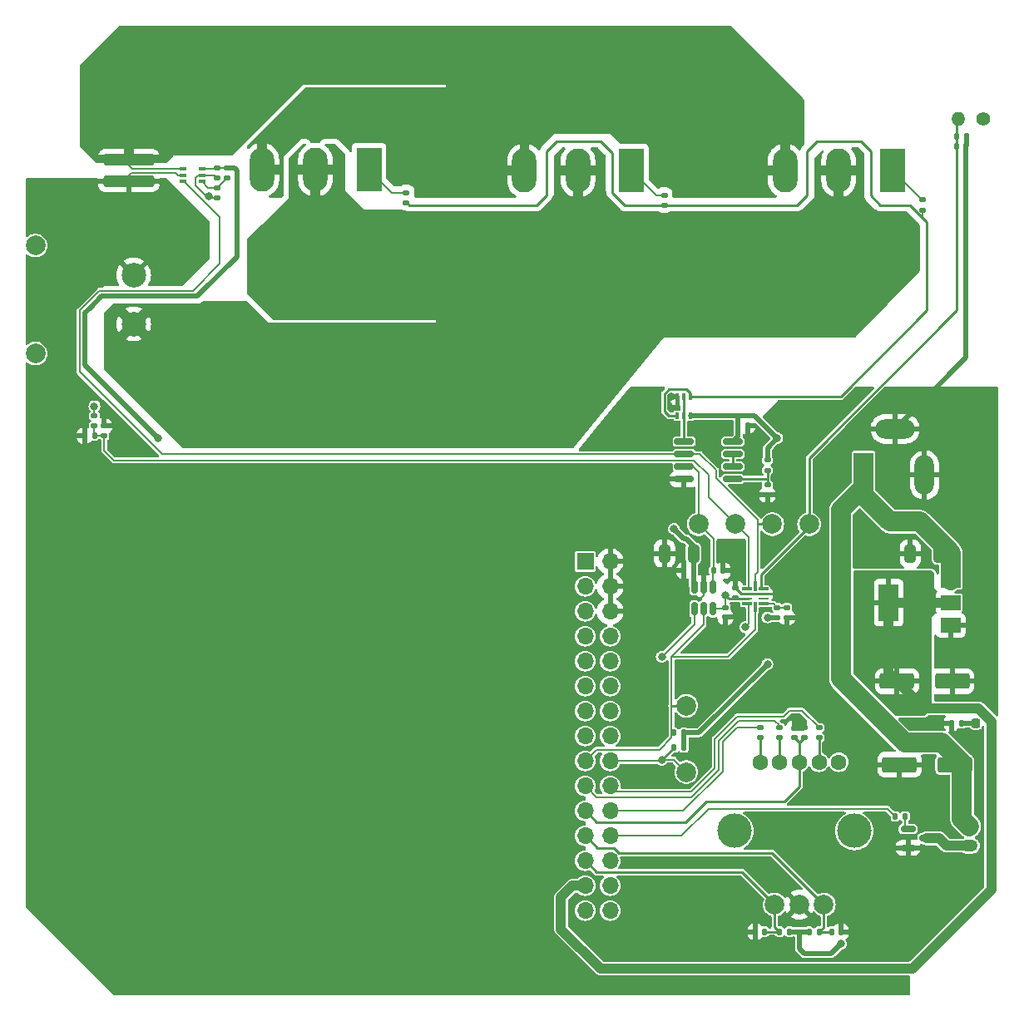
<source format=gbr>
%TF.GenerationSoftware,KiCad,Pcbnew,(7.0.0-rc1-56-g82a1175d72)*%
%TF.CreationDate,2023-05-08T22:11:16+09:00*%
%TF.ProjectId,E_Load,455f4c6f-6164-42e6-9b69-6361645f7063,rev?*%
%TF.SameCoordinates,Original*%
%TF.FileFunction,Copper,L1,Top*%
%TF.FilePolarity,Positive*%
%FSLAX46Y46*%
G04 Gerber Fmt 4.6, Leading zero omitted, Abs format (unit mm)*
G04 Created by KiCad (PCBNEW (7.0.0-rc1-56-g82a1175d72)) date 2023-05-08 22:11:16*
%MOMM*%
%LPD*%
G01*
G04 APERTURE LIST*
G04 Aperture macros list*
%AMRoundRect*
0 Rectangle with rounded corners*
0 $1 Rounding radius*
0 $2 $3 $4 $5 $6 $7 $8 $9 X,Y pos of 4 corners*
0 Add a 4 corners polygon primitive as box body*
4,1,4,$2,$3,$4,$5,$6,$7,$8,$9,$2,$3,0*
0 Add four circle primitives for the rounded corners*
1,1,$1+$1,$2,$3*
1,1,$1+$1,$4,$5*
1,1,$1+$1,$6,$7*
1,1,$1+$1,$8,$9*
0 Add four rect primitives between the rounded corners*
20,1,$1+$1,$2,$3,$4,$5,0*
20,1,$1+$1,$4,$5,$6,$7,0*
20,1,$1+$1,$6,$7,$8,$9,0*
20,1,$1+$1,$8,$9,$2,$3,0*%
G04 Aperture macros list end*
%TA.AperFunction,SMDPad,CuDef*%
%ADD10R,0.975000X0.300000*%
%TD*%
%TA.AperFunction,SMDPad,CuDef*%
%ADD11R,0.975000X0.250000*%
%TD*%
%TA.AperFunction,SMDPad,CuDef*%
%ADD12R,0.350000X1.030000*%
%TD*%
%TA.AperFunction,SMDPad,CuDef*%
%ADD13RoundRect,0.140000X0.170000X-0.140000X0.170000X0.140000X-0.170000X0.140000X-0.170000X-0.140000X0*%
%TD*%
%TA.AperFunction,ComponentPad*%
%ADD14R,1.700000X1.700000*%
%TD*%
%TA.AperFunction,ComponentPad*%
%ADD15O,1.700000X1.700000*%
%TD*%
%TA.AperFunction,SMDPad,CuDef*%
%ADD16RoundRect,0.135000X-0.135000X-0.185000X0.135000X-0.185000X0.135000X0.185000X-0.135000X0.185000X0*%
%TD*%
%TA.AperFunction,SMDPad,CuDef*%
%ADD17RoundRect,0.135000X0.185000X-0.135000X0.185000X0.135000X-0.185000X0.135000X-0.185000X-0.135000X0*%
%TD*%
%TA.AperFunction,SMDPad,CuDef*%
%ADD18RoundRect,0.140000X0.140000X0.170000X-0.140000X0.170000X-0.140000X-0.170000X0.140000X-0.170000X0*%
%TD*%
%TA.AperFunction,SMDPad,CuDef*%
%ADD19RoundRect,0.135000X-0.185000X0.135000X-0.185000X-0.135000X0.185000X-0.135000X0.185000X0.135000X0*%
%TD*%
%TA.AperFunction,SMDPad,CuDef*%
%ADD20R,0.650000X0.400000*%
%TD*%
%TA.AperFunction,ComponentPad*%
%ADD21C,2.000000*%
%TD*%
%TA.AperFunction,SMDPad,CuDef*%
%ADD22RoundRect,0.140000X-0.140000X-0.170000X0.140000X-0.170000X0.140000X0.170000X-0.140000X0.170000X0*%
%TD*%
%TA.AperFunction,SMDPad,CuDef*%
%ADD23RoundRect,0.150000X-0.825000X-0.150000X0.825000X-0.150000X0.825000X0.150000X-0.825000X0.150000X0*%
%TD*%
%TA.AperFunction,ComponentPad*%
%ADD24R,2.000000X4.500000*%
%TD*%
%TA.AperFunction,ComponentPad*%
%ADD25O,2.000000X4.000000*%
%TD*%
%TA.AperFunction,ComponentPad*%
%ADD26O,4.000000X2.000000*%
%TD*%
%TA.AperFunction,ComponentPad*%
%ADD27R,2.500000X4.500000*%
%TD*%
%TA.AperFunction,ComponentPad*%
%ADD28O,2.500000X4.500000*%
%TD*%
%TA.AperFunction,SMDPad,CuDef*%
%ADD29RoundRect,0.250000X-1.500000X-0.550000X1.500000X-0.550000X1.500000X0.550000X-1.500000X0.550000X0*%
%TD*%
%TA.AperFunction,ComponentPad*%
%ADD30C,1.600000*%
%TD*%
%TA.AperFunction,ComponentPad*%
%ADD31C,3.500000*%
%TD*%
%TA.AperFunction,SMDPad,CuDef*%
%ADD32RoundRect,0.135000X0.135000X0.185000X-0.135000X0.185000X-0.135000X-0.185000X0.135000X-0.185000X0*%
%TD*%
%TA.AperFunction,SMDPad,CuDef*%
%ADD33RoundRect,0.150000X-0.150000X0.512500X-0.150000X-0.512500X0.150000X-0.512500X0.150000X0.512500X0*%
%TD*%
%TA.AperFunction,SMDPad,CuDef*%
%ADD34R,2.000000X1.500000*%
%TD*%
%TA.AperFunction,SMDPad,CuDef*%
%ADD35R,2.000000X3.800000*%
%TD*%
%TA.AperFunction,SMDPad,CuDef*%
%ADD36RoundRect,0.150000X-0.587500X-0.150000X0.587500X-0.150000X0.587500X0.150000X-0.587500X0.150000X0*%
%TD*%
%TA.AperFunction,SMDPad,CuDef*%
%ADD37RoundRect,0.250000X0.325000X0.650000X-0.325000X0.650000X-0.325000X-0.650000X0.325000X-0.650000X0*%
%TD*%
%TA.AperFunction,SMDPad,CuDef*%
%ADD38RoundRect,0.140000X-0.170000X0.140000X-0.170000X-0.140000X0.170000X-0.140000X0.170000X0.140000X0*%
%TD*%
%TA.AperFunction,SMDPad,CuDef*%
%ADD39RoundRect,0.218750X-0.218750X-0.256250X0.218750X-0.256250X0.218750X0.256250X-0.218750X0.256250X0*%
%TD*%
%TA.AperFunction,SMDPad,CuDef*%
%ADD40RoundRect,0.250000X-2.350000X0.325000X-2.350000X-0.325000X2.350000X-0.325000X2.350000X0.325000X0*%
%TD*%
%TA.AperFunction,ComponentPad*%
%ADD41RoundRect,0.250000X-0.625000X0.350000X-0.625000X-0.350000X0.625000X-0.350000X0.625000X0.350000X0*%
%TD*%
%TA.AperFunction,ComponentPad*%
%ADD42O,1.750000X1.200000*%
%TD*%
%TA.AperFunction,ComponentPad*%
%ADD43C,1.400000*%
%TD*%
%TA.AperFunction,ComponentPad*%
%ADD44O,1.400000X1.400000*%
%TD*%
%TA.AperFunction,SMDPad,CuDef*%
%ADD45R,0.400000X0.650000*%
%TD*%
%TA.AperFunction,SMDPad,CuDef*%
%ADD46RoundRect,0.250000X1.500000X0.550000X-1.500000X0.550000X-1.500000X-0.550000X1.500000X-0.550000X0*%
%TD*%
%TA.AperFunction,ComponentPad*%
%ADD47C,2.500000*%
%TD*%
%TA.AperFunction,ViaPad*%
%ADD48C,0.800000*%
%TD*%
%TA.AperFunction,Conductor*%
%ADD49C,0.250000*%
%TD*%
%TA.AperFunction,Conductor*%
%ADD50C,0.500000*%
%TD*%
%TA.AperFunction,Conductor*%
%ADD51C,2.000000*%
%TD*%
%TA.AperFunction,Conductor*%
%ADD52C,0.200000*%
%TD*%
%TA.AperFunction,Conductor*%
%ADD53C,1.000000*%
%TD*%
G04 APERTURE END LIST*
D10*
%TO.P,U5,1,ADDR*%
%TO.N,Net-(U5-ADDR)*%
X175587499Y-109609999D03*
D11*
%TO.P,U5,2,NC*%
%TO.N,unconnected-(U5-NC-Pad2)*%
X175587499Y-109109999D03*
%TO.P,U5,3,GND*%
%TO.N,GND*%
X175587499Y-108609999D03*
D10*
%TO.P,U5,4,AIN0*%
%TO.N,/NTC*%
X175587499Y-108109999D03*
D12*
%TO.P,U5,5,AIN1*%
%TO.N,/Current*%
X174749999Y-107799999D03*
D10*
%TO.P,U5,6,AIN2*%
%TO.N,/Voltage*%
X173912499Y-108109999D03*
D11*
%TO.P,U5,7,AIN3*%
%TO.N,GND*%
X173912499Y-108609999D03*
%TO.P,U5,8,VDD*%
%TO.N,+3.3V*%
X173912499Y-109109999D03*
D10*
%TO.P,U5,9,SDA*%
%TO.N,/GPIO21*%
X173912499Y-109609999D03*
D12*
%TO.P,U5,10,SCL*%
%TO.N,/GPIO22*%
X174749999Y-109919999D03*
%TD*%
D13*
%TO.P,C15,1*%
%TO.N,/GPIO13*%
X178750000Y-123230000D03*
%TO.P,C15,2*%
%TO.N,GND*%
X178750000Y-122270000D03*
%TD*%
D14*
%TO.P,J4,1,Pin_1*%
%TO.N,/GPIO35*%
X157459999Y-105299999D03*
D15*
%TO.P,J4,2,Pin_2*%
%TO.N,GND*%
X159999999Y-105299999D03*
%TO.P,J4,3,Pin_3*%
%TO.N,/GPIO36*%
X157459999Y-107839999D03*
%TO.P,J4,4,Pin_4*%
%TO.N,GND*%
X159999999Y-107839999D03*
%TO.P,J4,5,Pin_5*%
%TO.N,/EN*%
X157459999Y-110379999D03*
%TO.P,J4,6,Pin_6*%
%TO.N,GND*%
X159999999Y-110379999D03*
%TO.P,J4,7,Pin_7*%
%TO.N,/GPIO25*%
X157459999Y-112919999D03*
%TO.P,J4,8,Pin_8*%
%TO.N,/GPIO23*%
X159999999Y-112919999D03*
%TO.P,J4,9,Pin_9*%
%TO.N,/GPIO26*%
X157459999Y-115459999D03*
%TO.P,J4,10,Pin_10*%
%TO.N,/GPIO19*%
X159999999Y-115459999D03*
%TO.P,J4,11,Pin_11*%
%TO.N,+3.3V*%
X157459999Y-117999999D03*
%TO.P,J4,12,Pin_12*%
%TO.N,/GPIO18*%
X159999999Y-117999999D03*
%TO.P,J4,13,Pin_13*%
%TO.N,/GPIO1*%
X157459999Y-120539999D03*
%TO.P,J4,14,Pin_14*%
%TO.N,/GPIO3*%
X159999999Y-120539999D03*
%TO.P,J4,15,Pin_15*%
%TO.N,/GPIO17*%
X157459999Y-123079999D03*
%TO.P,J4,16,Pin_16*%
%TO.N,/GPIO16*%
X159999999Y-123079999D03*
%TO.P,J4,17,Pin_17*%
%TO.N,/GPIO22*%
X157459999Y-125619999D03*
%TO.P,J4,18,Pin_18*%
%TO.N,/GPIO21*%
X159999999Y-125619999D03*
%TO.P,J4,19,Pin_19*%
%TO.N,/GPIO5*%
X157459999Y-128159999D03*
%TO.P,J4,20,Pin_20*%
%TO.N,/GPIO2*%
X159999999Y-128159999D03*
%TO.P,J4,21,Pin_21*%
%TO.N,/GPIO13*%
X157459999Y-130699999D03*
%TO.P,J4,22,Pin_22*%
%TO.N,/GPIO12*%
X159999999Y-130699999D03*
%TO.P,J4,23,Pin_23*%
%TO.N,/ENC_B*%
X157459999Y-133239999D03*
%TO.P,J4,24,Pin_24*%
%TO.N,/GPIO15*%
X159999999Y-133239999D03*
%TO.P,J4,25,Pin_25*%
%TO.N,/ENC_A*%
X157459999Y-135779999D03*
%TO.P,J4,26,Pin_26*%
%TO.N,unconnected-(J4-Pin_26-Pad26)*%
X159999999Y-135779999D03*
%TO.P,J4,27,Pin_27*%
%TO.N,+5V*%
X157459999Y-138319999D03*
%TO.P,J4,28,Pin_28*%
%TO.N,unconnected-(J4-Pin_28-Pad28)*%
X159999999Y-138319999D03*
%TO.P,J4,29,Pin_29*%
%TO.N,unconnected-(J4-Pin_29-Pad29)*%
X157459999Y-140859999D03*
%TO.P,J4,30,Pin_30*%
%TO.N,unconnected-(J4-Pin_30-Pad30)*%
X159999999Y-140859999D03*
%TD*%
D16*
%TO.P,R3,1*%
%TO.N,GND*%
X106490000Y-92490000D03*
%TO.P,R3,2*%
%TO.N,/Voltage*%
X107510000Y-92490000D03*
%TD*%
%TO.P,R23,1*%
%TO.N,+3.3V*%
X180240000Y-143000000D03*
%TO.P,R23,2*%
%TO.N,/ENC_B*%
X181260000Y-143000000D03*
%TD*%
D17*
%TO.P,R1,1*%
%TO.N,/Voltage*%
X107500000Y-91500000D03*
%TO.P,R1,2*%
%TO.N,/Vin*%
X107500000Y-90480000D03*
%TD*%
D18*
%TO.P,C12,1*%
%TO.N,+3.3V*%
X168480000Y-106250000D03*
%TO.P,C12,2*%
%TO.N,GND*%
X167520000Y-106250000D03*
%TD*%
D19*
%TO.P,R16,1*%
%TO.N,Net-(U5-ADDR)*%
X178000000Y-110000000D03*
%TO.P,R16,2*%
%TO.N,GND*%
X178000000Y-111020000D03*
%TD*%
D18*
%TO.P,C13,1*%
%TO.N,/ENC_A*%
X175730000Y-143000000D03*
%TO.P,C13,2*%
%TO.N,GND*%
X174770000Y-143000000D03*
%TD*%
D20*
%TO.P,U3,1,REF*%
%TO.N,Net-(U3-REF)*%
X118449999Y-66624999D03*
%TO.P,U3,2,GND*%
%TO.N,GND*%
X118449999Y-65974999D03*
%TO.P,U3,3,Vs*%
%TO.N,+3.3V*%
X118449999Y-65324999D03*
%TO.P,U3,4,+IN*%
%TO.N,Net-(Q2-S)*%
X116549999Y-65324999D03*
%TO.P,U3,5,-IN*%
%TO.N,GND*%
X116549999Y-65974999D03*
%TO.P,U3,6,OUT*%
%TO.N,/Current*%
X116549999Y-66624999D03*
%TD*%
D21*
%TO.P,TP5,1,1*%
%TO.N,/GPIO22*%
X167750000Y-120000000D03*
%TD*%
D22*
%TO.P,C8,1*%
%TO.N,/Current_ref*%
X170520000Y-106250000D03*
%TO.P,C8,2*%
%TO.N,GND*%
X171480000Y-106250000D03*
%TD*%
D16*
%TO.P,R10,1*%
%TO.N,/NTC*%
X195240000Y-62000000D03*
%TO.P,R10,2*%
%TO.N,GND*%
X196260000Y-62000000D03*
%TD*%
D17*
%TO.P,R2,1*%
%TO.N,Net-(Q1-E-Pad1)*%
X139250000Y-68760000D03*
%TO.P,R2,2*%
%TO.N,Net-(Q2-G)*%
X139250000Y-67740000D03*
%TD*%
%TO.P,R8,1*%
%TO.N,GND*%
X176000000Y-98510000D03*
%TO.P,R8,2*%
%TO.N,Net-(U1B-+)*%
X176000000Y-97490000D03*
%TD*%
%TO.P,R22,1*%
%TO.N,Net-(R22-Pad1)*%
X181250000Y-123260000D03*
%TO.P,R22,2*%
%TO.N,/GPIO2*%
X181250000Y-122240000D03*
%TD*%
%TO.P,R7,1*%
%TO.N,Net-(Q1-E-Pad1)*%
X191750000Y-69510000D03*
%TO.P,R7,2*%
%TO.N,Net-(Q4-G)*%
X191750000Y-68490000D03*
%TD*%
D21*
%TO.P,TP6,1,1*%
%TO.N,/GPIO21*%
X167750000Y-126750000D03*
%TD*%
%TO.P,TP2,1,1*%
%TO.N,/Voltage*%
X172750000Y-101500000D03*
%TD*%
%TO.P,TP4,1,1*%
%TO.N,/NTC*%
X180250000Y-101500000D03*
%TD*%
D23*
%TO.P,U1,1*%
%TO.N,Net-(Q1-B-Pad2)*%
X167525000Y-93095000D03*
%TO.P,U1,2,-*%
%TO.N,/Current*%
X167525000Y-94365000D03*
%TO.P,U1,3,+*%
%TO.N,/Current_ref*%
X167525000Y-95635000D03*
%TO.P,U1,4,V-*%
%TO.N,GND*%
X167525000Y-96905000D03*
%TO.P,U1,5,+*%
%TO.N,Net-(U1B-+)*%
X172475000Y-96905000D03*
%TO.P,U1,6,-*%
%TO.N,Net-(U1B--)*%
X172475000Y-95635000D03*
%TO.P,U1,7*%
X172475000Y-94365000D03*
%TO.P,U1,8,V+*%
%TO.N,+12V*%
X172475000Y-93095000D03*
%TD*%
D24*
%TO.P,J2,1*%
%TO.N,+12V*%
X185799999Y-96499999D03*
D25*
%TO.P,J2,2*%
%TO.N,GND*%
X191999999Y-96499999D03*
D26*
%TO.P,J2,3*%
X188999999Y-91799999D03*
%TD*%
D27*
%TO.P,Q3,1,G*%
%TO.N,Net-(Q3-G)*%
X162169999Y-65499999D03*
D28*
%TO.P,Q3,2,D*%
%TO.N,/Vin*%
X156719999Y-65499999D03*
%TO.P,Q3,3,S*%
%TO.N,Net-(Q2-S)*%
X151269999Y-65499999D03*
%TD*%
D29*
%TO.P,C2,1*%
%TO.N,+5V*%
X189200000Y-117500000D03*
%TO.P,C2,2*%
%TO.N,GND*%
X194800000Y-117500000D03*
%TD*%
D30*
%TO.P,SW1,1,R*%
%TO.N,Net-(SW1-R)*%
X175250000Y-125750000D03*
%TO.P,SW1,2,G*%
%TO.N,Net-(SW1-G)*%
X177250000Y-125750000D03*
%TO.P,SW1,3,S1*%
%TO.N,/GPIO13*%
X179250000Y-125750000D03*
%TO.P,SW1,4,B*%
%TO.N,Net-(R22-Pad1)*%
X181250000Y-125750000D03*
%TO.P,SW1,5,S2*%
%TO.N,+3.3V*%
X183250000Y-125750000D03*
D21*
%TO.P,SW1,A,A*%
%TO.N,/ENC_A*%
X176750000Y-140250000D03*
%TO.P,SW1,B,B*%
%TO.N,/ENC_B*%
X181750000Y-140250000D03*
%TO.P,SW1,C,C*%
%TO.N,GND*%
X179250000Y-140250000D03*
D31*
%TO.P,SW1,NC*%
%TO.N,N/C*%
X172650000Y-132750000D03*
X184850000Y-132750000D03*
%TD*%
D32*
%TO.P,R14,1*%
%TO.N,+3.3V*%
X167510000Y-122750000D03*
%TO.P,R14,2*%
%TO.N,/GPIO22*%
X166490000Y-122750000D03*
%TD*%
D17*
%TO.P,R19,1*%
%TO.N,Net-(SW1-R)*%
X175250000Y-123260000D03*
%TO.P,R19,2*%
%TO.N,/GPIO12*%
X175250000Y-122240000D03*
%TD*%
D16*
%TO.P,R17,1*%
%TO.N,/GPIO15*%
X189000000Y-131250000D03*
%TO.P,R17,2*%
%TO.N,Net-(Q5-G)*%
X190020000Y-131250000D03*
%TD*%
D33*
%TO.P,U4,1,Vout*%
%TO.N,/Current_ref*%
X170450000Y-107862500D03*
%TO.P,U4,2,VSS*%
%TO.N,GND*%
X169500000Y-107862500D03*
%TO.P,U4,3,VDD*%
%TO.N,+3.3V*%
X168550000Y-107862500D03*
%TO.P,U4,4,SDA*%
%TO.N,/GPIO21*%
X168550000Y-110137500D03*
%TO.P,U4,5,SCL*%
%TO.N,/GPIO22*%
X169500000Y-110137500D03*
%TO.P,U4,6,Vref*%
%TO.N,+3.3V*%
X170450000Y-110137500D03*
%TD*%
D27*
%TO.P,Q2,1,G*%
%TO.N,Net-(Q2-G)*%
X135449999Y-65424999D03*
D28*
%TO.P,Q2,2,D*%
%TO.N,/Vin*%
X129999999Y-65424999D03*
%TO.P,Q2,3,S*%
%TO.N,Net-(Q2-S)*%
X124549999Y-65424999D03*
%TD*%
D22*
%TO.P,C14,1*%
%TO.N,/ENC_B*%
X182520000Y-143000000D03*
%TO.P,C14,2*%
%TO.N,GND*%
X183480000Y-143000000D03*
%TD*%
D27*
%TO.P,Q4,1,G*%
%TO.N,Net-(Q4-G)*%
X188699999Y-65499999D03*
D28*
%TO.P,Q4,2,D*%
%TO.N,/Vin*%
X183249999Y-65499999D03*
%TO.P,Q4,3,S*%
%TO.N,Net-(Q2-S)*%
X177799999Y-65499999D03*
%TD*%
D34*
%TO.P,U2,1,ADJ*%
%TO.N,GND*%
X194649999Y-111799999D03*
%TO.P,U2,2,VO*%
%TO.N,+5V*%
X194649999Y-109499999D03*
D35*
X188349999Y-109499999D03*
D34*
%TO.P,U2,3,VI*%
%TO.N,+12V*%
X194649999Y-107199999D03*
%TD*%
D32*
%TO.P,R5,1*%
%TO.N,Net-(D1-K)*%
X195760000Y-121750000D03*
%TO.P,R5,2*%
%TO.N,GND*%
X194740000Y-121750000D03*
%TD*%
D36*
%TO.P,Q5,1,G*%
%TO.N,Net-(Q5-G)*%
X190312500Y-132550000D03*
%TO.P,Q5,2,S*%
%TO.N,GND*%
X190312500Y-134450000D03*
%TO.P,Q5,3,D*%
%TO.N,Net-(J3-Pin_2)*%
X192187500Y-133500000D03*
%TD*%
D37*
%TO.P,C1,1*%
%TO.N,+12V*%
X193500000Y-104500000D03*
%TO.P,C1,2*%
%TO.N,GND*%
X190550000Y-104500000D03*
%TD*%
D19*
%TO.P,R12,1*%
%TO.N,Net-(U3-REF)*%
X120000000Y-67240000D03*
%TO.P,R12,2*%
%TO.N,GND*%
X120000000Y-68260000D03*
%TD*%
D13*
%TO.P,C7,1*%
%TO.N,+3.3V*%
X172750000Y-108980000D03*
%TO.P,C7,2*%
%TO.N,GND*%
X172750000Y-108020000D03*
%TD*%
D38*
%TO.P,C9,1*%
%TO.N,+3.3V*%
X171750000Y-110020000D03*
%TO.P,C9,2*%
%TO.N,GND*%
X171750000Y-110980000D03*
%TD*%
D39*
%TO.P,D1,1,K*%
%TO.N,Net-(D1-K)*%
X197212500Y-121750000D03*
%TO.P,D1,2,A*%
%TO.N,+5V*%
X198787500Y-121750000D03*
%TD*%
D17*
%TO.P,R20,1*%
%TO.N,Net-(SW1-G)*%
X177250000Y-123260000D03*
%TO.P,R20,2*%
%TO.N,/GPIO5*%
X177250000Y-122240000D03*
%TD*%
D16*
%TO.P,R18,1*%
%TO.N,/ENC_A*%
X177240000Y-143000000D03*
%TO.P,R18,2*%
%TO.N,+3.3V*%
X178260000Y-143000000D03*
%TD*%
D38*
%TO.P,C5,1*%
%TO.N,+3.3V*%
X120000000Y-65270000D03*
%TO.P,C5,2*%
%TO.N,GND*%
X120000000Y-66230000D03*
%TD*%
D40*
%TO.P,R9,1*%
%TO.N,Net-(Q2-S)*%
X111000000Y-64375000D03*
%TO.P,R9,2*%
%TO.N,GND*%
X111000000Y-66625000D03*
%TD*%
D17*
%TO.P,R6,1*%
%TO.N,Net-(U1B-+)*%
X176000000Y-96010000D03*
%TO.P,R6,2*%
%TO.N,+12V*%
X176000000Y-94990000D03*
%TD*%
D41*
%TO.P,J3,1,Pin_1*%
%TO.N,+12V*%
X196550000Y-132250000D03*
D42*
%TO.P,J3,2,Pin_2*%
%TO.N,Net-(J3-Pin_2)*%
X196549999Y-134249999D03*
%TD*%
D43*
%TO.P,TH1,1*%
%TO.N,+3.3V*%
X197970000Y-60250000D03*
D44*
%TO.P,TH1,2*%
%TO.N,/NTC*%
X195429999Y-60249999D03*
%TD*%
D21*
%TO.P,TP1,1,1*%
%TO.N,/Current_ref*%
X169000000Y-101500000D03*
%TD*%
D22*
%TO.P,C6,1*%
%TO.N,/NTC*%
X195270000Y-63000000D03*
%TO.P,C6,2*%
%TO.N,GND*%
X196230000Y-63000000D03*
%TD*%
D17*
%TO.P,R4,1*%
%TO.N,Net-(Q1-E-Pad1)*%
X165500000Y-69010000D03*
%TO.P,R4,2*%
%TO.N,Net-(Q3-G)*%
X165500000Y-67990000D03*
%TD*%
D13*
%TO.P,C3,1*%
%TO.N,/Voltage*%
X108500000Y-92470000D03*
%TO.P,C3,2*%
%TO.N,GND*%
X108500000Y-91510000D03*
%TD*%
D21*
%TO.P,TP3,1,1*%
%TO.N,/Current*%
X176500000Y-101500000D03*
%TD*%
D19*
%TO.P,R13,1*%
%TO.N,Net-(U5-ADDR)*%
X177000000Y-109990000D03*
%TO.P,R13,2*%
%TO.N,+3.3V*%
X177000000Y-111010000D03*
%TD*%
D37*
%TO.P,C11,1*%
%TO.N,+3.3V*%
X168475000Y-104500000D03*
%TO.P,C11,2*%
%TO.N,GND*%
X165525000Y-104500000D03*
%TD*%
D19*
%TO.P,R11,1*%
%TO.N,+3.3V*%
X121000000Y-65240000D03*
%TO.P,R11,2*%
%TO.N,Net-(U3-REF)*%
X121000000Y-66260000D03*
%TD*%
D17*
%TO.P,R21,1*%
%TO.N,/GPIO13*%
X179750000Y-123260000D03*
%TO.P,R21,2*%
%TO.N,GND*%
X179750000Y-122240000D03*
%TD*%
D32*
%TO.P,R15,1*%
%TO.N,+3.3V*%
X167510000Y-124250000D03*
%TO.P,R15,2*%
%TO.N,/GPIO21*%
X166490000Y-124250000D03*
%TD*%
D22*
%TO.P,C4,1*%
%TO.N,+12V*%
X173020000Y-91500000D03*
%TO.P,C4,2*%
%TO.N,GND*%
X173980000Y-91500000D03*
%TD*%
D45*
%TO.P,Q1,1,E*%
%TO.N,Net-(Q1-E-Pad1)*%
X168149999Y-88549999D03*
%TO.P,Q1,2,B*%
%TO.N,Net-(Q1-B-Pad2)*%
X167499999Y-88549999D03*
%TO.P,Q1,3,C*%
%TO.N,GND*%
X166849999Y-88549999D03*
%TO.P,Q1,4,E*%
%TO.N,Net-(Q1-E-Pad1)*%
X166849999Y-90449999D03*
%TO.P,Q1,5,B*%
%TO.N,Net-(Q1-B-Pad2)*%
X167499999Y-90449999D03*
%TO.P,Q1,6,C*%
%TO.N,+12V*%
X168149999Y-90449999D03*
%TD*%
D46*
%TO.P,C10,1*%
%TO.N,+12V*%
X195050000Y-126000000D03*
%TO.P,C10,2*%
%TO.N,GND*%
X189450000Y-126000000D03*
%TD*%
D21*
%TO.P,J1,*%
%TO.N,*%
X101500000Y-84125000D03*
X101500000Y-73125000D03*
D47*
%TO.P,J1,1,Pin_1*%
%TO.N,/Vin*%
X111500000Y-81125000D03*
%TO.P,J1,2,Pin_2*%
%TO.N,GND*%
X111500000Y-76125000D03*
%TD*%
D48*
%TO.N,GND*%
X169500000Y-106250000D03*
X167750000Y-148250000D03*
X191000000Y-121750000D03*
%TO.N,+12V*%
X177000000Y-92750000D03*
%TO.N,GND*%
X163000000Y-122000000D03*
X184750000Y-135250000D03*
X185500000Y-88250000D03*
X101250000Y-139250000D03*
X163000000Y-106750000D03*
X108500000Y-69250000D03*
X173250000Y-103750000D03*
X113000000Y-70250000D03*
X107500000Y-69250000D03*
X132750000Y-96500000D03*
X175500000Y-131750000D03*
X185750000Y-101500000D03*
X111000000Y-68250000D03*
X114000000Y-68250000D03*
X185000000Y-145250000D03*
X178000000Y-115250000D03*
X110000000Y-68250000D03*
X162000000Y-138250000D03*
X152500000Y-109000000D03*
X101250000Y-109750000D03*
X159250000Y-144000000D03*
X101250000Y-102250000D03*
X181250000Y-134000000D03*
X169250000Y-124500000D03*
X174750000Y-95750000D03*
X114000000Y-70250000D03*
X112000000Y-68250000D03*
X129500000Y-148250000D03*
X171500000Y-103750000D03*
X182000000Y-127250000D03*
X108000000Y-68250000D03*
X106500000Y-67250000D03*
X177250000Y-138000000D03*
X198250000Y-101250000D03*
X178000000Y-112500000D03*
X174500000Y-119750000D03*
X113000000Y-68250000D03*
X171250000Y-91500000D03*
X170250000Y-119500000D03*
X149000000Y-99750000D03*
X152500000Y-114500000D03*
X106500000Y-88250000D03*
X198250000Y-89000000D03*
X163000000Y-100250000D03*
X159500000Y-92250000D03*
X113500000Y-69250000D03*
X115000000Y-68250000D03*
X101250000Y-95000000D03*
X173250000Y-106250000D03*
X112000000Y-70250000D03*
X139250000Y-148250000D03*
X112500000Y-69250000D03*
X105500000Y-67250000D03*
X191750000Y-128500000D03*
X172500000Y-144750000D03*
X101250000Y-117000000D03*
X114500000Y-69250000D03*
X167750000Y-116250000D03*
X169500000Y-113250000D03*
X120000000Y-148250000D03*
X111000000Y-70250000D03*
X106000000Y-68250000D03*
X162250000Y-96000000D03*
X185750000Y-105000000D03*
X178250000Y-98750000D03*
X165750000Y-106500000D03*
X197250000Y-124000000D03*
X155750000Y-109250000D03*
X110500000Y-69250000D03*
X190000000Y-136500000D03*
X101000000Y-67250000D03*
X174750000Y-92750000D03*
X111500000Y-69250000D03*
X181250000Y-105500000D03*
X177250000Y-108500000D03*
X152000000Y-103250000D03*
X193000000Y-121750000D03*
X107000000Y-68250000D03*
X107500000Y-67250000D03*
X111000000Y-148250000D03*
X119119622Y-68130378D03*
X143000000Y-96500000D03*
X179500000Y-129500000D03*
X112000000Y-93750000D03*
X108750000Y-90000000D03*
X160000000Y-148250000D03*
X179000000Y-121250000D03*
X181250000Y-117750000D03*
X189000000Y-148750000D03*
X189500000Y-145250000D03*
X195250000Y-139500000D03*
X176000000Y-118000000D03*
X169000000Y-136000000D03*
X177750000Y-144750000D03*
X166750000Y-108250000D03*
X169000000Y-138250000D03*
X153000000Y-96500000D03*
X181750000Y-137500000D03*
X109000000Y-68250000D03*
X106500000Y-69250000D03*
X184750000Y-137750000D03*
X101250000Y-78500000D03*
X174500000Y-114500000D03*
X120750000Y-96500000D03*
X137750000Y-99750000D03*
X187250000Y-128500000D03*
X158750000Y-100250000D03*
X175500000Y-133750000D03*
X198250000Y-117500000D03*
X194000000Y-132250000D03*
X109000000Y-70250000D03*
X110000000Y-70250000D03*
X108000000Y-70250000D03*
X116500000Y-100000000D03*
X169750000Y-103500000D03*
X181250000Y-131750000D03*
X115000000Y-70250000D03*
X155250000Y-120000000D03*
X177000000Y-90500000D03*
X197500000Y-129250000D03*
X154250000Y-100000000D03*
X168000000Y-98750000D03*
X173500000Y-98000000D03*
X182000000Y-94750000D03*
X180000000Y-93250000D03*
X126000000Y-100000000D03*
X163000000Y-114250000D03*
X107000000Y-70250000D03*
X155750000Y-114500000D03*
X176250000Y-104500000D03*
X198250000Y-96250000D03*
X109500000Y-69250000D03*
X115500000Y-69250000D03*
X181250000Y-111000000D03*
X149500000Y-148250000D03*
X188500000Y-104500000D03*
X165000000Y-92250000D03*
X171750000Y-112250000D03*
X163000000Y-127250000D03*
X155000000Y-136500000D03*
X182500000Y-98750000D03*
X155250000Y-127000000D03*
X166250000Y-88500000D03*
X162000000Y-136000000D03*
X101250000Y-124500000D03*
X163250000Y-88500000D03*
X101250000Y-132500000D03*
X195000000Y-89000000D03*
X169500000Y-93250000D03*
%TO.N,+5V*%
X186000000Y-116500000D03*
X186000000Y-108500000D03*
X191500000Y-109750000D03*
X191500000Y-112500000D03*
X191500000Y-107250000D03*
X188250000Y-112500000D03*
X186000000Y-112500000D03*
X190250000Y-115250000D03*
%TO.N,+3.3V*%
X166500000Y-102000000D03*
X176000000Y-111000000D03*
X171750000Y-108750000D03*
X114000000Y-92750000D03*
X183500000Y-144250000D03*
X176000000Y-115750000D03*
%TO.N,/Vin*%
X107500000Y-89490000D03*
%TO.N,/GPIO21*%
X173750000Y-112000000D03*
X165250000Y-115000000D03*
X165250000Y-125500000D03*
%TO.N,Net-(Q2-S)*%
X112500000Y-61750000D03*
X110000000Y-60750000D03*
X113500000Y-61750000D03*
X114500000Y-61750000D03*
X115000000Y-60750000D03*
X108500000Y-61750000D03*
X113000000Y-60750000D03*
X107000000Y-62750000D03*
X115000000Y-62750000D03*
X114000000Y-60750000D03*
X108000000Y-62750000D03*
X107000000Y-60750000D03*
X111000000Y-60750000D03*
X112000000Y-62750000D03*
X110000000Y-62750000D03*
X115500000Y-61750000D03*
X114000000Y-62750000D03*
X110500000Y-61750000D03*
X108000000Y-60750000D03*
X111000000Y-62750000D03*
X111500000Y-61750000D03*
X109000000Y-62750000D03*
X107500000Y-61750000D03*
X112000000Y-60750000D03*
X116000000Y-62750000D03*
X109000000Y-60750000D03*
X109500000Y-61750000D03*
X113000000Y-62750000D03*
%TD*%
D49*
%TO.N,GND*%
X173340000Y-108610000D02*
X172750000Y-108020000D01*
X177140000Y-108610000D02*
X173340000Y-108610000D01*
X177250000Y-108500000D02*
X177140000Y-108610000D01*
%TO.N,+3.3V*%
X174112500Y-109110000D02*
X172110000Y-109110000D01*
X172110000Y-109110000D02*
X171750000Y-108750000D01*
D50*
%TO.N,+12V*%
X173000000Y-90450000D02*
X173000000Y-91480000D01*
D51*
X194650000Y-104400000D02*
X194650000Y-107200000D01*
X185800000Y-98550000D02*
X188500000Y-101250000D01*
X190000000Y-123750000D02*
X193750000Y-123750000D01*
D50*
X174700000Y-90450000D02*
X173000000Y-90450000D01*
D51*
X195800000Y-131500000D02*
X196550000Y-132250000D01*
X193750000Y-123750000D02*
X195800000Y-125800000D01*
X195800000Y-125800000D02*
X195800000Y-131500000D01*
X185800000Y-96500000D02*
X185800000Y-97712742D01*
X191500000Y-101250000D02*
X194650000Y-104400000D01*
D50*
X177000000Y-92750000D02*
X174700000Y-90450000D01*
X176000000Y-94990000D02*
X176000000Y-93750000D01*
X173000000Y-91480000D02*
X173020000Y-91500000D01*
D51*
X183500000Y-100012742D02*
X183500000Y-117250000D01*
D50*
X173000000Y-90450000D02*
X168150000Y-90450000D01*
D51*
X188500000Y-101250000D02*
X191500000Y-101250000D01*
X183500000Y-117250000D02*
X190000000Y-123750000D01*
D50*
X173020000Y-91500000D02*
X173020000Y-92550000D01*
X176000000Y-93750000D02*
X177000000Y-92750000D01*
X173020000Y-92550000D02*
X172475000Y-93095000D01*
D51*
X185800000Y-96500000D02*
X185800000Y-98550000D01*
X185800000Y-97712742D02*
X183500000Y-100012742D01*
D52*
%TO.N,GND*%
X118450000Y-65975000D02*
X119745000Y-65975000D01*
D50*
X178750000Y-122270000D02*
X179250000Y-122270000D01*
X179250000Y-121500000D02*
X179000000Y-121250000D01*
D52*
X169250000Y-109000000D02*
X167500000Y-109000000D01*
D50*
X196230000Y-84570000D02*
X189000000Y-91800000D01*
D52*
X118869622Y-68130378D02*
X119119622Y-68130378D01*
D50*
X179720000Y-122270000D02*
X179750000Y-122240000D01*
D52*
X118960000Y-68260000D02*
X120000000Y-68260000D01*
X116025000Y-65975000D02*
X115775000Y-65725000D01*
D50*
X196260000Y-62970000D02*
X196230000Y-63000000D01*
D52*
X118850000Y-68150000D02*
X118869622Y-68130378D01*
X117750000Y-66250000D02*
X117750000Y-67050000D01*
X116550000Y-65975000D02*
X116025000Y-65975000D01*
X119745000Y-65975000D02*
X120000000Y-66230000D01*
X118450000Y-65975000D02*
X118025000Y-65975000D01*
D50*
X166850000Y-88550000D02*
X166300000Y-88550000D01*
D52*
X169500000Y-108750000D02*
X169500000Y-107862500D01*
D50*
X179250000Y-122270000D02*
X179720000Y-122270000D01*
X196260000Y-62000000D02*
X196260000Y-62970000D01*
D52*
X111000000Y-66000000D02*
X111000000Y-66625000D01*
X118850000Y-68150000D02*
X118960000Y-68260000D01*
X117750000Y-67050000D02*
X118850000Y-68150000D01*
X169500000Y-108750000D02*
X169250000Y-109000000D01*
X118025000Y-65975000D02*
X117750000Y-66250000D01*
D50*
X196230000Y-63000000D02*
X196230000Y-84570000D01*
D52*
X111275000Y-65725000D02*
X111000000Y-66000000D01*
D50*
X166300000Y-88550000D02*
X166250000Y-88500000D01*
D52*
X111220000Y-66625000D02*
X111220000Y-66280000D01*
X115775000Y-65725000D02*
X111275000Y-65725000D01*
D50*
X179250000Y-122270000D02*
X179250000Y-121500000D01*
D53*
%TO.N,+5V*%
X191500000Y-109750000D02*
X191250000Y-109500000D01*
X156180000Y-138320000D02*
X155000000Y-139500000D01*
X188350000Y-112400000D02*
X188250000Y-112500000D01*
X198787500Y-138712500D02*
X198787500Y-121750000D01*
X155000000Y-139500000D02*
X155000000Y-142750000D01*
X188250000Y-112500000D02*
X188350000Y-112600000D01*
X188350000Y-112600000D02*
X188350000Y-116650000D01*
X188350000Y-116650000D02*
X189200000Y-117500000D01*
X197486809Y-120250000D02*
X198850000Y-121613191D01*
X190750000Y-146750000D02*
X198787500Y-138712500D01*
X198850000Y-121613191D02*
X198850000Y-121750000D01*
X155000000Y-142750000D02*
X159000000Y-146750000D01*
X194650000Y-109500000D02*
X191750000Y-109500000D01*
X191750000Y-109500000D02*
X191500000Y-109750000D01*
X157460000Y-138320000D02*
X156180000Y-138320000D01*
X191250000Y-109500000D02*
X188350000Y-109500000D01*
X189200000Y-117500000D02*
X191950000Y-120250000D01*
X188350000Y-109500000D02*
X188350000Y-112400000D01*
X159000000Y-146750000D02*
X190750000Y-146750000D01*
X191950000Y-120250000D02*
X197486809Y-120250000D01*
D52*
%TO.N,/Voltage*%
X170000000Y-96498604D02*
X170000000Y-98750000D01*
X107510000Y-92490000D02*
X108480000Y-92490000D01*
X107500000Y-91500000D02*
X107500000Y-92480000D01*
X109520000Y-95000000D02*
X108500000Y-93980000D01*
X108480000Y-92490000D02*
X108500000Y-92470000D01*
X107500000Y-92480000D02*
X107510000Y-92490000D01*
X168501396Y-95000000D02*
X170000000Y-96498604D01*
X109520000Y-95000000D02*
X168501396Y-95000000D01*
X170000000Y-98750000D02*
X174112500Y-102862500D01*
X108500000Y-93980000D02*
X108500000Y-92470000D01*
X174112500Y-102862500D02*
X174112500Y-108110000D01*
%TO.N,+3.3V*%
X119945000Y-65325000D02*
X120000000Y-65270000D01*
D50*
X167500000Y-103000000D02*
X167750000Y-103000000D01*
X169000000Y-122750000D02*
X176000000Y-115750000D01*
X122000000Y-65500000D02*
X122000000Y-71250000D01*
X121740000Y-65240000D02*
X122000000Y-65500000D01*
X179250000Y-143000000D02*
X179250000Y-144750000D01*
X106550000Y-79977818D02*
X106550000Y-85250000D01*
X176010000Y-111010000D02*
X176000000Y-111000000D01*
X107013909Y-79513909D02*
X106550000Y-79977818D01*
D52*
X170450000Y-110137500D02*
X171632500Y-110137500D01*
D50*
X118250000Y-78000000D02*
X117950000Y-78300000D01*
X168475000Y-106245000D02*
X168480000Y-106250000D01*
X166500000Y-102000000D02*
X167500000Y-103000000D01*
X179250000Y-144750000D02*
X179750000Y-145250000D01*
X167510000Y-122750000D02*
X169000000Y-122750000D01*
D52*
X118450000Y-65325000D02*
X119945000Y-65325000D01*
D50*
X179250000Y-143000000D02*
X178260000Y-143000000D01*
D52*
X120000000Y-65270000D02*
X120970000Y-65270000D01*
D50*
X180240000Y-143000000D02*
X179250000Y-143000000D01*
D52*
X171632500Y-110137500D02*
X171750000Y-110020000D01*
X120970000Y-65270000D02*
X121000000Y-65240000D01*
D50*
X108227818Y-78300000D02*
X107013909Y-79513909D01*
X168480000Y-106250000D02*
X168480000Y-107792500D01*
D52*
X171750000Y-109770000D02*
X171750000Y-108750000D01*
D50*
X106550000Y-85300000D02*
X114000000Y-92750000D01*
X117950000Y-78300000D02*
X110500000Y-78300000D01*
X121000000Y-65240000D02*
X121740000Y-65240000D01*
X168475000Y-103725000D02*
X168475000Y-104500000D01*
X122000000Y-74250000D02*
X118250000Y-78000000D01*
X167510000Y-124250000D02*
X167510000Y-122750000D01*
X168480000Y-107792500D02*
X168550000Y-107862500D01*
X179750000Y-145250000D02*
X182500000Y-145250000D01*
D49*
X171980000Y-108980000D02*
X171750000Y-108750000D01*
D50*
X168475000Y-104500000D02*
X168475000Y-106245000D01*
X182500000Y-145250000D02*
X183500000Y-144250000D01*
X106550000Y-85250000D02*
X106550000Y-85300000D01*
X167750000Y-103000000D02*
X168475000Y-103725000D01*
X177000000Y-111010000D02*
X176010000Y-111010000D01*
X122000000Y-71250000D02*
X122000000Y-74250000D01*
X110500000Y-78300000D02*
X108227818Y-78300000D01*
D49*
%TO.N,/NTC*%
X180250000Y-94750000D02*
X180250000Y-101750000D01*
X195270000Y-63000000D02*
X195270000Y-79730000D01*
X195240000Y-60440000D02*
X195240000Y-62000000D01*
X195430000Y-60250000D02*
X195240000Y-60440000D01*
X180250000Y-101750000D02*
X175387500Y-106612500D01*
X195240000Y-62970000D02*
X195270000Y-63000000D01*
X195270000Y-79730000D02*
X180250000Y-94750000D01*
X195240000Y-62000000D02*
X195240000Y-62970000D01*
X175387500Y-106612500D02*
X175387500Y-108110000D01*
D52*
%TO.N,/Current_ref*%
X169000000Y-96250000D02*
X169000000Y-101500000D01*
X170450000Y-106320000D02*
X170520000Y-106250000D01*
X167525000Y-95635000D02*
X168385000Y-95635000D01*
X170520000Y-103020000D02*
X170520000Y-106250000D01*
X168385000Y-95635000D02*
X169000000Y-96250000D01*
X169000000Y-101500000D02*
X170520000Y-103020000D01*
X170450000Y-107862500D02*
X170450000Y-106320000D01*
D49*
%TO.N,/ENC_A*%
X158635000Y-136955000D02*
X173455000Y-136955000D01*
X177240000Y-143000000D02*
X176750000Y-142510000D01*
X175730000Y-143000000D02*
X177240000Y-143000000D01*
X157460000Y-135780000D02*
X158635000Y-136955000D01*
X176750000Y-142510000D02*
X176750000Y-140250000D01*
X173455000Y-136955000D02*
X176750000Y-140250000D01*
%TO.N,/ENC_B*%
X176500000Y-135000000D02*
X160881701Y-135000000D01*
X158720000Y-134500000D02*
X157460000Y-133240000D01*
X160881701Y-135000000D02*
X160381701Y-134500000D01*
X181750000Y-142510000D02*
X181750000Y-140250000D01*
X160381701Y-134500000D02*
X158720000Y-134500000D01*
X182520000Y-143000000D02*
X181260000Y-143000000D01*
X181750000Y-140250000D02*
X176500000Y-135000000D01*
X181260000Y-143000000D02*
X181750000Y-142510000D01*
%TO.N,/GPIO13*%
X158635000Y-131875000D02*
X157460000Y-130700000D01*
X179750000Y-123260000D02*
X179740000Y-123260000D01*
X179740000Y-123260000D02*
X179250000Y-123750000D01*
X179250000Y-128250000D02*
X177750000Y-129750000D01*
X177750000Y-129750000D02*
X169750000Y-129750000D01*
X178750000Y-123250000D02*
X179250000Y-123750000D01*
X167625000Y-131875000D02*
X158635000Y-131875000D01*
X169750000Y-129750000D02*
X167625000Y-131875000D01*
X179250000Y-125750000D02*
X179250000Y-128250000D01*
X179250000Y-123750000D02*
X179250000Y-125750000D01*
D50*
%TO.N,Net-(D1-K)*%
X195760000Y-121750000D02*
X197212500Y-121750000D01*
D52*
%TO.N,/Vin*%
X107500000Y-89490000D02*
X107500000Y-90480000D01*
D53*
%TO.N,Net-(J3-Pin_2)*%
X194250000Y-134250000D02*
X193500000Y-133500000D01*
X196550000Y-134250000D02*
X194250000Y-134250000D01*
X193500000Y-133500000D02*
X192187500Y-133500000D01*
D49*
%TO.N,/GPIO21*%
X166490000Y-124260000D02*
X165250000Y-125500000D01*
D52*
X166500000Y-125500000D02*
X167750000Y-126750000D01*
X174112500Y-111637500D02*
X173750000Y-112000000D01*
X160000000Y-125620000D02*
X165150000Y-125620000D01*
X165250000Y-125500000D02*
X166500000Y-125500000D01*
X168550000Y-111700000D02*
X165250000Y-115000000D01*
X165250000Y-125500000D02*
X165130000Y-125620000D01*
D49*
X166490000Y-124250000D02*
X166490000Y-124260000D01*
D52*
X174112500Y-109610000D02*
X174112500Y-111637500D01*
X168550000Y-110137500D02*
X168550000Y-111700000D01*
%TO.N,/GPIO22*%
X166500000Y-115000000D02*
X166250000Y-115000000D01*
X174750000Y-109720000D02*
X174750000Y-112250000D01*
X158610000Y-124470000D02*
X157460000Y-125620000D01*
X165020000Y-124470000D02*
X158610000Y-124470000D01*
X166240000Y-120000000D02*
X166240000Y-123250000D01*
X174750000Y-112250000D02*
X173750000Y-113250000D01*
D49*
X167750000Y-120000000D02*
X166240000Y-120000000D01*
D52*
X166240000Y-115010000D02*
X166375000Y-114875000D01*
X166240000Y-120000000D02*
X166240000Y-115010000D01*
X173750000Y-113250000D02*
X172000000Y-115000000D01*
X166375000Y-114875000D02*
X169500000Y-111750000D01*
X166240000Y-123250000D02*
X165020000Y-124470000D01*
X169500000Y-111750000D02*
X169500000Y-110137500D01*
X172000000Y-115000000D02*
X166500000Y-115000000D01*
%TO.N,/GPIO2*%
X168250000Y-128750000D02*
X160590000Y-128750000D01*
X172900001Y-121100000D02*
X170632843Y-123367157D01*
X170632843Y-126367157D02*
X168250000Y-128750000D01*
X178250000Y-120500000D02*
X177650000Y-121100000D01*
X181250000Y-122240000D02*
X179510000Y-120500000D01*
X179510000Y-120500000D02*
X178250000Y-120500000D01*
X177650000Y-121100000D02*
X172900001Y-121100000D01*
X170632843Y-123367157D02*
X170632843Y-126367157D01*
X160590000Y-128750000D02*
X160000000Y-128160000D01*
%TO.N,/GPIO5*%
X158610000Y-129310000D02*
X168255686Y-129310000D01*
X171032843Y-126532843D02*
X171032843Y-123532843D01*
X177250000Y-122000000D02*
X177250000Y-122240000D01*
X168255686Y-129310000D02*
X171032843Y-126532843D01*
X171032843Y-123532843D02*
X173065686Y-121500000D01*
X173065686Y-121500000D02*
X176750000Y-121500000D01*
X157460000Y-128160000D02*
X158610000Y-129310000D01*
X176750000Y-121500000D02*
X177250000Y-122000000D01*
%TO.N,/GPIO12*%
X172891372Y-122240000D02*
X171440686Y-123690686D01*
X167431371Y-130700000D02*
X160000000Y-130700000D01*
X171440686Y-123690686D02*
X171440686Y-126690686D01*
X175250000Y-122240000D02*
X172891372Y-122240000D01*
X171440686Y-126690686D02*
X167431371Y-130700000D01*
%TO.N,/GPIO15*%
X170000000Y-130500000D02*
X188250000Y-130500000D01*
X188250000Y-130500000D02*
X189000000Y-131250000D01*
X167260000Y-133240000D02*
X170000000Y-130500000D01*
X160000000Y-133240000D02*
X167260000Y-133240000D01*
D49*
%TO.N,Net-(Q1-E-Pad1)*%
X186500000Y-68000000D02*
X186500000Y-63500000D01*
X185500000Y-62500000D02*
X181010000Y-62500000D01*
X192250000Y-70750000D02*
X192250000Y-79750000D01*
X160250000Y-67750000D02*
X160250000Y-63750000D01*
X180000000Y-63510000D02*
X180000000Y-68000000D01*
X161500000Y-69000000D02*
X160250000Y-67750000D01*
X165974695Y-87750000D02*
X167750000Y-87750000D01*
X190500000Y-69000000D02*
X187500000Y-69000000D01*
X154510000Y-62500000D02*
X153500000Y-63510000D01*
X165500000Y-90000000D02*
X165500000Y-88224695D01*
X152500000Y-69000000D02*
X139522804Y-69000000D01*
X180000000Y-68000000D02*
X179000000Y-69000000D01*
X153500000Y-63510000D02*
X153500000Y-68000000D01*
X183450000Y-88550000D02*
X168150000Y-88550000D01*
X159000000Y-62500000D02*
X154510000Y-62500000D01*
D52*
X191750000Y-69510000D02*
X191750000Y-70250000D01*
D49*
X167750000Y-87750000D02*
X168150000Y-88150000D01*
X139522804Y-69000000D02*
X139266402Y-68743598D01*
X168150000Y-88150000D02*
X168150000Y-88550000D01*
X187500000Y-69000000D02*
X186500000Y-68000000D01*
D52*
X191750000Y-70250000D02*
X192250000Y-70750000D01*
D49*
X165500000Y-88224695D02*
X165974695Y-87750000D01*
X192250000Y-70750000D02*
X190500000Y-69000000D01*
X192250000Y-79750000D02*
X183450000Y-88550000D01*
X165950000Y-90450000D02*
X165500000Y-90000000D01*
X179000000Y-69000000D02*
X161500000Y-69000000D01*
X153500000Y-68000000D02*
X152500000Y-69000000D01*
X166850000Y-90450000D02*
X165950000Y-90450000D01*
X181010000Y-62500000D02*
X180000000Y-63510000D01*
X160250000Y-63750000D02*
X159000000Y-62500000D01*
X186500000Y-63500000D02*
X185500000Y-62500000D01*
%TO.N,Net-(Q1-B-Pad2)*%
X167500000Y-93070000D02*
X167525000Y-93095000D01*
X167500000Y-90450000D02*
X167500000Y-93070000D01*
X167500000Y-88550000D02*
X167500000Y-90450000D01*
D52*
%TO.N,Net-(Q2-G)*%
X139250000Y-67740000D02*
X137765000Y-67740000D01*
X137765000Y-67740000D02*
X135450000Y-65425000D01*
%TO.N,Net-(Q2-S)*%
X111325000Y-65325000D02*
X116550000Y-65325000D01*
X111000000Y-65000000D02*
X111325000Y-65325000D01*
X111000000Y-64375000D02*
X111000000Y-65000000D01*
%TO.N,Net-(Q3-G)*%
X164660000Y-67990000D02*
X162170000Y-65500000D01*
X165500000Y-67990000D02*
X164660000Y-67990000D01*
%TO.N,Net-(Q4-G)*%
X191750000Y-68490000D02*
X191690000Y-68490000D01*
X191690000Y-68490000D02*
X188700000Y-65500000D01*
%TO.N,Net-(Q5-G)*%
X190020000Y-132257500D02*
X190312500Y-132550000D01*
X190020000Y-131250000D02*
X190020000Y-132257500D01*
D49*
%TO.N,Net-(U1B-+)*%
X172475000Y-96905000D02*
X175905000Y-96905000D01*
X176000000Y-96010000D02*
X176000000Y-97000000D01*
X175905000Y-96905000D02*
X176000000Y-97000000D01*
X176000000Y-97000000D02*
X176000000Y-97490000D01*
D52*
%TO.N,Net-(U3-REF)*%
X118450000Y-66625000D02*
X119065000Y-67240000D01*
X120980000Y-66260000D02*
X120000000Y-67240000D01*
X121000000Y-66260000D02*
X120980000Y-66260000D01*
X119065000Y-67240000D02*
X120000000Y-67240000D01*
%TO.N,Net-(U5-ADDR)*%
X175387500Y-109610000D02*
X176620000Y-109610000D01*
X178000000Y-110000000D02*
X177010000Y-110000000D01*
X177010000Y-110000000D02*
X177000000Y-109990000D01*
X176620000Y-109610000D02*
X177000000Y-109990000D01*
D49*
%TO.N,Net-(SW1-R)*%
X175250000Y-123260000D02*
X175250000Y-125750000D01*
%TO.N,Net-(SW1-G)*%
X177250000Y-123260000D02*
X177250000Y-125750000D01*
%TO.N,Net-(R22-Pad1)*%
X181250000Y-123260000D02*
X181250000Y-125750000D01*
%TO.N,/Current*%
X176500000Y-101500000D02*
X175000000Y-101500000D01*
D52*
X170750000Y-96791396D02*
X175000000Y-101041396D01*
X108000000Y-77750000D02*
X106000000Y-79750000D01*
X167525000Y-94365000D02*
X169115000Y-94365000D01*
X170750000Y-96000000D02*
X170750000Y-96791396D01*
X175000000Y-101500000D02*
X175000000Y-106398959D01*
X117500000Y-77750000D02*
X108000000Y-77750000D01*
X106000000Y-79750000D02*
X106000000Y-86000000D01*
X114365000Y-94365000D02*
X167525000Y-94365000D01*
X174750000Y-106648959D02*
X174750000Y-108000000D01*
X169115000Y-94365000D02*
X170750000Y-96000000D01*
X116625000Y-66625000D02*
X120250000Y-70250000D01*
X175000000Y-106398959D02*
X174750000Y-106648959D01*
X120250000Y-75000000D02*
X117500000Y-77750000D01*
X116550000Y-66625000D02*
X116625000Y-66625000D01*
X120250000Y-70250000D02*
X120250000Y-75000000D01*
X175000000Y-101041396D02*
X175000000Y-101500000D01*
X106000000Y-86000000D02*
X114365000Y-94365000D01*
D49*
%TO.N,Net-(U1B--)*%
X172475000Y-94365000D02*
X172475000Y-95635000D01*
%TD*%
%TA.AperFunction,Conductor*%
%TO.N,GND*%
G36*
X107820590Y-66261805D02*
G01*
X107863862Y-66295009D01*
X107889047Y-66343389D01*
X107895505Y-66367493D01*
X107908590Y-66371000D01*
X114091410Y-66371000D01*
X114104494Y-66367493D01*
X114110953Y-66343389D01*
X114136138Y-66295009D01*
X114179410Y-66261805D01*
X114232660Y-66250000D01*
X114698601Y-66250000D01*
X114746193Y-66259334D01*
X114786733Y-66285952D01*
X117319996Y-68765376D01*
X119182133Y-70587938D01*
X119210148Y-70629142D01*
X119220000Y-70677985D01*
X119220000Y-74448214D01*
X119210541Y-74496113D01*
X119183583Y-74536817D01*
X118590948Y-75135990D01*
X116536987Y-77212605D01*
X116495941Y-77240276D01*
X116447404Y-77250000D01*
X113098683Y-77250000D01*
X113035683Y-77233119D01*
X112989564Y-77187000D01*
X112972683Y-77124000D01*
X112989564Y-77061000D01*
X113085985Y-76893994D01*
X113090068Y-76885514D01*
X113182883Y-76649026D01*
X113185657Y-76640033D01*
X113242189Y-76392352D01*
X113243592Y-76383045D01*
X113262578Y-76129697D01*
X113262578Y-76120303D01*
X113243592Y-75866954D01*
X113242189Y-75857647D01*
X113185657Y-75609966D01*
X113182883Y-75600973D01*
X113090068Y-75364485D01*
X113085985Y-75356005D01*
X112958961Y-75135994D01*
X112953657Y-75128214D01*
X112921420Y-75087790D01*
X112910001Y-75079688D01*
X112897748Y-75086460D01*
X111589094Y-76395114D01*
X111532610Y-76427726D01*
X111467388Y-76427726D01*
X111410904Y-76395114D01*
X110102250Y-75086460D01*
X110089997Y-75079688D01*
X110078579Y-75087789D01*
X110046339Y-75128219D01*
X110041040Y-75135990D01*
X109914014Y-75356005D01*
X109909931Y-75364485D01*
X109817116Y-75600973D01*
X109814342Y-75609966D01*
X109757810Y-75857647D01*
X109756407Y-75866954D01*
X109737422Y-76120303D01*
X109737422Y-76129697D01*
X109756407Y-76383045D01*
X109757810Y-76392352D01*
X109814342Y-76640033D01*
X109817116Y-76649026D01*
X109909931Y-76885514D01*
X109914014Y-76893994D01*
X110010436Y-77061000D01*
X110027317Y-77124000D01*
X110010436Y-77187000D01*
X109964317Y-77233119D01*
X109901317Y-77250000D01*
X108500000Y-77250000D01*
X108491227Y-77258772D01*
X108491224Y-77258775D01*
X108337405Y-77412595D01*
X108296528Y-77439909D01*
X108248310Y-77449500D01*
X108051751Y-77449500D01*
X108048303Y-77449260D01*
X108042235Y-77447227D01*
X108030572Y-77447766D01*
X107995964Y-77449366D01*
X107990146Y-77449500D01*
X107972156Y-77449500D01*
X107966427Y-77450570D01*
X107965873Y-77450622D01*
X107960069Y-77451025D01*
X107941670Y-77451875D01*
X107941665Y-77451876D01*
X107930008Y-77452415D01*
X107919332Y-77457128D01*
X107911272Y-77459024D01*
X107908753Y-77459804D01*
X107901032Y-77462795D01*
X107889567Y-77464939D01*
X107879647Y-77471080D01*
X107879641Y-77471083D01*
X107866968Y-77478929D01*
X107851547Y-77487058D01*
X107837913Y-77493078D01*
X107837909Y-77493080D01*
X107827235Y-77497794D01*
X107818981Y-77506046D01*
X107812154Y-77510724D01*
X107810084Y-77512364D01*
X107803972Y-77517935D01*
X107794048Y-77524081D01*
X107787013Y-77533395D01*
X107787010Y-77533399D01*
X107778029Y-77545291D01*
X107766577Y-77558450D01*
X105824111Y-79500916D01*
X105821498Y-79503190D01*
X105815772Y-79506042D01*
X105807910Y-79514665D01*
X105807907Y-79514668D01*
X105784552Y-79540286D01*
X105780542Y-79544485D01*
X105771945Y-79553082D01*
X105771936Y-79553092D01*
X105767826Y-79557203D01*
X105764539Y-79561999D01*
X105764151Y-79562467D01*
X105760344Y-79566841D01*
X105747949Y-79580438D01*
X105747946Y-79580441D01*
X105740084Y-79589067D01*
X105735866Y-79599951D01*
X105731512Y-79606985D01*
X105730286Y-79609310D01*
X105726938Y-79616890D01*
X105720344Y-79626519D01*
X105717672Y-79637878D01*
X105717670Y-79637883D01*
X105714259Y-79652385D01*
X105709100Y-79669042D01*
X105703718Y-79682933D01*
X105703715Y-79682943D01*
X105699500Y-79693827D01*
X105699500Y-79705499D01*
X105697975Y-79713658D01*
X105697678Y-79716223D01*
X105697294Y-79724514D01*
X105694621Y-79735881D01*
X105696234Y-79747444D01*
X105696234Y-79747445D01*
X105698292Y-79762195D01*
X105699500Y-79779604D01*
X105699500Y-85948249D01*
X105699260Y-85951696D01*
X105697227Y-85957765D01*
X105697766Y-85969426D01*
X105697766Y-85969427D01*
X105699366Y-86004036D01*
X105699500Y-86009854D01*
X105699500Y-86027844D01*
X105700569Y-86033563D01*
X105700622Y-86034134D01*
X105701024Y-86039934D01*
X105701874Y-86058326D01*
X105701876Y-86058334D01*
X105702415Y-86069992D01*
X105707129Y-86080668D01*
X105709026Y-86088734D01*
X105709799Y-86091229D01*
X105712794Y-86098960D01*
X105714939Y-86110433D01*
X105721080Y-86120352D01*
X105721082Y-86120356D01*
X105728926Y-86133024D01*
X105737058Y-86148453D01*
X105743077Y-86162083D01*
X105747794Y-86172765D01*
X105756050Y-86181021D01*
X105760737Y-86187863D01*
X105762349Y-86189898D01*
X105767933Y-86196023D01*
X105774081Y-86205952D01*
X105795286Y-86221965D01*
X105808450Y-86233421D01*
X108325029Y-88750000D01*
X100500500Y-88750000D01*
X100500500Y-85123671D01*
X100513709Y-85067508D01*
X100550568Y-85023121D01*
X100603348Y-84999816D01*
X100660982Y-85002481D01*
X100711385Y-85030555D01*
X100773438Y-85087124D01*
X100962599Y-85204247D01*
X101170060Y-85284618D01*
X101388757Y-85325500D01*
X101605416Y-85325500D01*
X101611243Y-85325500D01*
X101829940Y-85284618D01*
X102037401Y-85204247D01*
X102226562Y-85087124D01*
X102390981Y-84937236D01*
X102525058Y-84759689D01*
X102624229Y-84560528D01*
X102685115Y-84346536D01*
X102705643Y-84125000D01*
X102685115Y-83903464D01*
X102624229Y-83689472D01*
X102525058Y-83490311D01*
X102390981Y-83312764D01*
X102386677Y-83308841D01*
X102386675Y-83308838D01*
X102230864Y-83166798D01*
X102230865Y-83166798D01*
X102226562Y-83162876D01*
X102037401Y-83045753D01*
X102005129Y-83033251D01*
X101835375Y-82967487D01*
X101835369Y-82967485D01*
X101829940Y-82965382D01*
X101824220Y-82964312D01*
X101824214Y-82964311D01*
X101616967Y-82925570D01*
X101616966Y-82925569D01*
X101611243Y-82924500D01*
X101388757Y-82924500D01*
X101383034Y-82925569D01*
X101383032Y-82925570D01*
X101175785Y-82964311D01*
X101175776Y-82964313D01*
X101170060Y-82965382D01*
X101164632Y-82967484D01*
X101164624Y-82967487D01*
X100968037Y-83043646D01*
X100968034Y-83043647D01*
X100962599Y-83045753D01*
X100957643Y-83048821D01*
X100957638Y-83048824D01*
X100778391Y-83159809D01*
X100773438Y-83162876D01*
X100769139Y-83166794D01*
X100769135Y-83166798D01*
X100711386Y-83219444D01*
X100660982Y-83247519D01*
X100603348Y-83250184D01*
X100550568Y-83226879D01*
X100513709Y-83182492D01*
X100500500Y-83126329D01*
X100500500Y-74714585D01*
X110452253Y-74714585D01*
X110458267Y-74724057D01*
X111488270Y-75754060D01*
X111500000Y-75760832D01*
X111511729Y-75754060D01*
X112541731Y-74724057D01*
X112547745Y-74714585D01*
X112540076Y-74706397D01*
X112385359Y-74600913D01*
X112377215Y-74596211D01*
X112148320Y-74485981D01*
X112139563Y-74482544D01*
X111896790Y-74407658D01*
X111887633Y-74405568D01*
X111636405Y-74367702D01*
X111627028Y-74367000D01*
X111372972Y-74367000D01*
X111363594Y-74367702D01*
X111112366Y-74405568D01*
X111103209Y-74407658D01*
X110860436Y-74482544D01*
X110851679Y-74485981D01*
X110622783Y-74596212D01*
X110614638Y-74600914D01*
X110459920Y-74706399D01*
X110452253Y-74714585D01*
X100500500Y-74714585D01*
X100500500Y-74123671D01*
X100513709Y-74067508D01*
X100550568Y-74023121D01*
X100603348Y-73999816D01*
X100660982Y-74002481D01*
X100711385Y-74030555D01*
X100773438Y-74087124D01*
X100962599Y-74204247D01*
X101170060Y-74284618D01*
X101388757Y-74325500D01*
X101605416Y-74325500D01*
X101611243Y-74325500D01*
X101829940Y-74284618D01*
X102037401Y-74204247D01*
X102226562Y-74087124D01*
X102390981Y-73937236D01*
X102525058Y-73759689D01*
X102624229Y-73560528D01*
X102685115Y-73346536D01*
X102705643Y-73125000D01*
X102685115Y-72903464D01*
X102624229Y-72689472D01*
X102525058Y-72490311D01*
X102390981Y-72312764D01*
X102386677Y-72308841D01*
X102386675Y-72308838D01*
X102230864Y-72166798D01*
X102230865Y-72166798D01*
X102226562Y-72162876D01*
X102037401Y-72045753D01*
X102005129Y-72033251D01*
X101835375Y-71967487D01*
X101835369Y-71967485D01*
X101829940Y-71965382D01*
X101824220Y-71964312D01*
X101824214Y-71964311D01*
X101616967Y-71925570D01*
X101616966Y-71925569D01*
X101611243Y-71924500D01*
X101388757Y-71924500D01*
X101383034Y-71925569D01*
X101383032Y-71925570D01*
X101175785Y-71964311D01*
X101175776Y-71964313D01*
X101170060Y-71965382D01*
X101164632Y-71967484D01*
X101164624Y-71967487D01*
X100968037Y-72043646D01*
X100968034Y-72043647D01*
X100962599Y-72045753D01*
X100957643Y-72048821D01*
X100957638Y-72048824D01*
X100778391Y-72159809D01*
X100773438Y-72162876D01*
X100769139Y-72166794D01*
X100769135Y-72166798D01*
X100711386Y-72219444D01*
X100660982Y-72247519D01*
X100603348Y-72250184D01*
X100550568Y-72226879D01*
X100513709Y-72182492D01*
X100500500Y-72126329D01*
X100500500Y-66997303D01*
X107892000Y-66997303D01*
X107892325Y-67003692D01*
X107901907Y-67097488D01*
X107904767Y-67110846D01*
X107956035Y-67265564D01*
X107962192Y-67278767D01*
X108047511Y-67417091D01*
X108056558Y-67428532D01*
X108171467Y-67543441D01*
X108182908Y-67552488D01*
X108321232Y-67637807D01*
X108334435Y-67643964D01*
X108489153Y-67695232D01*
X108502511Y-67698092D01*
X108596307Y-67707674D01*
X108602697Y-67708000D01*
X110729410Y-67708000D01*
X110742493Y-67704493D01*
X110746000Y-67691410D01*
X111254000Y-67691410D01*
X111257506Y-67704493D01*
X111270590Y-67708000D01*
X113397303Y-67708000D01*
X113403692Y-67707674D01*
X113497488Y-67698092D01*
X113510846Y-67695232D01*
X113665564Y-67643964D01*
X113678767Y-67637807D01*
X113817091Y-67552488D01*
X113828532Y-67543441D01*
X113943441Y-67428532D01*
X113952488Y-67417091D01*
X114037807Y-67278767D01*
X114043964Y-67265564D01*
X114095232Y-67110846D01*
X114098092Y-67097488D01*
X114107674Y-67003692D01*
X114108000Y-66997303D01*
X114108000Y-66895590D01*
X114104493Y-66882506D01*
X114091410Y-66879000D01*
X111270590Y-66879000D01*
X111257506Y-66882506D01*
X111254000Y-66895590D01*
X111254000Y-67691410D01*
X110746000Y-67691410D01*
X110746000Y-66895590D01*
X110742493Y-66882506D01*
X110729410Y-66879000D01*
X107908590Y-66879000D01*
X107895506Y-66882506D01*
X107892000Y-66895590D01*
X107892000Y-66997303D01*
X100500500Y-66997303D01*
X100500500Y-66376000D01*
X100517381Y-66313000D01*
X100563500Y-66266881D01*
X100626500Y-66250000D01*
X107767340Y-66250000D01*
X107820590Y-66261805D01*
G37*
%TD.AperFunction*%
%TD*%
%TA.AperFunction,Conductor*%
%TO.N,Net-(Q2-S)*%
G36*
X172246028Y-50759591D02*
G01*
X172286905Y-50786905D01*
X179713095Y-58213095D01*
X179740409Y-58253972D01*
X179750000Y-58302190D01*
X179750000Y-62811905D01*
X179740409Y-62860123D01*
X179713096Y-62900998D01*
X179651000Y-62963095D01*
X179607747Y-63006348D01*
X179599460Y-63013888D01*
X179592982Y-63018000D01*
X179587562Y-63023771D01*
X179587559Y-63023774D01*
X179546370Y-63067636D01*
X179543621Y-63070472D01*
X179526667Y-63087427D01*
X179526660Y-63087434D01*
X179523865Y-63090230D01*
X179521442Y-63093352D01*
X179521426Y-63093371D01*
X179521365Y-63093451D01*
X179513690Y-63102435D01*
X179488838Y-63128902D01*
X179488835Y-63128904D01*
X179483414Y-63134679D01*
X179479600Y-63141614D01*
X179479592Y-63141627D01*
X179473650Y-63152436D01*
X179462803Y-63168949D01*
X179455243Y-63178695D01*
X179455237Y-63178704D01*
X179450386Y-63184959D01*
X179447242Y-63192223D01*
X179447238Y-63192231D01*
X179432824Y-63225540D01*
X179427604Y-63236195D01*
X179410125Y-63267989D01*
X179410121Y-63267997D01*
X179406305Y-63274940D01*
X179404333Y-63282616D01*
X179404331Y-63282624D01*
X179401266Y-63294562D01*
X179394865Y-63313259D01*
X179389966Y-63324580D01*
X179389963Y-63324587D01*
X179386819Y-63331855D01*
X179385580Y-63339674D01*
X179383385Y-63347231D01*
X179347500Y-63404984D01*
X179286830Y-63435682D01*
X179219043Y-63430384D01*
X179163878Y-63390635D01*
X179095253Y-63304583D01*
X179088869Y-63297702D01*
X178902624Y-63124891D01*
X178895270Y-63119028D01*
X178685361Y-62975914D01*
X178677216Y-62971212D01*
X178448320Y-62860981D01*
X178439564Y-62857544D01*
X178314136Y-62818855D01*
X178302662Y-62818103D01*
X178300000Y-62829287D01*
X178300000Y-65874000D01*
X178283119Y-65937000D01*
X178237000Y-65983119D01*
X178174000Y-66000000D01*
X176058590Y-66000000D01*
X176045506Y-66003506D01*
X176042000Y-66016590D01*
X176042000Y-66563435D01*
X176042175Y-66568130D01*
X176056407Y-66758045D01*
X176057810Y-66767352D01*
X176114342Y-67015033D01*
X176117116Y-67024026D01*
X176209931Y-67260514D01*
X176214014Y-67268994D01*
X176341043Y-67489013D01*
X176346334Y-67496774D01*
X176504746Y-67695416D01*
X176511130Y-67702297D01*
X176697375Y-67875108D01*
X176704729Y-67880971D01*
X176908491Y-68019894D01*
X176950205Y-68067638D01*
X176963386Y-68129653D01*
X176944699Y-68190236D01*
X176898874Y-68234049D01*
X176837513Y-68250000D01*
X166454500Y-68250000D01*
X166391500Y-68233119D01*
X166345381Y-68187000D01*
X166328500Y-68124000D01*
X166328499Y-67792484D01*
X166328499Y-67790012D01*
X166325629Y-67753534D01*
X166280269Y-67597404D01*
X166197506Y-67457459D01*
X166082541Y-67342494D01*
X166026327Y-67309249D01*
X165949418Y-67263765D01*
X165949414Y-67263763D01*
X165942596Y-67259731D01*
X165919114Y-67252908D01*
X165792643Y-67216165D01*
X165792637Y-67216164D01*
X165786466Y-67214371D01*
X165780058Y-67213866D01*
X165780055Y-67213866D01*
X165752444Y-67211693D01*
X165752438Y-67211692D01*
X165749989Y-67211500D01*
X165747519Y-67211500D01*
X165252484Y-67211500D01*
X165252458Y-67211500D01*
X165250012Y-67211501D01*
X165247568Y-67211693D01*
X165247549Y-67211694D01*
X165219952Y-67213865D01*
X165219941Y-67213866D01*
X165213534Y-67214371D01*
X165207355Y-67216165D01*
X165207350Y-67216167D01*
X165065017Y-67257519D01*
X165065015Y-67257519D01*
X165057404Y-67259731D01*
X165050587Y-67263762D01*
X165050581Y-67263765D01*
X164973673Y-67309249D01*
X164921391Y-67326236D01*
X164866853Y-67319346D01*
X164820439Y-67289890D01*
X163965405Y-66434856D01*
X163938091Y-66393979D01*
X163928500Y-66345761D01*
X163928500Y-64983410D01*
X176042000Y-64983410D01*
X176045506Y-64996493D01*
X176058590Y-65000000D01*
X177283410Y-65000000D01*
X177296493Y-64996493D01*
X177300000Y-64983410D01*
X177300000Y-62829287D01*
X177297337Y-62818103D01*
X177285863Y-62818855D01*
X177160435Y-62857544D01*
X177151679Y-62860981D01*
X176922783Y-62971212D01*
X176914638Y-62975914D01*
X176704729Y-63119028D01*
X176697375Y-63124891D01*
X176511130Y-63297702D01*
X176504746Y-63304583D01*
X176346334Y-63503225D01*
X176341043Y-63510986D01*
X176214014Y-63731005D01*
X176209931Y-63739485D01*
X176117116Y-63975973D01*
X176114342Y-63984966D01*
X176057810Y-64232647D01*
X176056407Y-64241954D01*
X176042175Y-64431869D01*
X176042000Y-64436565D01*
X176042000Y-64983410D01*
X163928500Y-64983410D01*
X163928500Y-63204731D01*
X163928500Y-63201362D01*
X163921989Y-63140799D01*
X163870889Y-63003796D01*
X163783261Y-62886739D01*
X163776049Y-62881340D01*
X163673417Y-62804510D01*
X163673414Y-62804508D01*
X163666204Y-62799111D01*
X163657766Y-62795964D01*
X163657763Y-62795962D01*
X163536580Y-62750763D01*
X163536578Y-62750762D01*
X163529201Y-62748011D01*
X163521373Y-62747169D01*
X163521367Y-62747168D01*
X163471988Y-62741860D01*
X163471985Y-62741859D01*
X163468638Y-62741500D01*
X161043690Y-62741500D01*
X160995472Y-62731909D01*
X160954595Y-62704595D01*
X160008775Y-61758775D01*
X160008775Y-61758774D01*
X160000000Y-61750000D01*
X159987590Y-61750000D01*
X154262410Y-61750000D01*
X154250000Y-61750000D01*
X154241227Y-61758772D01*
X154241224Y-61758775D01*
X153008775Y-62991224D01*
X153008772Y-62991227D01*
X153000000Y-63000000D01*
X153000000Y-63012410D01*
X153000000Y-63072600D01*
X152993831Y-63111544D01*
X152982338Y-63134093D01*
X152983411Y-63134683D01*
X152973650Y-63152436D01*
X152962803Y-63168949D01*
X152955243Y-63178695D01*
X152955237Y-63178704D01*
X152950386Y-63184959D01*
X152947242Y-63192223D01*
X152947238Y-63192231D01*
X152932824Y-63225540D01*
X152927604Y-63236195D01*
X152910125Y-63267989D01*
X152910121Y-63267997D01*
X152906305Y-63274940D01*
X152904333Y-63282616D01*
X152904331Y-63282624D01*
X152901266Y-63294562D01*
X152894865Y-63313259D01*
X152889968Y-63324576D01*
X152889967Y-63324580D01*
X152886819Y-63331855D01*
X152885580Y-63339676D01*
X152885577Y-63339687D01*
X152881858Y-63363167D01*
X152860004Y-63416597D01*
X152816616Y-63454674D01*
X152760800Y-63469405D01*
X152704273Y-63457698D01*
X152658899Y-63422011D01*
X152565253Y-63304582D01*
X152558869Y-63297702D01*
X152372624Y-63124891D01*
X152365270Y-63119028D01*
X152155361Y-62975914D01*
X152147216Y-62971212D01*
X151918320Y-62860981D01*
X151909564Y-62857544D01*
X151784136Y-62818855D01*
X151772662Y-62818103D01*
X151770000Y-62829287D01*
X151770000Y-65874000D01*
X151753119Y-65937000D01*
X151707000Y-65983119D01*
X151644000Y-66000000D01*
X149528590Y-66000000D01*
X149515506Y-66003506D01*
X149512000Y-66016590D01*
X149512000Y-66563435D01*
X149512175Y-66568130D01*
X149526407Y-66758045D01*
X149527810Y-66767352D01*
X149584342Y-67015033D01*
X149587116Y-67024026D01*
X149679931Y-67260514D01*
X149684014Y-67268994D01*
X149811043Y-67489013D01*
X149816334Y-67496774D01*
X149974746Y-67695416D01*
X149981130Y-67702297D01*
X150167375Y-67875108D01*
X150174729Y-67880971D01*
X150378491Y-68019894D01*
X150420205Y-68067638D01*
X150433386Y-68129653D01*
X150414699Y-68190236D01*
X150368874Y-68234049D01*
X150307513Y-68250000D01*
X140163976Y-68250000D01*
X140107657Y-68236713D01*
X140063216Y-68199653D01*
X140040026Y-68146637D01*
X140042979Y-68088847D01*
X140075629Y-67976466D01*
X140078500Y-67939989D01*
X140078499Y-67540012D01*
X140075629Y-67503534D01*
X140030269Y-67347404D01*
X139947506Y-67207459D01*
X139832541Y-67092494D01*
X139825720Y-67088460D01*
X139699418Y-67013765D01*
X139699414Y-67013763D01*
X139692596Y-67009731D01*
X139669114Y-67002908D01*
X139542643Y-66966165D01*
X139542637Y-66966164D01*
X139536466Y-66964371D01*
X139530058Y-66963866D01*
X139530055Y-66963866D01*
X139502444Y-66961693D01*
X139502438Y-66961692D01*
X139499989Y-66961500D01*
X139497519Y-66961500D01*
X139002484Y-66961500D01*
X139002458Y-66961500D01*
X139000012Y-66961501D01*
X138997568Y-66961693D01*
X138997549Y-66961694D01*
X138969952Y-66963865D01*
X138969941Y-66963866D01*
X138963534Y-66964371D01*
X138957355Y-66966165D01*
X138957350Y-66966167D01*
X138815017Y-67007519D01*
X138815015Y-67007519D01*
X138807404Y-67009731D01*
X138800587Y-67013762D01*
X138800581Y-67013765D01*
X138674279Y-67088460D01*
X138674275Y-67088462D01*
X138667459Y-67092494D01*
X138661854Y-67098098D01*
X138655593Y-67102956D01*
X138654654Y-67101746D01*
X138624481Y-67121909D01*
X138576263Y-67131500D01*
X138069239Y-67131500D01*
X138021021Y-67121909D01*
X137980144Y-67094595D01*
X137245405Y-66359856D01*
X137218091Y-66318979D01*
X137208500Y-66270761D01*
X137208500Y-64983410D01*
X149512000Y-64983410D01*
X149515506Y-64996493D01*
X149528590Y-65000000D01*
X150753410Y-65000000D01*
X150766493Y-64996493D01*
X150770000Y-64983410D01*
X150770000Y-62829287D01*
X150767337Y-62818103D01*
X150755863Y-62818855D01*
X150630435Y-62857544D01*
X150621679Y-62860981D01*
X150392783Y-62971212D01*
X150384638Y-62975914D01*
X150174729Y-63119028D01*
X150167375Y-63124891D01*
X149981130Y-63297702D01*
X149974746Y-63304583D01*
X149816334Y-63503225D01*
X149811043Y-63510986D01*
X149684014Y-63731005D01*
X149679931Y-63739485D01*
X149587116Y-63975973D01*
X149584342Y-63984966D01*
X149527810Y-64232647D01*
X149526407Y-64241954D01*
X149512175Y-64431869D01*
X149512000Y-64436565D01*
X149512000Y-64983410D01*
X137208500Y-64983410D01*
X137208500Y-63129731D01*
X137208500Y-63126362D01*
X137201989Y-63065799D01*
X137150889Y-62928796D01*
X137144131Y-62919769D01*
X137068659Y-62818950D01*
X137063261Y-62811739D01*
X137046392Y-62799111D01*
X136953417Y-62729510D01*
X136953414Y-62729508D01*
X136946204Y-62724111D01*
X136937766Y-62720964D01*
X136937763Y-62720962D01*
X136816580Y-62675763D01*
X136816578Y-62675762D01*
X136809201Y-62673011D01*
X136801373Y-62672169D01*
X136801367Y-62672168D01*
X136751988Y-62666860D01*
X136751985Y-62666859D01*
X136748638Y-62666500D01*
X134151362Y-62666500D01*
X134148015Y-62666859D01*
X134148011Y-62666860D01*
X134098632Y-62672168D01*
X134098625Y-62672169D01*
X134090799Y-62673011D01*
X134083423Y-62675761D01*
X134083419Y-62675763D01*
X133962236Y-62720962D01*
X133962230Y-62720965D01*
X133953796Y-62724111D01*
X133946588Y-62729506D01*
X133946582Y-62729510D01*
X133843950Y-62806340D01*
X133843946Y-62806343D01*
X133836739Y-62811739D01*
X133831343Y-62818946D01*
X133831340Y-62818950D01*
X133754510Y-62921582D01*
X133754506Y-62921588D01*
X133749111Y-62928796D01*
X133745965Y-62937230D01*
X133745962Y-62937236D01*
X133700763Y-63058419D01*
X133700761Y-63058423D01*
X133698011Y-63065799D01*
X133697169Y-63073625D01*
X133697168Y-63073632D01*
X133692288Y-63119028D01*
X133691500Y-63126362D01*
X133691500Y-63129731D01*
X133691500Y-63478530D01*
X133674205Y-63542243D01*
X133627067Y-63588464D01*
X133563027Y-63604506D01*
X133499666Y-63585963D01*
X133454379Y-63537927D01*
X133418829Y-63471420D01*
X133418825Y-63471413D01*
X133417364Y-63468680D01*
X133390050Y-63427803D01*
X133371323Y-63404984D01*
X133328152Y-63352381D01*
X133328145Y-63352373D01*
X133326194Y-63349996D01*
X132400004Y-62423806D01*
X132397627Y-62421855D01*
X132397618Y-62421847D01*
X132324600Y-62361922D01*
X132324598Y-62361920D01*
X132322197Y-62359950D01*
X132281320Y-62332636D01*
X132278587Y-62331175D01*
X132197997Y-62288097D01*
X132197993Y-62288095D01*
X132192539Y-62285180D01*
X132186619Y-62283384D01*
X132186614Y-62283382D01*
X132099170Y-62256856D01*
X132099161Y-62256853D01*
X132096205Y-62255957D01*
X132093171Y-62255353D01*
X132093169Y-62255353D01*
X132051026Y-62246970D01*
X132051016Y-62246968D01*
X132047987Y-62246366D01*
X132044916Y-62246063D01*
X132044899Y-62246061D01*
X131950892Y-62236803D01*
X131950881Y-62236802D01*
X131947810Y-62236500D01*
X131072492Y-62236500D01*
X131068522Y-62237007D01*
X131068515Y-62237008D01*
X130947264Y-62252511D01*
X130947261Y-62252511D01*
X130943300Y-62253018D01*
X130939436Y-62254022D01*
X130939428Y-62254024D01*
X130885808Y-62267963D01*
X130885804Y-62267964D01*
X130881939Y-62268969D01*
X130878240Y-62270452D01*
X130878230Y-62270456D01*
X130768508Y-62314469D01*
X130768506Y-62314469D01*
X130761062Y-62317456D01*
X130754608Y-62322219D01*
X130754603Y-62322222D01*
X130659502Y-62392409D01*
X130659488Y-62392420D01*
X130656271Y-62394795D01*
X130653375Y-62397563D01*
X130653370Y-62397568D01*
X130623641Y-62425992D01*
X130610446Y-62438608D01*
X130607929Y-62441715D01*
X130607919Y-62441727D01*
X130533528Y-62533593D01*
X130528481Y-62539826D01*
X130525165Y-62547124D01*
X130525165Y-62547126D01*
X130488579Y-62627673D01*
X130456285Y-62670863D01*
X130408891Y-62696596D01*
X130355080Y-62700156D01*
X130324751Y-62695585D01*
X130136442Y-62667202D01*
X130136434Y-62667201D01*
X130131781Y-62666500D01*
X129868219Y-62666500D01*
X129863566Y-62667201D01*
X129863557Y-62667202D01*
X129644919Y-62700157D01*
X129591108Y-62696596D01*
X129543714Y-62670863D01*
X129511420Y-62627672D01*
X129474836Y-62547128D01*
X129474834Y-62547126D01*
X129471519Y-62539826D01*
X129389554Y-62438608D01*
X129343729Y-62394795D01*
X129340503Y-62392414D01*
X129340497Y-62392409D01*
X129245396Y-62322222D01*
X129245394Y-62322221D01*
X129238938Y-62317456D01*
X129158475Y-62285180D01*
X129121769Y-62270456D01*
X129121763Y-62270454D01*
X129118061Y-62268969D01*
X129110674Y-62267048D01*
X129060571Y-62254024D01*
X129060566Y-62254023D01*
X129056700Y-62253018D01*
X129052735Y-62252511D01*
X128931484Y-62237008D01*
X128931478Y-62237007D01*
X128927508Y-62236500D01*
X128802190Y-62236500D01*
X128799119Y-62236802D01*
X128799107Y-62236803D01*
X128705100Y-62246061D01*
X128705080Y-62246063D01*
X128702013Y-62246366D01*
X128698986Y-62246967D01*
X128698973Y-62246970D01*
X128656830Y-62255353D01*
X128656823Y-62255354D01*
X128653795Y-62255957D01*
X128650842Y-62256852D01*
X128650829Y-62256856D01*
X128563385Y-62283382D01*
X128563376Y-62283385D01*
X128557461Y-62285180D01*
X128552010Y-62288093D01*
X128552002Y-62288097D01*
X128471412Y-62331175D01*
X128471401Y-62331181D01*
X128468680Y-62332636D01*
X128466113Y-62334350D01*
X128466100Y-62334359D01*
X128430390Y-62358221D01*
X128430384Y-62358224D01*
X128427803Y-62359950D01*
X128425411Y-62361913D01*
X128425399Y-62361922D01*
X128352381Y-62421847D01*
X128352361Y-62421864D01*
X128349996Y-62423806D01*
X128347819Y-62425982D01*
X128347809Y-62425992D01*
X126925992Y-63847809D01*
X126925982Y-63847819D01*
X126923806Y-63849996D01*
X126921864Y-63852361D01*
X126921847Y-63852381D01*
X126861922Y-63925399D01*
X126861913Y-63925411D01*
X126859950Y-63927803D01*
X126858224Y-63930384D01*
X126858221Y-63930390D01*
X126834359Y-63966100D01*
X126834350Y-63966113D01*
X126832636Y-63968680D01*
X126831181Y-63971401D01*
X126831175Y-63971412D01*
X126788097Y-64052002D01*
X126788093Y-64052010D01*
X126785180Y-64057461D01*
X126783385Y-64063376D01*
X126783382Y-64063385D01*
X126756856Y-64150829D01*
X126756852Y-64150842D01*
X126755957Y-64153795D01*
X126755354Y-64156823D01*
X126755353Y-64156830D01*
X126746970Y-64198973D01*
X126746967Y-64198986D01*
X126746366Y-64202013D01*
X126746063Y-64205080D01*
X126746061Y-64205100D01*
X126736803Y-64299107D01*
X126736802Y-64299119D01*
X126736500Y-64302190D01*
X126736500Y-64305284D01*
X126736500Y-67985112D01*
X126726909Y-68033330D01*
X126699595Y-68074207D01*
X126560707Y-68213095D01*
X126519830Y-68240409D01*
X126471612Y-68250000D01*
X125364168Y-68250000D01*
X125299543Y-68232165D01*
X125253213Y-68183708D01*
X125238295Y-68118347D01*
X125259012Y-68054587D01*
X125309498Y-68010478D01*
X125427221Y-67953785D01*
X125435361Y-67949085D01*
X125645270Y-67805971D01*
X125652624Y-67800108D01*
X125838869Y-67627297D01*
X125845253Y-67620416D01*
X126003665Y-67421774D01*
X126008956Y-67414013D01*
X126135985Y-67193994D01*
X126140068Y-67185514D01*
X126232883Y-66949026D01*
X126235657Y-66940033D01*
X126292189Y-66692352D01*
X126293592Y-66683045D01*
X126307824Y-66493130D01*
X126308000Y-66488435D01*
X126308000Y-65941590D01*
X126304493Y-65928506D01*
X126291410Y-65925000D01*
X124176000Y-65925000D01*
X124113000Y-65908119D01*
X124066881Y-65862000D01*
X124050000Y-65799000D01*
X124050000Y-64908410D01*
X125050000Y-64908410D01*
X125053506Y-64921493D01*
X125066590Y-64925000D01*
X126291410Y-64925000D01*
X126304493Y-64921493D01*
X126308000Y-64908410D01*
X126308000Y-64361565D01*
X126307824Y-64356869D01*
X126293592Y-64166954D01*
X126292189Y-64157647D01*
X126235657Y-63909966D01*
X126232882Y-63900969D01*
X126140068Y-63664485D01*
X126135985Y-63656005D01*
X126008956Y-63435986D01*
X126003665Y-63428225D01*
X125845253Y-63229583D01*
X125838869Y-63222702D01*
X125652624Y-63049891D01*
X125645270Y-63044028D01*
X125435361Y-62900914D01*
X125427216Y-62896212D01*
X125198320Y-62785981D01*
X125189564Y-62782544D01*
X125064136Y-62743855D01*
X125052662Y-62743103D01*
X125050000Y-62754287D01*
X125050000Y-64908410D01*
X124050000Y-64908410D01*
X124050000Y-62754287D01*
X124047337Y-62743103D01*
X124035863Y-62743855D01*
X123910435Y-62782544D01*
X123901679Y-62785981D01*
X123672783Y-62896212D01*
X123664638Y-62900914D01*
X123454729Y-63044028D01*
X123447375Y-63049891D01*
X123261130Y-63222702D01*
X123254746Y-63229582D01*
X123224511Y-63267497D01*
X123175521Y-63304797D01*
X123114706Y-63314430D01*
X123056587Y-63294093D01*
X123015045Y-63248644D01*
X123000000Y-63188937D01*
X123000000Y-63052190D01*
X123009591Y-63003972D01*
X123036905Y-62963095D01*
X128963095Y-57036905D01*
X129003972Y-57009591D01*
X129052190Y-57000000D01*
X143233410Y-57000000D01*
X143250000Y-57000000D01*
X143250000Y-56750000D01*
X143233410Y-56750000D01*
X128762410Y-56750000D01*
X128750000Y-56750000D01*
X128741227Y-56758772D01*
X128741224Y-56758775D01*
X121536905Y-63963095D01*
X121496028Y-63990409D01*
X121447810Y-64000000D01*
X115500000Y-64000000D01*
X115491227Y-64008772D01*
X115491224Y-64008775D01*
X114786905Y-64713095D01*
X114746028Y-64740409D01*
X114697810Y-64750000D01*
X107802190Y-64750000D01*
X107753972Y-64740409D01*
X107713095Y-64713095D01*
X106872297Y-63872297D01*
X107913198Y-63872297D01*
X107924417Y-63875000D01*
X110483410Y-63875000D01*
X110496493Y-63871493D01*
X110500000Y-63858410D01*
X111500000Y-63858410D01*
X111503506Y-63871493D01*
X111516590Y-63875000D01*
X114075583Y-63875000D01*
X114086801Y-63872297D01*
X114085837Y-63860800D01*
X114043966Y-63734442D01*
X114037806Y-63721230D01*
X113952488Y-63582908D01*
X113943441Y-63571467D01*
X113828532Y-63456558D01*
X113817091Y-63447511D01*
X113678767Y-63362192D01*
X113665564Y-63356035D01*
X113510846Y-63304767D01*
X113497488Y-63301907D01*
X113403692Y-63292325D01*
X113397303Y-63292000D01*
X111516590Y-63292000D01*
X111503506Y-63295506D01*
X111500000Y-63308590D01*
X111500000Y-63858410D01*
X110500000Y-63858410D01*
X110500000Y-63308590D01*
X110496493Y-63295506D01*
X110483410Y-63292000D01*
X108602697Y-63292000D01*
X108596307Y-63292325D01*
X108502511Y-63301907D01*
X108489153Y-63304767D01*
X108334435Y-63356035D01*
X108321232Y-63362192D01*
X108182908Y-63447511D01*
X108171467Y-63456558D01*
X108056558Y-63571467D01*
X108047511Y-63582908D01*
X107962193Y-63721230D01*
X107956033Y-63734442D01*
X107914162Y-63860800D01*
X107913198Y-63872297D01*
X106872297Y-63872297D01*
X106036905Y-63036905D01*
X106009591Y-62996028D01*
X106000000Y-62947810D01*
X106000000Y-54802190D01*
X106009591Y-54753972D01*
X106036905Y-54713095D01*
X109963095Y-50786905D01*
X110003972Y-50759591D01*
X110052190Y-50750000D01*
X172197810Y-50750000D01*
X172246028Y-50759591D01*
G37*
%TD.AperFunction*%
%TD*%
%TA.AperFunction,Conductor*%
%TO.N,GND*%
G36*
X176361202Y-135335091D02*
G01*
X176402079Y-135362405D01*
X179580525Y-138540852D01*
X179611860Y-138592898D01*
X179615198Y-138653557D01*
X179589764Y-138708727D01*
X179541471Y-138745584D01*
X179481545Y-138755559D01*
X179254931Y-138737725D01*
X179245070Y-138737725D01*
X179018300Y-138755571D01*
X179008554Y-138757115D01*
X178787373Y-138810216D01*
X178777987Y-138813266D01*
X178567839Y-138900312D01*
X178559044Y-138904793D01*
X178388285Y-139009433D01*
X178380183Y-139017378D01*
X178386209Y-139026999D01*
X180472997Y-141113787D01*
X180482619Y-141119814D01*
X180490565Y-141111710D01*
X180575772Y-140972667D01*
X180618991Y-140930093D01*
X180677095Y-140912650D01*
X180736616Y-140924383D01*
X180783755Y-140962570D01*
X180855506Y-141057585D01*
X180855510Y-141057589D01*
X180859019Y-141062236D01*
X180863321Y-141066158D01*
X180863324Y-141066161D01*
X180915572Y-141113791D01*
X181023438Y-141212124D01*
X181212599Y-141329247D01*
X181307800Y-141366128D01*
X181344017Y-141380159D01*
X181386213Y-141407193D01*
X181414534Y-141448537D01*
X181424500Y-141497650D01*
X181424500Y-142322984D01*
X181414909Y-142371202D01*
X181387595Y-142412079D01*
X181357079Y-142442595D01*
X181316202Y-142469909D01*
X181267984Y-142479500D01*
X181085684Y-142479500D01*
X181081598Y-142480037D01*
X181081596Y-142480038D01*
X181046386Y-142484673D01*
X181046382Y-142484674D01*
X181036827Y-142485932D01*
X181028092Y-142490004D01*
X181028089Y-142490006D01*
X180939588Y-142531275D01*
X180939585Y-142531276D01*
X180929596Y-142535935D01*
X180921800Y-142543730D01*
X180921797Y-142543733D01*
X180853729Y-142611801D01*
X180853726Y-142611804D01*
X180851414Y-142614116D01*
X180851406Y-142614124D01*
X180845935Y-142619596D01*
X180845576Y-142619237D01*
X180808179Y-142652033D01*
X180750000Y-142666269D01*
X180691821Y-142652033D01*
X180654423Y-142619237D01*
X180654065Y-142619596D01*
X180570404Y-142535935D01*
X180553010Y-142527824D01*
X180471910Y-142490006D01*
X180471909Y-142490005D01*
X180463173Y-142485932D01*
X180453615Y-142484673D01*
X180453613Y-142484673D01*
X180418403Y-142480038D01*
X180418402Y-142480037D01*
X180414316Y-142479500D01*
X180065684Y-142479500D01*
X180061598Y-142480037D01*
X180061596Y-142480038D01*
X180026386Y-142484673D01*
X180026382Y-142484674D01*
X180016827Y-142485932D01*
X180008092Y-142490004D01*
X180008089Y-142490006D01*
X179909596Y-142535935D01*
X179909185Y-142535055D01*
X179891728Y-142543666D01*
X179853833Y-142549500D01*
X179317902Y-142549500D01*
X179314957Y-142549500D01*
X179302694Y-142548118D01*
X179302666Y-142548492D01*
X179293252Y-142547786D01*
X179284046Y-142545685D01*
X179274633Y-142546390D01*
X179274629Y-142546390D01*
X179237837Y-142549148D01*
X179228421Y-142549500D01*
X178646167Y-142549500D01*
X178608272Y-142543666D01*
X178590814Y-142535055D01*
X178590404Y-142535935D01*
X178491910Y-142490006D01*
X178491909Y-142490005D01*
X178483173Y-142485932D01*
X178473615Y-142484673D01*
X178473613Y-142484673D01*
X178438403Y-142480038D01*
X178438402Y-142480037D01*
X178434316Y-142479500D01*
X178085684Y-142479500D01*
X178081598Y-142480037D01*
X178081596Y-142480038D01*
X178046386Y-142484673D01*
X178046382Y-142484674D01*
X178036827Y-142485932D01*
X178028092Y-142490004D01*
X178028089Y-142490006D01*
X177939588Y-142531275D01*
X177939585Y-142531276D01*
X177929596Y-142535935D01*
X177921800Y-142543730D01*
X177921797Y-142543733D01*
X177853729Y-142611801D01*
X177853726Y-142611804D01*
X177851414Y-142614116D01*
X177851406Y-142614124D01*
X177845935Y-142619596D01*
X177845576Y-142619237D01*
X177808179Y-142652033D01*
X177750000Y-142666269D01*
X177691821Y-142652033D01*
X177654423Y-142619237D01*
X177654065Y-142619596D01*
X177570404Y-142535935D01*
X177553010Y-142527824D01*
X177471910Y-142490006D01*
X177471909Y-142490005D01*
X177463173Y-142485932D01*
X177453615Y-142484673D01*
X177453613Y-142484673D01*
X177418403Y-142480038D01*
X177418402Y-142480037D01*
X177414316Y-142479500D01*
X177410194Y-142479500D01*
X177232016Y-142479500D01*
X177183798Y-142469909D01*
X177142921Y-142442595D01*
X177112405Y-142412079D01*
X177085091Y-142371202D01*
X177075500Y-142322984D01*
X177075500Y-141497650D01*
X177078550Y-141482619D01*
X178380183Y-141482619D01*
X178388286Y-141490565D01*
X178559044Y-141595206D01*
X178567839Y-141599687D01*
X178777987Y-141686733D01*
X178787373Y-141689783D01*
X179008554Y-141742884D01*
X179018300Y-141744428D01*
X179245070Y-141762275D01*
X179254930Y-141762275D01*
X179481699Y-141744428D01*
X179491445Y-141742884D01*
X179712626Y-141689783D01*
X179722012Y-141686733D01*
X179932162Y-141599686D01*
X179940957Y-141595205D01*
X180111708Y-141490568D01*
X180119814Y-141482619D01*
X180113787Y-141472997D01*
X179261729Y-140620939D01*
X179249999Y-140614167D01*
X179238271Y-140620938D01*
X178386208Y-141473000D01*
X178380183Y-141482619D01*
X177078550Y-141482619D01*
X177085466Y-141448537D01*
X177113787Y-141407193D01*
X177155983Y-141380159D01*
X177181926Y-141370107D01*
X177287401Y-141329247D01*
X177476562Y-141212124D01*
X177640981Y-141062236D01*
X177716244Y-140962570D01*
X177763383Y-140924384D01*
X177822904Y-140912651D01*
X177881008Y-140930094D01*
X177924227Y-140972668D01*
X178009433Y-141111712D01*
X178017379Y-141119816D01*
X178026997Y-141113791D01*
X178879059Y-140261730D01*
X178885832Y-140249999D01*
X178879060Y-140238270D01*
X178026999Y-139386209D01*
X178017378Y-139380183D01*
X178009430Y-139388288D01*
X177924225Y-139527331D01*
X177881007Y-139569905D01*
X177822902Y-139587348D01*
X177763381Y-139575615D01*
X177716244Y-139537428D01*
X177640981Y-139437764D01*
X177636677Y-139433841D01*
X177636675Y-139433838D01*
X177489720Y-139299871D01*
X177476562Y-139287876D01*
X177287401Y-139170753D01*
X177212923Y-139141900D01*
X177085375Y-139092487D01*
X177085369Y-139092485D01*
X177079940Y-139090382D01*
X177074220Y-139089312D01*
X177074214Y-139089311D01*
X176866967Y-139050570D01*
X176866966Y-139050569D01*
X176861243Y-139049500D01*
X176638757Y-139049500D01*
X176633034Y-139050569D01*
X176633032Y-139050570D01*
X176425785Y-139089311D01*
X176425776Y-139089313D01*
X176420060Y-139090382D01*
X176230396Y-139163858D01*
X176182942Y-139172351D01*
X176135769Y-139162400D01*
X176095787Y-139135461D01*
X173699109Y-136738783D01*
X173691682Y-136730679D01*
X173674539Y-136710249D01*
X173667455Y-136701806D01*
X173657910Y-136696295D01*
X173657909Y-136696294D01*
X173634817Y-136682962D01*
X173625548Y-136677056D01*
X173603718Y-136661771D01*
X173603715Y-136661769D01*
X173594684Y-136655446D01*
X173584036Y-136652592D01*
X173580863Y-136651113D01*
X173577585Y-136649920D01*
X173568045Y-136644412D01*
X173557192Y-136642498D01*
X173557189Y-136642497D01*
X173530946Y-136637870D01*
X173520218Y-136635492D01*
X173494456Y-136628589D01*
X173494454Y-136628588D01*
X173483807Y-136625736D01*
X173472822Y-136626697D01*
X173446272Y-136629020D01*
X173435290Y-136629500D01*
X160928211Y-136629500D01*
X160860801Y-136609952D01*
X160814309Y-136557372D01*
X160803158Y-136488077D01*
X160830811Y-136423567D01*
X160873761Y-136371231D01*
X160873762Y-136371230D01*
X160877685Y-136366450D01*
X160975232Y-136183954D01*
X161035300Y-135985934D01*
X161055583Y-135780000D01*
X161035300Y-135574066D01*
X161009214Y-135488073D01*
X161005645Y-135429959D01*
X161028586Y-135376442D01*
X161073139Y-135338954D01*
X161129790Y-135325500D01*
X176312984Y-135325500D01*
X176361202Y-135335091D01*
G37*
%TD.AperFunction*%
%TA.AperFunction,Conductor*%
G36*
X179381556Y-120810091D02*
G01*
X179422434Y-120837405D01*
X179967096Y-121382068D01*
X179994409Y-121422945D01*
X180004000Y-121471163D01*
X180004000Y-122368000D01*
X179987119Y-122431000D01*
X179941000Y-122477119D01*
X179878000Y-122494000D01*
X179624590Y-122494000D01*
X179601304Y-122500239D01*
X179580099Y-122514409D01*
X179531881Y-122524000D01*
X178622000Y-122524000D01*
X178559000Y-122507119D01*
X178512881Y-122461000D01*
X178496000Y-122398000D01*
X178496000Y-121969410D01*
X179004000Y-121969410D01*
X179007506Y-121982493D01*
X179020590Y-121986000D01*
X179479410Y-121986000D01*
X179492493Y-121982493D01*
X179496000Y-121969410D01*
X179496000Y-121479748D01*
X179492233Y-121466392D01*
X179478626Y-121463686D01*
X179470023Y-121464363D01*
X179457436Y-121466662D01*
X179315216Y-121507981D01*
X179300781Y-121514228D01*
X179287733Y-121521944D01*
X179231513Y-121539238D01*
X179179514Y-121530165D01*
X179179397Y-121530569D01*
X179175743Y-121529507D01*
X179173568Y-121529128D01*
X179171791Y-121528359D01*
X179028358Y-121486687D01*
X179019842Y-121485132D01*
X179007765Y-121487534D01*
X179004000Y-121500887D01*
X179004000Y-121969410D01*
X178496000Y-121969410D01*
X178496000Y-121500887D01*
X178492234Y-121487534D01*
X178480157Y-121485132D01*
X178471641Y-121486687D01*
X178328216Y-121528357D01*
X178313780Y-121534603D01*
X178186500Y-121609876D01*
X178174074Y-121619515D01*
X178069515Y-121724074D01*
X178059876Y-121736500D01*
X177984603Y-121863780D01*
X177978355Y-121878219D01*
X177964807Y-121924851D01*
X177934507Y-121977161D01*
X177883331Y-122009338D01*
X177823057Y-122013975D01*
X177767560Y-121990005D01*
X177729616Y-121942945D01*
X177728010Y-121939500D01*
X177714065Y-121909596D01*
X177630404Y-121825935D01*
X177523173Y-121775932D01*
X177513617Y-121774674D01*
X177513614Y-121774673D01*
X177482348Y-121770557D01*
X177443067Y-121758641D01*
X177409701Y-121734730D01*
X177290566Y-121615595D01*
X177259828Y-121565436D01*
X177255212Y-121506789D01*
X177277725Y-121452439D01*
X177322458Y-121414233D01*
X177379661Y-121400500D01*
X177598249Y-121400500D01*
X177601696Y-121400739D01*
X177607765Y-121402773D01*
X177654036Y-121400633D01*
X177659854Y-121400500D01*
X177672014Y-121400500D01*
X177677844Y-121400500D01*
X177683579Y-121399426D01*
X177684097Y-121399379D01*
X177689910Y-121398974D01*
X177719992Y-121397585D01*
X177730673Y-121392868D01*
X177738754Y-121390968D01*
X177741197Y-121390211D01*
X177748950Y-121387207D01*
X177760433Y-121385061D01*
X177783027Y-121371071D01*
X177798449Y-121362942D01*
X177822765Y-121352206D01*
X177831023Y-121343946D01*
X177837883Y-121339248D01*
X177839890Y-121337657D01*
X177846022Y-121332066D01*
X177855952Y-121325919D01*
X177871965Y-121304712D01*
X177883412Y-121291557D01*
X178337566Y-120837404D01*
X178378444Y-120810091D01*
X178426662Y-120800500D01*
X179333338Y-120800500D01*
X179381556Y-120810091D01*
G37*
%TD.AperFunction*%
%TA.AperFunction,Conductor*%
G36*
X199436500Y-87516881D02*
G01*
X199482619Y-87563000D01*
X199499500Y-87626000D01*
X199499500Y-120967844D01*
X199485767Y-121025047D01*
X199447561Y-121069780D01*
X199393211Y-121092293D01*
X199334564Y-121087677D01*
X199284405Y-121056939D01*
X197999801Y-119772335D01*
X197994583Y-119766793D01*
X197959792Y-119727522D01*
X197954738Y-119721817D01*
X197905271Y-119687672D01*
X197899185Y-119683194D01*
X197851866Y-119646122D01*
X197842788Y-119642036D01*
X197822932Y-119630837D01*
X197814739Y-119625182D01*
X197807618Y-119622481D01*
X197807608Y-119622476D01*
X197758572Y-119603879D01*
X197751544Y-119600968D01*
X197703694Y-119579433D01*
X197703684Y-119579430D01*
X197696741Y-119576305D01*
X197689251Y-119574932D01*
X197689244Y-119574930D01*
X197686938Y-119574508D01*
X197664985Y-119568388D01*
X197662807Y-119567562D01*
X197662804Y-119567561D01*
X197655681Y-119564860D01*
X197648118Y-119563941D01*
X197648116Y-119563941D01*
X197596045Y-119557618D01*
X197588538Y-119556476D01*
X197529415Y-119545642D01*
X197521808Y-119546102D01*
X197469442Y-119549270D01*
X197461834Y-119549500D01*
X193081500Y-119549500D01*
X193018500Y-119532619D01*
X192972381Y-119486500D01*
X192955500Y-119423500D01*
X192955500Y-118908866D01*
X192969317Y-118851500D01*
X193007737Y-118806714D01*
X193062334Y-118784332D01*
X193121134Y-118789262D01*
X193139148Y-118795231D01*
X193152511Y-118798092D01*
X193246307Y-118807674D01*
X193252697Y-118808000D01*
X194529410Y-118808000D01*
X194542493Y-118804493D01*
X194546000Y-118791410D01*
X195054000Y-118791410D01*
X195057506Y-118804493D01*
X195070590Y-118808000D01*
X196347303Y-118808000D01*
X196353692Y-118807674D01*
X196447488Y-118798092D01*
X196460846Y-118795232D01*
X196615564Y-118743964D01*
X196628767Y-118737807D01*
X196767091Y-118652488D01*
X196778532Y-118643441D01*
X196893441Y-118528532D01*
X196902488Y-118517091D01*
X196987807Y-118378767D01*
X196993964Y-118365564D01*
X197045232Y-118210846D01*
X197048092Y-118197488D01*
X197057674Y-118103692D01*
X197058000Y-118097303D01*
X197058000Y-117770590D01*
X197054493Y-117757506D01*
X197041410Y-117754000D01*
X195070590Y-117754000D01*
X195057506Y-117757506D01*
X195054000Y-117770590D01*
X195054000Y-118791410D01*
X194546000Y-118791410D01*
X194546000Y-117229410D01*
X195054000Y-117229410D01*
X195057506Y-117242493D01*
X195070590Y-117246000D01*
X197041410Y-117246000D01*
X197054493Y-117242493D01*
X197058000Y-117229410D01*
X197058000Y-116902698D01*
X197057674Y-116896307D01*
X197048092Y-116802511D01*
X197045232Y-116789153D01*
X196993964Y-116634435D01*
X196987807Y-116621232D01*
X196902488Y-116482908D01*
X196893441Y-116471467D01*
X196778532Y-116356558D01*
X196767091Y-116347511D01*
X196628767Y-116262192D01*
X196615564Y-116256035D01*
X196460846Y-116204767D01*
X196447488Y-116201907D01*
X196353692Y-116192325D01*
X196347303Y-116192000D01*
X195070590Y-116192000D01*
X195057506Y-116195506D01*
X195054000Y-116208590D01*
X195054000Y-117229410D01*
X194546000Y-117229410D01*
X194546000Y-116208590D01*
X194542493Y-116195506D01*
X194529410Y-116192000D01*
X193252697Y-116192000D01*
X193246307Y-116192325D01*
X193152511Y-116201907D01*
X193139148Y-116204768D01*
X193121134Y-116210738D01*
X193062334Y-116215668D01*
X193007737Y-116193286D01*
X192969317Y-116148500D01*
X192955500Y-116091134D01*
X192955500Y-112839998D01*
X192972682Y-112776480D01*
X193019541Y-112730284D01*
X193083298Y-112714011D01*
X193146565Y-112732097D01*
X193192087Y-112779611D01*
X193204955Y-112803178D01*
X193281697Y-112905692D01*
X193294307Y-112918302D01*
X193396824Y-112995045D01*
X193412480Y-113003594D01*
X193533521Y-113048740D01*
X193548742Y-113052337D01*
X193598061Y-113057640D01*
X193604777Y-113058000D01*
X194379410Y-113058000D01*
X194392493Y-113054493D01*
X194396000Y-113041410D01*
X194904000Y-113041410D01*
X194907506Y-113054493D01*
X194920590Y-113058000D01*
X195695223Y-113058000D01*
X195701938Y-113057640D01*
X195751257Y-113052337D01*
X195766478Y-113048740D01*
X195887519Y-113003594D01*
X195903175Y-112995045D01*
X196005692Y-112918302D01*
X196018302Y-112905692D01*
X196095045Y-112803175D01*
X196103594Y-112787519D01*
X196148740Y-112666478D01*
X196152337Y-112651257D01*
X196157640Y-112601938D01*
X196158000Y-112595223D01*
X196158000Y-112070590D01*
X196154493Y-112057506D01*
X196141410Y-112054000D01*
X194920590Y-112054000D01*
X194907506Y-112057506D01*
X194904000Y-112070590D01*
X194904000Y-113041410D01*
X194396000Y-113041410D01*
X194396000Y-111672000D01*
X194412881Y-111609000D01*
X194459000Y-111562881D01*
X194522000Y-111546000D01*
X196141410Y-111546000D01*
X196154493Y-111542493D01*
X196158000Y-111529410D01*
X196158000Y-111004777D01*
X196157640Y-110998061D01*
X196152337Y-110948742D01*
X196148740Y-110933521D01*
X196103594Y-110812480D01*
X196095045Y-110796824D01*
X196018302Y-110694307D01*
X196005692Y-110681697D01*
X195903175Y-110604954D01*
X195887520Y-110596405D01*
X195853994Y-110583901D01*
X195802794Y-110548349D01*
X195774900Y-110492605D01*
X195777140Y-110430312D01*
X195797288Y-110396380D01*
X195794552Y-110394552D01*
X195805280Y-110378497D01*
X195838867Y-110328231D01*
X195850500Y-110269748D01*
X195850500Y-108730252D01*
X195838867Y-108671769D01*
X195794552Y-108605448D01*
X195758906Y-108581630D01*
X195738547Y-108568026D01*
X195738546Y-108568025D01*
X195728231Y-108561133D01*
X195669748Y-108549500D01*
X195163837Y-108549500D01*
X195097507Y-108530627D01*
X195051046Y-108479663D01*
X195038375Y-108411874D01*
X195063287Y-108347568D01*
X195118318Y-108306009D01*
X195187401Y-108279247D01*
X195364854Y-108169372D01*
X195431184Y-108150500D01*
X195663561Y-108150500D01*
X195669748Y-108150500D01*
X195728231Y-108138867D01*
X195794552Y-108094552D01*
X195838867Y-108028231D01*
X195850500Y-107969748D01*
X195850500Y-106430252D01*
X195850500Y-104430652D01*
X195850634Y-104424834D01*
X195854087Y-104350137D01*
X195854356Y-104344319D01*
X195843222Y-104264504D01*
X195842551Y-104258721D01*
X195842550Y-104258712D01*
X195835115Y-104178464D01*
X195833519Y-104172858D01*
X195833519Y-104172853D01*
X195829869Y-104160025D01*
X195826266Y-104142946D01*
X195823619Y-104123968D01*
X195797995Y-104047516D01*
X195796286Y-104041995D01*
X195775825Y-103970081D01*
X195775824Y-103970080D01*
X195774229Y-103964472D01*
X195771631Y-103959256D01*
X195771629Y-103959249D01*
X195765686Y-103947315D01*
X195759004Y-103931184D01*
X195754766Y-103918538D01*
X195752915Y-103913015D01*
X195713698Y-103842607D01*
X195710983Y-103837458D01*
X195677655Y-103770527D01*
X195675058Y-103765311D01*
X195669583Y-103758061D01*
X195663509Y-103750017D01*
X195653980Y-103735394D01*
X195647488Y-103723738D01*
X195644653Y-103718647D01*
X195593142Y-103656615D01*
X195589558Y-103652091D01*
X195540981Y-103587764D01*
X195536677Y-103583841D01*
X195536675Y-103583838D01*
X195481406Y-103533454D01*
X195477197Y-103529434D01*
X192370564Y-100422801D01*
X192366544Y-100418592D01*
X192316161Y-100363324D01*
X192316158Y-100363321D01*
X192312236Y-100359019D01*
X192247921Y-100310451D01*
X192243358Y-100306837D01*
X192236886Y-100301463D01*
X192181353Y-100255348D01*
X192176271Y-100252517D01*
X192176262Y-100252511D01*
X192164599Y-100246015D01*
X192149984Y-100236492D01*
X192139338Y-100228453D01*
X192134689Y-100224942D01*
X192129476Y-100222346D01*
X192129471Y-100222343D01*
X192062542Y-100189016D01*
X192057405Y-100186309D01*
X191986985Y-100147085D01*
X191981467Y-100145235D01*
X191981466Y-100145235D01*
X191977572Y-100143930D01*
X191968802Y-100140990D01*
X191952690Y-100134316D01*
X191940743Y-100128367D01*
X191940736Y-100128364D01*
X191935528Y-100125771D01*
X191917361Y-100120602D01*
X191858005Y-100103713D01*
X191852448Y-100101992D01*
X191781553Y-100078231D01*
X191781542Y-100078228D01*
X191776033Y-100076382D01*
X191770271Y-100075578D01*
X191770262Y-100075576D01*
X191757045Y-100073732D01*
X191739979Y-100070132D01*
X191727142Y-100066480D01*
X191727141Y-100066479D01*
X191721536Y-100064885D01*
X191715731Y-100064347D01*
X191641278Y-100057447D01*
X191635500Y-100056777D01*
X191561454Y-100046449D01*
X191561451Y-100046448D01*
X191555681Y-100045644D01*
X191549861Y-100045913D01*
X191475174Y-100049366D01*
X191469355Y-100049500D01*
X189049454Y-100049500D01*
X189001236Y-100039909D01*
X188960359Y-100012595D01*
X187037405Y-98089642D01*
X187010091Y-98048765D01*
X187000500Y-98000547D01*
X187000500Y-97804814D01*
X187001708Y-97787406D01*
X187004356Y-97768423D01*
X187000634Y-97687916D01*
X187000500Y-97682097D01*
X187000500Y-97558221D01*
X190492000Y-97558221D01*
X190492205Y-97563318D01*
X190506277Y-97737624D01*
X190507900Y-97747613D01*
X190563740Y-97974164D01*
X190566941Y-97983754D01*
X190658399Y-98198414D01*
X190663102Y-98207375D01*
X190787803Y-98404574D01*
X190793886Y-98412669D01*
X190948600Y-98587305D01*
X190955910Y-98594326D01*
X191136630Y-98741879D01*
X191144975Y-98747640D01*
X191347023Y-98864292D01*
X191356183Y-98868639D01*
X191574329Y-98951371D01*
X191584061Y-98954190D01*
X191732273Y-98984447D01*
X191743526Y-98984221D01*
X191746000Y-98973237D01*
X191746000Y-98970356D01*
X192254000Y-98970356D01*
X192257902Y-98983828D01*
X192271752Y-98986079D01*
X192297580Y-98982942D01*
X192307497Y-98980918D01*
X192531606Y-98916004D01*
X192541068Y-98912416D01*
X192751862Y-98812393D01*
X192760635Y-98807328D01*
X192952652Y-98674787D01*
X192960489Y-98668388D01*
X193128765Y-98506757D01*
X193135473Y-98499186D01*
X193275648Y-98312648D01*
X193281048Y-98304109D01*
X193389483Y-98097503D01*
X193393449Y-98088193D01*
X193467335Y-97866880D01*
X193469759Y-97857043D01*
X193507185Y-97626749D01*
X193508000Y-97616662D01*
X193508000Y-96770590D01*
X193504493Y-96757506D01*
X193491410Y-96754000D01*
X192270590Y-96754000D01*
X192257506Y-96757506D01*
X192254000Y-96770590D01*
X192254000Y-98970356D01*
X191746000Y-98970356D01*
X191746000Y-96770590D01*
X191742493Y-96757506D01*
X191729410Y-96754000D01*
X190508590Y-96754000D01*
X190495506Y-96757506D01*
X190492000Y-96770590D01*
X190492000Y-97558221D01*
X187000500Y-97558221D01*
X187000500Y-96229410D01*
X190492000Y-96229410D01*
X190495506Y-96242493D01*
X190508590Y-96246000D01*
X191729410Y-96246000D01*
X191742493Y-96242493D01*
X191746000Y-96229410D01*
X192254000Y-96229410D01*
X192257506Y-96242493D01*
X192270590Y-96246000D01*
X193491410Y-96246000D01*
X193504493Y-96242493D01*
X193508000Y-96229410D01*
X193508000Y-95441779D01*
X193507794Y-95436681D01*
X193493722Y-95262375D01*
X193492099Y-95252386D01*
X193436259Y-95025835D01*
X193433058Y-95016245D01*
X193341600Y-94801585D01*
X193336897Y-94792624D01*
X193212196Y-94595425D01*
X193206113Y-94587330D01*
X193051399Y-94412694D01*
X193044089Y-94405673D01*
X192863369Y-94258120D01*
X192855024Y-94252359D01*
X192652976Y-94135707D01*
X192643816Y-94131360D01*
X192425670Y-94048628D01*
X192415938Y-94045809D01*
X192267726Y-94015552D01*
X192256473Y-94015778D01*
X192254000Y-94026763D01*
X192254000Y-96229410D01*
X191746000Y-96229410D01*
X191746000Y-94029644D01*
X191742097Y-94016171D01*
X191728247Y-94013920D01*
X191702419Y-94017057D01*
X191692502Y-94019081D01*
X191468393Y-94083995D01*
X191458931Y-94087583D01*
X191248137Y-94187606D01*
X191239364Y-94192671D01*
X191047347Y-94325212D01*
X191039510Y-94331611D01*
X190871234Y-94493242D01*
X190864526Y-94500813D01*
X190724351Y-94687351D01*
X190718951Y-94695890D01*
X190610516Y-94902496D01*
X190606550Y-94911806D01*
X190532664Y-95133119D01*
X190530240Y-95142956D01*
X190492814Y-95373250D01*
X190492000Y-95383338D01*
X190492000Y-96229410D01*
X187000500Y-96229410D01*
X187000500Y-94236439D01*
X187000500Y-94230252D01*
X186988867Y-94171769D01*
X186944552Y-94105448D01*
X186893340Y-94071229D01*
X186888547Y-94068026D01*
X186888546Y-94068025D01*
X186878231Y-94061133D01*
X186819748Y-94049500D01*
X184780252Y-94049500D01*
X184774184Y-94050706D01*
X184774183Y-94050707D01*
X184733939Y-94058712D01*
X184733937Y-94058712D01*
X184721769Y-94061133D01*
X184711454Y-94068024D01*
X184711452Y-94068026D01*
X184665761Y-94098556D01*
X184665758Y-94098558D01*
X184655448Y-94105448D01*
X184648558Y-94115758D01*
X184648556Y-94115761D01*
X184618026Y-94161452D01*
X184618024Y-94161454D01*
X184611133Y-94171769D01*
X184608712Y-94183937D01*
X184608712Y-94183939D01*
X184604079Y-94207233D01*
X184599500Y-94230252D01*
X184599500Y-94236439D01*
X184599500Y-97163289D01*
X184589909Y-97211507D01*
X184562597Y-97252381D01*
X183140191Y-98674787D01*
X182672800Y-99142178D01*
X182668592Y-99146196D01*
X182613319Y-99196585D01*
X182613313Y-99196590D01*
X182609019Y-99200506D01*
X182605517Y-99205142D01*
X182605509Y-99205152D01*
X182560453Y-99264816D01*
X182556841Y-99269377D01*
X182542778Y-99286313D01*
X182505348Y-99331389D01*
X182502518Y-99336469D01*
X182502508Y-99336484D01*
X182496010Y-99348149D01*
X182486492Y-99362756D01*
X182474942Y-99378053D01*
X182472347Y-99383262D01*
X182472347Y-99383264D01*
X182439025Y-99450182D01*
X182436312Y-99455328D01*
X182399921Y-99520663D01*
X182399915Y-99520674D01*
X182397085Y-99525757D01*
X182395237Y-99531269D01*
X182395230Y-99531286D01*
X182390989Y-99543940D01*
X182384317Y-99560049D01*
X182378367Y-99571998D01*
X182378362Y-99572008D01*
X182375771Y-99577214D01*
X182374178Y-99582811D01*
X182374177Y-99582815D01*
X182353710Y-99654747D01*
X182351989Y-99660304D01*
X182328232Y-99731187D01*
X182328230Y-99731194D01*
X182326382Y-99736709D01*
X182325577Y-99742476D01*
X182325577Y-99742478D01*
X182323735Y-99755683D01*
X182320135Y-99772750D01*
X182316480Y-99785597D01*
X182316478Y-99785605D01*
X182314885Y-99791206D01*
X182314347Y-99797006D01*
X182314347Y-99797009D01*
X182307447Y-99871462D01*
X182306777Y-99877240D01*
X182296449Y-99951286D01*
X182296448Y-99951291D01*
X182295644Y-99957061D01*
X182295913Y-99962879D01*
X182295913Y-99962880D01*
X182299366Y-100037568D01*
X182299500Y-100043387D01*
X182299500Y-117219355D01*
X182299365Y-117225174D01*
X182295644Y-117305681D01*
X182296448Y-117311451D01*
X182296449Y-117311454D01*
X182306777Y-117385500D01*
X182307447Y-117391278D01*
X182310017Y-117419006D01*
X182314885Y-117471536D01*
X182316479Y-117477141D01*
X182316480Y-117477142D01*
X182320132Y-117489979D01*
X182323732Y-117507045D01*
X182325576Y-117520262D01*
X182325578Y-117520271D01*
X182326382Y-117526033D01*
X182328228Y-117531542D01*
X182328231Y-117531553D01*
X182351992Y-117602448D01*
X182353713Y-117608005D01*
X182375771Y-117685528D01*
X182378364Y-117690736D01*
X182378367Y-117690743D01*
X182384316Y-117702690D01*
X182390990Y-117718802D01*
X182397085Y-117736985D01*
X182432313Y-117800231D01*
X182436303Y-117807394D01*
X182439016Y-117812542D01*
X182472343Y-117879471D01*
X182472346Y-117879476D01*
X182474942Y-117884689D01*
X182478453Y-117889338D01*
X182486492Y-117899984D01*
X182496015Y-117914599D01*
X182502511Y-117926262D01*
X182502517Y-117926271D01*
X182505348Y-117931353D01*
X182509067Y-117935831D01*
X182509068Y-117935833D01*
X182556837Y-117993358D01*
X182560451Y-117997921D01*
X182609019Y-118062236D01*
X182613321Y-118066158D01*
X182613324Y-118066161D01*
X182668592Y-118116544D01*
X182672801Y-118120564D01*
X189029142Y-124476905D01*
X189059880Y-124527064D01*
X189064496Y-124585711D01*
X189041983Y-124640061D01*
X188997250Y-124678267D01*
X188940047Y-124692000D01*
X187902697Y-124692000D01*
X187896307Y-124692325D01*
X187802511Y-124701907D01*
X187789153Y-124704767D01*
X187634435Y-124756035D01*
X187621232Y-124762192D01*
X187482908Y-124847511D01*
X187471467Y-124856558D01*
X187356558Y-124971467D01*
X187347511Y-124982908D01*
X187262192Y-125121232D01*
X187256035Y-125134435D01*
X187204767Y-125289153D01*
X187201907Y-125302511D01*
X187192325Y-125396307D01*
X187192000Y-125402698D01*
X187192000Y-125729410D01*
X187195506Y-125742493D01*
X187208590Y-125746000D01*
X191691410Y-125746000D01*
X191704493Y-125742493D01*
X191708000Y-125729410D01*
X191708000Y-125402698D01*
X191707674Y-125396307D01*
X191698092Y-125302511D01*
X191695232Y-125289153D01*
X191643964Y-125134435D01*
X191641780Y-125129751D01*
X191630244Y-125068260D01*
X191649706Y-125008801D01*
X191695369Y-124966033D01*
X191755974Y-124950500D01*
X193109148Y-124950500D01*
X193175184Y-124969191D01*
X193221628Y-125019717D01*
X193234702Y-125087090D01*
X193210527Y-125151321D01*
X193152817Y-125229514D01*
X193152812Y-125229523D01*
X193147207Y-125237118D01*
X193144087Y-125246033D01*
X193144087Y-125246034D01*
X193111475Y-125339236D01*
X193102354Y-125365301D01*
X193099500Y-125395734D01*
X193099500Y-126604266D01*
X193102354Y-126634699D01*
X193147207Y-126762882D01*
X193152812Y-126770477D01*
X193152814Y-126770480D01*
X193219067Y-126860250D01*
X193227850Y-126872150D01*
X193337118Y-126952793D01*
X193465301Y-126997646D01*
X193495734Y-127000500D01*
X194473500Y-127000500D01*
X194536500Y-127017381D01*
X194582619Y-127063500D01*
X194599500Y-127126500D01*
X194599500Y-131469355D01*
X194599366Y-131475174D01*
X194596834Y-131529952D01*
X194595644Y-131555681D01*
X194596448Y-131561451D01*
X194596449Y-131561454D01*
X194606777Y-131635500D01*
X194607447Y-131641278D01*
X194613797Y-131709799D01*
X194614885Y-131721536D01*
X194616479Y-131727141D01*
X194616480Y-131727142D01*
X194620132Y-131739979D01*
X194623732Y-131757045D01*
X194625576Y-131770262D01*
X194625578Y-131770271D01*
X194626382Y-131776033D01*
X194628228Y-131781542D01*
X194628231Y-131781553D01*
X194651992Y-131852448D01*
X194653713Y-131858005D01*
X194675771Y-131935528D01*
X194678364Y-131940736D01*
X194678367Y-131940743D01*
X194684316Y-131952690D01*
X194690990Y-131968802D01*
X194697085Y-131986985D01*
X194722647Y-132032877D01*
X194736303Y-132057394D01*
X194739016Y-132062542D01*
X194772343Y-132129471D01*
X194772346Y-132129476D01*
X194774942Y-132134689D01*
X194778453Y-132139338D01*
X194786492Y-132149984D01*
X194796015Y-132164599D01*
X194802511Y-132176262D01*
X194802517Y-132176271D01*
X194805348Y-132181353D01*
X194809067Y-132185831D01*
X194809068Y-132185833D01*
X194856837Y-132243358D01*
X194860451Y-132247921D01*
X194909019Y-132312236D01*
X194913321Y-132316158D01*
X194913324Y-132316161D01*
X194968592Y-132366544D01*
X194972801Y-132370563D01*
X195740365Y-133138128D01*
X195742597Y-133139982D01*
X195742601Y-133139985D01*
X195758155Y-133152901D01*
X195868647Y-133244652D01*
X195953918Y-133292148D01*
X195996365Y-133330741D01*
X196017302Y-133384155D01*
X196012386Y-133441315D01*
X195982638Y-133490370D01*
X195938387Y-133518503D01*
X195938532Y-133518804D01*
X195935990Y-133520028D01*
X195934225Y-133521150D01*
X195925478Y-133524211D01*
X195919493Y-133527971D01*
X195919488Y-133527974D01*
X195915966Y-133530188D01*
X195913294Y-133530957D01*
X195913111Y-133531046D01*
X195913095Y-133531014D01*
X195848931Y-133549500D01*
X194592347Y-133549500D01*
X194544129Y-133539909D01*
X194503252Y-133512595D01*
X194012992Y-133022335D01*
X194007774Y-133016793D01*
X193972983Y-132977522D01*
X193967929Y-132971817D01*
X193918462Y-132937672D01*
X193912376Y-132933194D01*
X193865057Y-132896122D01*
X193855979Y-132892036D01*
X193836123Y-132880837D01*
X193827930Y-132875182D01*
X193820809Y-132872481D01*
X193820799Y-132872476D01*
X193771763Y-132853879D01*
X193764735Y-132850968D01*
X193716885Y-132829433D01*
X193716875Y-132829430D01*
X193709932Y-132826305D01*
X193702442Y-132824932D01*
X193702435Y-132824930D01*
X193700129Y-132824508D01*
X193678176Y-132818388D01*
X193675998Y-132817562D01*
X193675995Y-132817561D01*
X193668872Y-132814860D01*
X193661309Y-132813941D01*
X193661307Y-132813941D01*
X193609236Y-132807618D01*
X193601729Y-132806476D01*
X193542606Y-132795642D01*
X193534999Y-132796102D01*
X193482633Y-132799270D01*
X193475025Y-132799500D01*
X192145128Y-132799500D01*
X192141351Y-132799958D01*
X192141344Y-132799959D01*
X192026196Y-132813940D01*
X192026187Y-132813942D01*
X192018628Y-132814860D01*
X192011503Y-132817561D01*
X192011499Y-132817563D01*
X191866700Y-132872477D01*
X191866693Y-132872480D01*
X191859570Y-132875182D01*
X191853300Y-132879509D01*
X191853294Y-132879513D01*
X191725845Y-132967486D01*
X191724661Y-132968303D01*
X191724652Y-132968309D01*
X191719571Y-132971817D01*
X191719358Y-132971509D01*
X191686607Y-132991311D01*
X191641924Y-132999500D01*
X191566740Y-132999500D01*
X191562233Y-133000156D01*
X191562228Y-133000157D01*
X191508288Y-133008016D01*
X191508285Y-133008016D01*
X191498607Y-133009427D01*
X191489817Y-133013723D01*
X191489814Y-133013725D01*
X191402901Y-133056214D01*
X191402898Y-133056215D01*
X191393517Y-133060802D01*
X191386133Y-133068185D01*
X191386130Y-133068188D01*
X191318188Y-133136130D01*
X191318185Y-133136133D01*
X191310802Y-133143517D01*
X191306215Y-133152898D01*
X191306214Y-133152901D01*
X191263725Y-133239814D01*
X191263723Y-133239817D01*
X191259427Y-133248607D01*
X191258016Y-133258285D01*
X191258016Y-133258288D01*
X191250157Y-133312228D01*
X191249500Y-133316740D01*
X191249500Y-133321303D01*
X191249500Y-133548515D01*
X191236213Y-133604834D01*
X191199153Y-133649275D01*
X191146137Y-133672465D01*
X191088347Y-133669512D01*
X191009938Y-133646731D01*
X190997333Y-133644429D01*
X190968915Y-133642193D01*
X190963986Y-133642000D01*
X190583090Y-133642000D01*
X190570006Y-133645506D01*
X190566500Y-133658590D01*
X190566500Y-134179410D01*
X190570006Y-134192493D01*
X190583090Y-134196000D01*
X191540333Y-134196000D01*
X191551487Y-134193368D01*
X191550154Y-134167276D01*
X191550870Y-134167239D01*
X191549221Y-134122668D01*
X191576141Y-134067581D01*
X191625874Y-134031721D01*
X191686644Y-134023581D01*
X191744058Y-134045085D01*
X191859570Y-134124818D01*
X192018628Y-134185140D01*
X192026195Y-134186058D01*
X192026196Y-134186059D01*
X192039723Y-134187701D01*
X192145128Y-134200500D01*
X193157653Y-134200500D01*
X193205871Y-134210091D01*
X193246748Y-134237405D01*
X193737014Y-134727671D01*
X193742217Y-134733197D01*
X193782071Y-134778183D01*
X193788339Y-134782509D01*
X193788343Y-134782513D01*
X193831520Y-134812316D01*
X193837648Y-134816824D01*
X193884943Y-134853878D01*
X193891892Y-134857005D01*
X193891893Y-134857006D01*
X193894015Y-134857961D01*
X193913878Y-134869164D01*
X193922070Y-134874818D01*
X193978269Y-134896131D01*
X193985259Y-134899026D01*
X194040068Y-134923694D01*
X194047569Y-134925068D01*
X194047571Y-134925069D01*
X194049854Y-134925488D01*
X194071822Y-134931611D01*
X194072292Y-134931789D01*
X194081128Y-134935140D01*
X194140777Y-134942382D01*
X194148275Y-134943523D01*
X194207394Y-134954357D01*
X194262321Y-134951034D01*
X194267358Y-134950730D01*
X194274965Y-134950500D01*
X195848931Y-134950500D01*
X195913095Y-134968985D01*
X195913111Y-134968954D01*
X195913294Y-134969042D01*
X195915965Y-134969811D01*
X195925478Y-134975789D01*
X196095745Y-135035368D01*
X196230046Y-135050500D01*
X196866418Y-135050500D01*
X196869954Y-135050500D01*
X197004255Y-135035368D01*
X197174522Y-134975789D01*
X197327262Y-134879816D01*
X197454816Y-134752262D01*
X197550789Y-134599522D01*
X197610368Y-134429255D01*
X197630565Y-134250000D01*
X197610368Y-134070745D01*
X197550789Y-133900478D01*
X197500845Y-133820993D01*
X197458583Y-133753733D01*
X197458582Y-133753732D01*
X197454816Y-133747738D01*
X197327262Y-133620184D01*
X197321268Y-133616418D01*
X197321266Y-133616416D01*
X197180513Y-133527975D01*
X197180510Y-133527973D01*
X197174522Y-133524211D01*
X197167843Y-133521874D01*
X197161468Y-133518804D01*
X197162365Y-133516941D01*
X197114817Y-133483554D01*
X197087644Y-133420607D01*
X197097453Y-133352750D01*
X197141339Y-133300078D01*
X197320221Y-133177542D01*
X197477542Y-133020221D01*
X197603276Y-132836671D01*
X197693143Y-132633143D01*
X197744081Y-132416567D01*
X197754356Y-132194319D01*
X197723618Y-131973967D01*
X197652915Y-131763015D01*
X197544652Y-131568647D01*
X197498107Y-131512595D01*
X197439985Y-131442601D01*
X197439982Y-131442597D01*
X197438128Y-131440365D01*
X197037405Y-131039642D01*
X197010091Y-130998765D01*
X197000500Y-130950547D01*
X197000500Y-125830646D01*
X197000634Y-125824827D01*
X197001650Y-125802841D01*
X197004356Y-125744319D01*
X197001707Y-125725335D01*
X197000500Y-125707929D01*
X197000500Y-125398687D01*
X197000500Y-125395734D01*
X196997646Y-125365301D01*
X196952793Y-125237118D01*
X196940413Y-125220344D01*
X196877753Y-125135442D01*
X196872150Y-125127850D01*
X196796093Y-125071718D01*
X196770474Y-125052810D01*
X196770473Y-125052809D01*
X196762882Y-125047207D01*
X196753975Y-125044090D01*
X196745623Y-125039676D01*
X196746202Y-125038579D01*
X196729492Y-125029807D01*
X196703204Y-125003950D01*
X196690981Y-124987764D01*
X196686677Y-124983841D01*
X196686675Y-124983838D01*
X196631406Y-124933454D01*
X196627197Y-124929434D01*
X194620564Y-122922801D01*
X194616544Y-122918592D01*
X194566161Y-122863324D01*
X194566158Y-122863321D01*
X194562236Y-122859019D01*
X194497921Y-122810451D01*
X194493358Y-122806837D01*
X194458287Y-122777714D01*
X194421250Y-122726191D01*
X194414021Y-122663151D01*
X194438432Y-122604582D01*
X194480218Y-122571691D01*
X194482906Y-122568468D01*
X194486000Y-122555355D01*
X194486000Y-122020590D01*
X194482493Y-122007506D01*
X194469410Y-122004000D01*
X193979748Y-122004000D01*
X193966392Y-122007766D01*
X193963686Y-122021373D01*
X193964363Y-122029976D01*
X193966662Y-122042563D01*
X194007981Y-122184783D01*
X194014229Y-122199221D01*
X194088854Y-122325404D01*
X194098500Y-122337840D01*
X194121633Y-122360973D01*
X194153404Y-122414467D01*
X194155704Y-122476643D01*
X194127972Y-122532338D01*
X194076970Y-122567974D01*
X194015134Y-122574860D01*
X194007053Y-122573733D01*
X193989979Y-122570132D01*
X193977142Y-122566480D01*
X193977141Y-122566479D01*
X193971536Y-122564885D01*
X193965731Y-122564347D01*
X193891278Y-122557447D01*
X193885500Y-122556777D01*
X193811454Y-122546449D01*
X193811451Y-122546448D01*
X193805681Y-122545644D01*
X193799861Y-122545913D01*
X193725174Y-122549366D01*
X193719355Y-122549500D01*
X190549453Y-122549500D01*
X190501235Y-122539909D01*
X190460358Y-122512595D01*
X189368358Y-121420595D01*
X189337620Y-121370436D01*
X189333004Y-121311789D01*
X189355517Y-121257439D01*
X189400250Y-121219233D01*
X189457453Y-121205500D01*
X191944716Y-121205500D01*
X191947810Y-121205500D01*
X191987900Y-121201552D01*
X192036118Y-121191961D01*
X192110200Y-121161274D01*
X192151077Y-121133960D01*
X192182215Y-121108405D01*
X192303215Y-120987405D01*
X192344092Y-120960091D01*
X192392310Y-120950500D01*
X194005970Y-120950500D01*
X194063173Y-120964233D01*
X194107906Y-121002439D01*
X194130419Y-121056789D01*
X194125803Y-121115436D01*
X194101763Y-121154664D01*
X194103356Y-121155900D01*
X194088854Y-121174595D01*
X194014229Y-121300778D01*
X194007981Y-121315216D01*
X193966662Y-121457436D01*
X193964363Y-121470023D01*
X193963686Y-121478626D01*
X193966392Y-121492233D01*
X193979748Y-121496000D01*
X194868000Y-121496000D01*
X194931000Y-121512881D01*
X194977119Y-121559000D01*
X194994000Y-121622000D01*
X194994000Y-122555355D01*
X194996631Y-122566509D01*
X195008080Y-122565924D01*
X195124783Y-122532018D01*
X195139221Y-122525770D01*
X195265404Y-122451145D01*
X195277840Y-122441499D01*
X195381499Y-122337840D01*
X195391140Y-122325411D01*
X195394474Y-122319774D01*
X195432136Y-122279675D01*
X195483293Y-122259444D01*
X195533804Y-122262658D01*
X195536827Y-122264068D01*
X195585684Y-122270500D01*
X195930194Y-122270500D01*
X195934316Y-122270500D01*
X195983173Y-122264068D01*
X196090404Y-122214065D01*
X196090814Y-122214944D01*
X196108272Y-122206334D01*
X196146167Y-122200500D01*
X196547917Y-122200500D01*
X196605118Y-122214232D01*
X196647729Y-122250624D01*
X196650342Y-122255751D01*
X196744249Y-122349658D01*
X196862580Y-122409951D01*
X196960754Y-122425500D01*
X197459292Y-122425500D01*
X197464246Y-122425500D01*
X197562420Y-122409951D01*
X197680751Y-122349658D01*
X197774658Y-122255751D01*
X197834951Y-122137420D01*
X197836551Y-122127316D01*
X197836763Y-122126822D01*
X197839567Y-122118194D01*
X197840359Y-122118451D01*
X197861037Y-122070324D01*
X197909751Y-122031921D01*
X197970886Y-122021416D01*
X198029625Y-122041356D01*
X198071731Y-122086906D01*
X198087000Y-122147028D01*
X198087000Y-138370154D01*
X198077409Y-138418372D01*
X198050095Y-138459249D01*
X190496748Y-146012595D01*
X190455871Y-146039909D01*
X190407653Y-146049500D01*
X159342347Y-146049500D01*
X159294129Y-146039909D01*
X159253252Y-146012595D01*
X156510499Y-143269842D01*
X173985132Y-143269842D01*
X173986687Y-143278358D01*
X174028357Y-143421783D01*
X174034603Y-143436219D01*
X174109876Y-143563499D01*
X174119515Y-143575925D01*
X174224074Y-143680484D01*
X174236500Y-143690123D01*
X174363780Y-143765396D01*
X174378216Y-143771642D01*
X174501919Y-143807582D01*
X174513368Y-143808167D01*
X174516000Y-143797013D01*
X174516000Y-143270590D01*
X174512493Y-143257506D01*
X174499410Y-143254000D01*
X174000887Y-143254000D01*
X173987534Y-143257765D01*
X173985132Y-143269842D01*
X156510499Y-143269842D01*
X155970814Y-142730157D01*
X173985132Y-142730157D01*
X173987534Y-142742234D01*
X174000887Y-142746000D01*
X174499410Y-142746000D01*
X174512493Y-142742493D01*
X174516000Y-142729410D01*
X174516000Y-142202987D01*
X174513368Y-142191832D01*
X174501919Y-142192417D01*
X174378216Y-142228357D01*
X174363780Y-142234603D01*
X174236500Y-142309876D01*
X174224074Y-142319515D01*
X174119515Y-142424074D01*
X174109876Y-142436500D01*
X174034603Y-142563780D01*
X174028357Y-142578216D01*
X173986687Y-142721641D01*
X173985132Y-142730157D01*
X155970814Y-142730157D01*
X155737405Y-142496748D01*
X155710091Y-142455871D01*
X155700500Y-142407653D01*
X155700500Y-140860000D01*
X156404417Y-140860000D01*
X156405024Y-140866163D01*
X156424092Y-141059768D01*
X156424093Y-141059774D01*
X156424700Y-141065934D01*
X156426496Y-141071856D01*
X156426497Y-141071859D01*
X156482972Y-141258035D01*
X156482973Y-141258039D01*
X156484768Y-141263954D01*
X156487680Y-141269402D01*
X156487683Y-141269409D01*
X156563071Y-141410448D01*
X156582315Y-141446450D01*
X156624334Y-141497650D01*
X156708072Y-141599687D01*
X156713590Y-141606410D01*
X156873550Y-141737685D01*
X156964798Y-141786458D01*
X157050590Y-141832316D01*
X157050592Y-141832317D01*
X157056046Y-141835232D01*
X157254066Y-141895300D01*
X157460000Y-141915583D01*
X157665934Y-141895300D01*
X157863954Y-141835232D01*
X158046450Y-141737685D01*
X158206410Y-141606410D01*
X158337685Y-141446450D01*
X158435232Y-141263954D01*
X158495300Y-141065934D01*
X158515583Y-140860000D01*
X158944417Y-140860000D01*
X158945024Y-140866163D01*
X158964092Y-141059768D01*
X158964093Y-141059774D01*
X158964700Y-141065934D01*
X158966496Y-141071856D01*
X158966497Y-141071859D01*
X159022972Y-141258035D01*
X159022973Y-141258039D01*
X159024768Y-141263954D01*
X159027680Y-141269402D01*
X159027683Y-141269409D01*
X159103071Y-141410448D01*
X159122315Y-141446450D01*
X159164334Y-141497650D01*
X159248072Y-141599687D01*
X159253590Y-141606410D01*
X159413550Y-141737685D01*
X159504798Y-141786458D01*
X159590590Y-141832316D01*
X159590592Y-141832317D01*
X159596046Y-141835232D01*
X159794066Y-141895300D01*
X160000000Y-141915583D01*
X160205934Y-141895300D01*
X160403954Y-141835232D01*
X160586450Y-141737685D01*
X160746410Y-141606410D01*
X160877685Y-141446450D01*
X160975232Y-141263954D01*
X161035300Y-141065934D01*
X161055583Y-140860000D01*
X161035300Y-140654066D01*
X160975232Y-140456046D01*
X160877685Y-140273550D01*
X160746410Y-140113590D01*
X160586450Y-139982315D01*
X160580993Y-139979398D01*
X160409409Y-139887683D01*
X160409402Y-139887680D01*
X160403954Y-139884768D01*
X160398039Y-139882973D01*
X160398035Y-139882972D01*
X160211859Y-139826497D01*
X160211856Y-139826496D01*
X160205934Y-139824700D01*
X160199774Y-139824093D01*
X160199768Y-139824092D01*
X160006163Y-139805024D01*
X160000000Y-139804417D01*
X159993837Y-139805024D01*
X159800231Y-139824092D01*
X159800223Y-139824093D01*
X159794066Y-139824700D01*
X159788145Y-139826495D01*
X159788140Y-139826497D01*
X159601964Y-139882972D01*
X159601956Y-139882975D01*
X159596046Y-139884768D01*
X159590600Y-139887678D01*
X159590590Y-139887683D01*
X159419006Y-139979398D01*
X159419000Y-139979401D01*
X159413550Y-139982315D01*
X159408773Y-139986235D01*
X159408769Y-139986238D01*
X159258369Y-140109667D01*
X159258363Y-140109672D01*
X159253590Y-140113590D01*
X159249672Y-140118363D01*
X159249667Y-140118369D01*
X159126238Y-140268769D01*
X159126235Y-140268773D01*
X159122315Y-140273550D01*
X159119401Y-140279000D01*
X159119398Y-140279006D01*
X159027683Y-140450590D01*
X159027678Y-140450600D01*
X159024768Y-140456046D01*
X159022975Y-140461956D01*
X159022972Y-140461964D01*
X158966497Y-140648140D01*
X158966495Y-140648145D01*
X158964700Y-140654066D01*
X158964093Y-140660223D01*
X158964092Y-140660231D01*
X158961601Y-140685528D01*
X158944417Y-140860000D01*
X158515583Y-140860000D01*
X158495300Y-140654066D01*
X158435232Y-140456046D01*
X158337685Y-140273550D01*
X158206410Y-140113590D01*
X158046450Y-139982315D01*
X158040993Y-139979398D01*
X157869409Y-139887683D01*
X157869402Y-139887680D01*
X157863954Y-139884768D01*
X157858039Y-139882973D01*
X157858035Y-139882972D01*
X157671859Y-139826497D01*
X157671856Y-139826496D01*
X157665934Y-139824700D01*
X157659774Y-139824093D01*
X157659768Y-139824092D01*
X157466163Y-139805024D01*
X157460000Y-139804417D01*
X157453837Y-139805024D01*
X157260231Y-139824092D01*
X157260223Y-139824093D01*
X157254066Y-139824700D01*
X157248145Y-139826495D01*
X157248140Y-139826497D01*
X157061964Y-139882972D01*
X157061956Y-139882975D01*
X157056046Y-139884768D01*
X157050600Y-139887678D01*
X157050590Y-139887683D01*
X156879006Y-139979398D01*
X156879000Y-139979401D01*
X156873550Y-139982315D01*
X156868773Y-139986235D01*
X156868769Y-139986238D01*
X156718369Y-140109667D01*
X156718363Y-140109672D01*
X156713590Y-140113590D01*
X156709672Y-140118363D01*
X156709667Y-140118369D01*
X156586238Y-140268769D01*
X156586235Y-140268773D01*
X156582315Y-140273550D01*
X156579401Y-140279000D01*
X156579398Y-140279006D01*
X156487683Y-140450590D01*
X156487678Y-140450600D01*
X156484768Y-140456046D01*
X156482975Y-140461956D01*
X156482972Y-140461964D01*
X156426497Y-140648140D01*
X156426495Y-140648145D01*
X156424700Y-140654066D01*
X156424093Y-140660223D01*
X156424092Y-140660231D01*
X156421601Y-140685528D01*
X156404417Y-140860000D01*
X155700500Y-140860000D01*
X155700500Y-139842347D01*
X155710091Y-139794129D01*
X155737405Y-139753252D01*
X156433252Y-139057405D01*
X156474129Y-139030091D01*
X156522347Y-139020500D01*
X156616347Y-139020500D01*
X156664565Y-139030091D01*
X156705442Y-139057405D01*
X156709667Y-139061630D01*
X156713590Y-139066410D01*
X156873550Y-139197685D01*
X156955896Y-139241700D01*
X157050590Y-139292316D01*
X157050592Y-139292317D01*
X157056046Y-139295232D01*
X157254066Y-139355300D01*
X157460000Y-139375583D01*
X157665934Y-139355300D01*
X157863954Y-139295232D01*
X158046450Y-139197685D01*
X158206410Y-139066410D01*
X158337685Y-138906450D01*
X158435232Y-138723954D01*
X158495300Y-138525934D01*
X158515583Y-138320000D01*
X158495300Y-138114066D01*
X158435232Y-137916046D01*
X158337685Y-137733550D01*
X158206410Y-137573590D01*
X158046450Y-137442315D01*
X158040993Y-137439398D01*
X157869409Y-137347683D01*
X157869402Y-137347680D01*
X157863954Y-137344768D01*
X157858039Y-137342973D01*
X157858035Y-137342972D01*
X157671859Y-137286497D01*
X157671856Y-137286496D01*
X157665934Y-137284700D01*
X157659774Y-137284093D01*
X157659768Y-137284092D01*
X157466163Y-137265024D01*
X157460000Y-137264417D01*
X157453837Y-137265024D01*
X157260231Y-137284092D01*
X157260223Y-137284093D01*
X157254066Y-137284700D01*
X157248145Y-137286495D01*
X157248140Y-137286497D01*
X157061964Y-137342972D01*
X157061956Y-137342975D01*
X157056046Y-137344768D01*
X157050600Y-137347678D01*
X157050590Y-137347683D01*
X156879006Y-137439398D01*
X156879000Y-137439401D01*
X156873550Y-137442315D01*
X156868773Y-137446235D01*
X156868769Y-137446238D01*
X156718369Y-137569667D01*
X156718363Y-137569672D01*
X156713590Y-137573590D01*
X156709669Y-137578367D01*
X156705442Y-137582595D01*
X156664565Y-137609909D01*
X156616347Y-137619500D01*
X156204975Y-137619500D01*
X156197367Y-137619270D01*
X156145001Y-137616102D01*
X156144999Y-137616102D01*
X156137394Y-137615642D01*
X156078259Y-137626477D01*
X156070764Y-137627618D01*
X156018696Y-137633940D01*
X156018688Y-137633941D01*
X156011128Y-137634860D01*
X156004003Y-137637561D01*
X156003994Y-137637564D01*
X156001816Y-137638390D01*
X155979871Y-137644507D01*
X155977567Y-137644929D01*
X155977554Y-137644932D01*
X155970068Y-137646305D01*
X155963129Y-137649427D01*
X155963122Y-137649430D01*
X155915274Y-137670964D01*
X155908249Y-137673874D01*
X155859197Y-137692478D01*
X155859190Y-137692481D01*
X155852070Y-137695182D01*
X155845800Y-137699509D01*
X155845784Y-137699518D01*
X155843862Y-137700845D01*
X155824028Y-137712032D01*
X155821900Y-137712989D01*
X155821888Y-137712995D01*
X155814943Y-137716122D01*
X155808947Y-137720819D01*
X155808941Y-137720823D01*
X155767651Y-137753171D01*
X155761527Y-137757678D01*
X155718335Y-137787492D01*
X155718329Y-137787497D01*
X155712071Y-137791817D01*
X155707027Y-137797510D01*
X155707024Y-137797513D01*
X155672223Y-137836795D01*
X155667007Y-137842334D01*
X154522334Y-138987007D01*
X154516795Y-138992223D01*
X154477513Y-139027024D01*
X154477510Y-139027027D01*
X154471817Y-139032071D01*
X154467497Y-139038329D01*
X154467492Y-139038335D01*
X154437678Y-139081527D01*
X154433171Y-139087651D01*
X154400823Y-139128941D01*
X154400819Y-139128947D01*
X154396122Y-139134943D01*
X154392995Y-139141888D01*
X154392989Y-139141900D01*
X154392032Y-139144028D01*
X154380845Y-139163862D01*
X154379518Y-139165784D01*
X154379509Y-139165800D01*
X154375182Y-139172070D01*
X154372481Y-139179190D01*
X154372478Y-139179197D01*
X154353874Y-139228249D01*
X154350964Y-139235274D01*
X154329430Y-139283122D01*
X154329427Y-139283129D01*
X154326305Y-139290068D01*
X154324932Y-139297554D01*
X154324929Y-139297567D01*
X154324507Y-139299871D01*
X154318390Y-139321816D01*
X154317564Y-139323994D01*
X154317561Y-139324003D01*
X154314860Y-139331128D01*
X154313941Y-139338688D01*
X154313940Y-139338696D01*
X154307618Y-139390764D01*
X154306477Y-139398259D01*
X154295642Y-139457394D01*
X154296102Y-139464999D01*
X154296102Y-139465001D01*
X154299270Y-139517367D01*
X154299500Y-139524975D01*
X154299500Y-142725025D01*
X154299270Y-142732633D01*
X154296666Y-142775684D01*
X154295642Y-142792606D01*
X154297015Y-142800097D01*
X154306474Y-142851716D01*
X154307618Y-142859236D01*
X154314860Y-142918872D01*
X154317561Y-142925995D01*
X154317562Y-142925998D01*
X154318388Y-142928176D01*
X154324508Y-142950129D01*
X154324930Y-142952435D01*
X154324932Y-142952442D01*
X154326305Y-142959932D01*
X154329430Y-142966875D01*
X154329433Y-142966885D01*
X154350968Y-143014735D01*
X154353879Y-143021763D01*
X154372476Y-143070799D01*
X154372481Y-143070809D01*
X154375182Y-143077930D01*
X154380837Y-143086123D01*
X154392036Y-143105979D01*
X154396122Y-143115057D01*
X154433194Y-143162376D01*
X154437672Y-143168462D01*
X154471817Y-143217929D01*
X154493478Y-143237119D01*
X154516793Y-143257774D01*
X154522335Y-143262992D01*
X158487014Y-147227671D01*
X158492217Y-147233197D01*
X158532071Y-147278183D01*
X158538343Y-147282512D01*
X158538344Y-147282513D01*
X158581526Y-147312319D01*
X158587637Y-147316815D01*
X158634943Y-147353877D01*
X158644003Y-147357954D01*
X158663875Y-147369161D01*
X158665795Y-147370487D01*
X158665798Y-147370488D01*
X158672070Y-147374818D01*
X158728227Y-147396115D01*
X158728243Y-147396121D01*
X158735275Y-147399033D01*
X158790068Y-147423694D01*
X158797569Y-147425068D01*
X158797571Y-147425069D01*
X158799854Y-147425488D01*
X158821822Y-147431611D01*
X158822920Y-147432027D01*
X158831128Y-147435140D01*
X158890777Y-147442382D01*
X158898275Y-147443523D01*
X158957394Y-147454357D01*
X159012321Y-147451034D01*
X159017358Y-147450730D01*
X159024965Y-147450500D01*
X190374000Y-147450500D01*
X190437000Y-147467381D01*
X190483119Y-147513500D01*
X190500000Y-147576500D01*
X190500000Y-149373500D01*
X190483119Y-149436500D01*
X190437000Y-149482619D01*
X190374000Y-149499500D01*
X109551690Y-149499500D01*
X109503472Y-149489909D01*
X109462595Y-149462595D01*
X100537405Y-140537405D01*
X100510091Y-140496528D01*
X100500500Y-140448310D01*
X100500500Y-135780000D01*
X156404417Y-135780000D01*
X156405024Y-135786163D01*
X156424092Y-135979768D01*
X156424093Y-135979774D01*
X156424700Y-135985934D01*
X156426496Y-135991856D01*
X156426497Y-135991859D01*
X156482972Y-136178035D01*
X156482973Y-136178039D01*
X156484768Y-136183954D01*
X156487680Y-136189402D01*
X156487683Y-136189409D01*
X156579398Y-136360993D01*
X156582315Y-136366450D01*
X156713590Y-136526410D01*
X156873550Y-136657685D01*
X156915695Y-136680212D01*
X157050590Y-136752316D01*
X157050592Y-136752317D01*
X157056046Y-136755232D01*
X157254066Y-136815300D01*
X157460000Y-136835583D01*
X157665934Y-136815300D01*
X157863954Y-136755232D01*
X157866041Y-136754115D01*
X157912377Y-136744897D01*
X157960597Y-136754487D01*
X158001476Y-136781802D01*
X158390889Y-137171215D01*
X158398316Y-137179319D01*
X158422545Y-137208194D01*
X158455186Y-137227039D01*
X158464443Y-137232936D01*
X158495316Y-137254554D01*
X158505970Y-137257408D01*
X158509133Y-137258883D01*
X158512404Y-137260073D01*
X158521955Y-137265588D01*
X158559063Y-137272131D01*
X158569772Y-137274504D01*
X158606193Y-137284264D01*
X158643727Y-137280980D01*
X158654710Y-137280500D01*
X159258575Y-137280500D01*
X159317971Y-137295378D01*
X159363340Y-137336498D01*
X159383968Y-137394150D01*
X159374984Y-137454718D01*
X159338508Y-137503900D01*
X159258369Y-137569667D01*
X159258363Y-137569672D01*
X159253590Y-137573590D01*
X159249672Y-137578363D01*
X159249667Y-137578369D01*
X159126238Y-137728769D01*
X159126235Y-137728773D01*
X159122315Y-137733550D01*
X159119401Y-137739000D01*
X159119398Y-137739006D01*
X159027683Y-137910590D01*
X159027678Y-137910600D01*
X159024768Y-137916046D01*
X159022975Y-137921956D01*
X159022972Y-137921964D01*
X158966497Y-138108140D01*
X158966495Y-138108145D01*
X158964700Y-138114066D01*
X158964093Y-138120223D01*
X158964092Y-138120231D01*
X158945024Y-138313837D01*
X158944417Y-138320000D01*
X158945024Y-138326163D01*
X158964092Y-138519768D01*
X158964093Y-138519774D01*
X158964700Y-138525934D01*
X158966496Y-138531856D01*
X158966497Y-138531859D01*
X159022972Y-138718035D01*
X159022973Y-138718039D01*
X159024768Y-138723954D01*
X159027680Y-138729402D01*
X159027683Y-138729409D01*
X159075016Y-138817961D01*
X159122315Y-138906450D01*
X159126238Y-138911230D01*
X159240590Y-139050570D01*
X159253590Y-139066410D01*
X159413550Y-139197685D01*
X159495896Y-139241700D01*
X159590590Y-139292316D01*
X159590592Y-139292317D01*
X159596046Y-139295232D01*
X159794066Y-139355300D01*
X160000000Y-139375583D01*
X160205934Y-139355300D01*
X160403954Y-139295232D01*
X160586450Y-139197685D01*
X160746410Y-139066410D01*
X160877685Y-138906450D01*
X160975232Y-138723954D01*
X161035300Y-138525934D01*
X161055583Y-138320000D01*
X161035300Y-138114066D01*
X160975232Y-137916046D01*
X160877685Y-137733550D01*
X160746410Y-137573590D01*
X160661492Y-137503900D01*
X160625016Y-137454718D01*
X160616032Y-137394150D01*
X160636660Y-137336498D01*
X160682029Y-137295378D01*
X160741425Y-137280500D01*
X173267984Y-137280500D01*
X173316202Y-137290091D01*
X173357079Y-137317405D01*
X175637582Y-139597908D01*
X175665978Y-139641486D01*
X175674353Y-139692822D01*
X175661278Y-139743163D01*
X175625771Y-139814472D01*
X175624177Y-139820073D01*
X175624177Y-139820074D01*
X175578016Y-139982315D01*
X175564885Y-140028464D01*
X175564348Y-140034256D01*
X175564348Y-140034258D01*
X175556997Y-140113590D01*
X175544357Y-140250000D01*
X175564885Y-140471536D01*
X175625771Y-140685528D01*
X175724942Y-140884689D01*
X175728452Y-140889337D01*
X175855506Y-141057585D01*
X175855510Y-141057589D01*
X175859019Y-141062236D01*
X175863321Y-141066158D01*
X175863324Y-141066161D01*
X175915572Y-141113791D01*
X176023438Y-141212124D01*
X176212599Y-141329247D01*
X176307800Y-141366128D01*
X176344017Y-141380159D01*
X176386213Y-141407193D01*
X176414534Y-141448537D01*
X176424500Y-141497650D01*
X176424500Y-142490290D01*
X176424020Y-142501272D01*
X176421696Y-142527824D01*
X176421696Y-142527829D01*
X176420736Y-142538807D01*
X176421647Y-142542210D01*
X176409620Y-142605052D01*
X176363170Y-142655742D01*
X176297024Y-142674500D01*
X176246458Y-142674500D01*
X176188278Y-142660264D01*
X176154375Y-142630532D01*
X176153224Y-142631684D01*
X176068316Y-142546776D01*
X176051226Y-142538807D01*
X175968224Y-142500102D01*
X175968223Y-142500101D01*
X175959487Y-142496028D01*
X175949929Y-142494769D01*
X175949927Y-142494769D01*
X175913988Y-142490038D01*
X175913987Y-142490037D01*
X175909901Y-142489500D01*
X175905779Y-142489500D01*
X175554221Y-142489500D01*
X175554205Y-142489500D01*
X175550100Y-142489501D01*
X175546017Y-142490038D01*
X175542031Y-142490300D01*
X175482090Y-142479475D01*
X175434231Y-142441797D01*
X175420481Y-142424071D01*
X175315925Y-142319515D01*
X175303499Y-142309876D01*
X175176219Y-142234603D01*
X175161783Y-142228357D01*
X175038080Y-142192417D01*
X175026631Y-142191832D01*
X175024000Y-142202987D01*
X175024000Y-143797013D01*
X175026631Y-143808167D01*
X175038080Y-143807582D01*
X175161783Y-143771642D01*
X175176219Y-143765396D01*
X175303499Y-143690123D01*
X175315925Y-143680484D01*
X175420478Y-143575931D01*
X175434228Y-143558205D01*
X175482091Y-143520524D01*
X175542037Y-143509700D01*
X175545989Y-143509958D01*
X175550099Y-143510500D01*
X175909900Y-143510499D01*
X175959487Y-143503972D01*
X176068316Y-143453224D01*
X176153224Y-143368316D01*
X176154375Y-143369467D01*
X176188278Y-143339736D01*
X176246458Y-143325500D01*
X176724236Y-143325500D01*
X176782414Y-143339736D01*
X176823959Y-143376167D01*
X176825935Y-143380404D01*
X176909596Y-143464065D01*
X177016827Y-143514068D01*
X177065684Y-143520500D01*
X177410194Y-143520500D01*
X177414316Y-143520500D01*
X177463173Y-143514068D01*
X177570404Y-143464065D01*
X177654065Y-143380404D01*
X177654423Y-143380762D01*
X177691818Y-143347967D01*
X177750000Y-143333730D01*
X177808182Y-143347967D01*
X177845576Y-143380762D01*
X177845935Y-143380404D01*
X177929596Y-143464065D01*
X178036827Y-143514068D01*
X178085684Y-143520500D01*
X178430194Y-143520500D01*
X178434316Y-143520500D01*
X178483173Y-143514068D01*
X178590404Y-143464065D01*
X178590814Y-143464944D01*
X178608272Y-143456334D01*
X178646167Y-143450500D01*
X178673500Y-143450500D01*
X178736500Y-143467381D01*
X178782619Y-143513500D01*
X178799500Y-143576500D01*
X178799500Y-144717621D01*
X178798707Y-144731728D01*
X178794730Y-144767035D01*
X178805352Y-144823177D01*
X178806135Y-144827783D01*
X178813245Y-144874956D01*
X178813246Y-144874959D01*
X178814652Y-144884287D01*
X178818379Y-144892026D01*
X178819977Y-144900472D01*
X178824387Y-144908817D01*
X178824388Y-144908818D01*
X178846674Y-144950985D01*
X178848796Y-144955189D01*
X178873575Y-145006642D01*
X178879417Y-145012939D01*
X178883434Y-145020538D01*
X178890113Y-145027217D01*
X178923819Y-145060923D01*
X178927065Y-145064291D01*
X178965945Y-145106194D01*
X178971974Y-145109674D01*
X178977587Y-145114691D01*
X179408551Y-145545654D01*
X179417966Y-145556190D01*
X179434231Y-145576585D01*
X179434233Y-145576587D01*
X179440121Y-145583970D01*
X179487329Y-145616156D01*
X179491157Y-145618873D01*
X179529518Y-145647185D01*
X179529523Y-145647187D01*
X179537118Y-145652793D01*
X179545224Y-145655629D01*
X179552327Y-145660472D01*
X179601396Y-145675607D01*
X179606927Y-145677313D01*
X179611403Y-145678786D01*
X179665301Y-145697646D01*
X179673887Y-145697967D01*
X179682098Y-145700500D01*
X179739198Y-145700500D01*
X179743910Y-145700588D01*
X179801010Y-145702725D01*
X179807736Y-145700922D01*
X179815266Y-145700500D01*
X182467621Y-145700500D01*
X182481728Y-145701292D01*
X182517035Y-145705270D01*
X182573211Y-145694640D01*
X182577781Y-145693863D01*
X182634287Y-145685348D01*
X182642026Y-145681620D01*
X182650472Y-145680023D01*
X182701007Y-145653313D01*
X182705168Y-145651212D01*
X182756642Y-145626425D01*
X182762939Y-145620582D01*
X182770538Y-145616566D01*
X182810961Y-145576141D01*
X182814302Y-145572923D01*
X182856194Y-145534055D01*
X182859676Y-145528021D01*
X182864686Y-145522416D01*
X183505943Y-144881159D01*
X183539307Y-144857251D01*
X183578587Y-144845335D01*
X183656762Y-144835044D01*
X183802841Y-144774536D01*
X183928282Y-144678282D01*
X184024536Y-144552841D01*
X184085044Y-144406762D01*
X184105682Y-144250000D01*
X184085044Y-144093238D01*
X184024536Y-143947159D01*
X184019510Y-143940609D01*
X184019506Y-143940602D01*
X183971972Y-143878655D01*
X183946453Y-143813370D01*
X183959768Y-143744551D01*
X184007796Y-143693497D01*
X184013496Y-143690125D01*
X184025925Y-143680484D01*
X184130484Y-143575925D01*
X184140123Y-143563499D01*
X184215396Y-143436219D01*
X184221642Y-143421783D01*
X184263312Y-143278358D01*
X184264867Y-143269842D01*
X184262465Y-143257765D01*
X184249113Y-143254000D01*
X183352000Y-143254000D01*
X183289000Y-143237119D01*
X183242881Y-143191000D01*
X183226000Y-143128000D01*
X183226000Y-142729410D01*
X183734000Y-142729410D01*
X183737506Y-142742493D01*
X183750590Y-142746000D01*
X184249113Y-142746000D01*
X184262465Y-142742234D01*
X184264867Y-142730157D01*
X184263312Y-142721641D01*
X184221642Y-142578216D01*
X184215396Y-142563780D01*
X184140123Y-142436500D01*
X184130484Y-142424074D01*
X184025925Y-142319515D01*
X184013499Y-142309876D01*
X183886219Y-142234603D01*
X183871783Y-142228357D01*
X183748080Y-142192417D01*
X183736631Y-142191832D01*
X183734000Y-142202987D01*
X183734000Y-142729410D01*
X183226000Y-142729410D01*
X183226000Y-142202987D01*
X183223368Y-142191832D01*
X183211919Y-142192417D01*
X183088216Y-142228357D01*
X183073780Y-142234603D01*
X182946500Y-142309876D01*
X182934074Y-142319515D01*
X182829515Y-142424074D01*
X182815767Y-142441798D01*
X182767909Y-142479474D01*
X182707969Y-142490299D01*
X182703988Y-142490038D01*
X182699901Y-142489500D01*
X182695779Y-142489500D01*
X182344224Y-142489500D01*
X182344208Y-142489500D01*
X182340100Y-142489501D01*
X182336018Y-142490038D01*
X182336007Y-142490039D01*
X182300071Y-142494769D01*
X182300065Y-142494770D01*
X182290513Y-142496028D01*
X182281778Y-142500100D01*
X182281775Y-142500102D01*
X182254751Y-142512704D01*
X182193260Y-142524240D01*
X182133801Y-142504778D01*
X182091033Y-142459115D01*
X182075500Y-142398510D01*
X182075500Y-141497650D01*
X182085466Y-141448537D01*
X182113787Y-141407193D01*
X182155983Y-141380159D01*
X182181926Y-141370107D01*
X182287401Y-141329247D01*
X182476562Y-141212124D01*
X182640981Y-141062236D01*
X182775058Y-140884689D01*
X182874229Y-140685528D01*
X182935115Y-140471536D01*
X182955643Y-140250000D01*
X182935115Y-140028464D01*
X182874229Y-139814472D01*
X182775058Y-139615311D01*
X182706840Y-139524975D01*
X182644493Y-139442414D01*
X182644490Y-139442410D01*
X182640981Y-139437764D01*
X182636677Y-139433841D01*
X182636675Y-139433838D01*
X182489720Y-139299871D01*
X182476562Y-139287876D01*
X182287401Y-139170753D01*
X182212923Y-139141900D01*
X182085375Y-139092487D01*
X182085369Y-139092485D01*
X182079940Y-139090382D01*
X182074220Y-139089312D01*
X182074214Y-139089311D01*
X181866967Y-139050570D01*
X181866966Y-139050569D01*
X181861243Y-139049500D01*
X181638757Y-139049500D01*
X181633034Y-139050569D01*
X181633032Y-139050570D01*
X181425785Y-139089311D01*
X181425776Y-139089313D01*
X181420060Y-139090382D01*
X181341812Y-139120695D01*
X181230398Y-139163857D01*
X181182941Y-139172350D01*
X181135769Y-139162399D01*
X181095787Y-139135460D01*
X176744109Y-134783783D01*
X176736682Y-134775679D01*
X176733161Y-134771483D01*
X176712455Y-134746806D01*
X176702910Y-134741295D01*
X176702909Y-134741294D01*
X176679817Y-134727962D01*
X176670548Y-134722056D01*
X176648718Y-134706771D01*
X176648715Y-134706769D01*
X176648518Y-134706631D01*
X189073512Y-134706631D01*
X189074097Y-134718080D01*
X189114107Y-134855789D01*
X189120352Y-134870221D01*
X189196911Y-134999677D01*
X189206550Y-135012103D01*
X189312896Y-135118449D01*
X189325322Y-135128088D01*
X189454778Y-135204647D01*
X189469210Y-135210892D01*
X189615064Y-135253268D01*
X189627666Y-135255570D01*
X189656084Y-135257806D01*
X189661014Y-135258000D01*
X190041910Y-135258000D01*
X190054993Y-135254493D01*
X190058500Y-135241410D01*
X190058500Y-135241409D01*
X190566500Y-135241409D01*
X190570006Y-135254492D01*
X190583090Y-135257999D01*
X190963983Y-135257999D01*
X190968919Y-135257805D01*
X190997336Y-135255569D01*
X191009931Y-135253269D01*
X191155789Y-135210892D01*
X191170221Y-135204647D01*
X191299677Y-135128088D01*
X191312103Y-135118449D01*
X191418449Y-135012103D01*
X191428088Y-134999677D01*
X191504647Y-134870221D01*
X191510892Y-134855789D01*
X191550902Y-134718080D01*
X191551487Y-134706631D01*
X191540333Y-134704000D01*
X190583090Y-134704000D01*
X190570006Y-134707506D01*
X190566500Y-134720590D01*
X190566500Y-135241409D01*
X190058500Y-135241409D01*
X190058500Y-134720590D01*
X190054993Y-134707506D01*
X190041910Y-134704000D01*
X189084667Y-134704000D01*
X189073512Y-134706631D01*
X176648518Y-134706631D01*
X176639684Y-134700446D01*
X176629036Y-134697592D01*
X176625863Y-134696113D01*
X176622585Y-134694920D01*
X176613045Y-134689412D01*
X176602192Y-134687498D01*
X176602189Y-134687497D01*
X176575946Y-134682870D01*
X176565218Y-134680492D01*
X176539456Y-134673589D01*
X176539454Y-134673588D01*
X176528807Y-134670736D01*
X176517822Y-134671697D01*
X176491272Y-134674020D01*
X176480290Y-134674500D01*
X173689113Y-134674500D01*
X173625594Y-134657318D01*
X173579399Y-134610459D01*
X173563126Y-134546701D01*
X173581213Y-134483434D01*
X173628727Y-134437913D01*
X173657453Y-134422227D01*
X173707213Y-134395056D01*
X173930568Y-134227855D01*
X174127855Y-134030568D01*
X174295056Y-133807213D01*
X174428769Y-133562337D01*
X174526271Y-133300923D01*
X174585578Y-133028294D01*
X174605482Y-132750000D01*
X174585578Y-132471706D01*
X174526271Y-132199077D01*
X174442310Y-131973967D01*
X174430342Y-131941880D01*
X174430341Y-131941878D01*
X174428769Y-131937663D01*
X174295056Y-131692787D01*
X174283260Y-131677030D01*
X174160166Y-131512595D01*
X174127855Y-131469432D01*
X173930568Y-131272145D01*
X173802478Y-131176258D01*
X173710819Y-131107643D01*
X173710815Y-131107640D01*
X173707213Y-131104944D01*
X173582943Y-131037087D01*
X173535429Y-130991566D01*
X173517342Y-130928299D01*
X173533615Y-130864542D01*
X173579810Y-130817682D01*
X173643329Y-130800500D01*
X183856671Y-130800500D01*
X183920190Y-130817682D01*
X183966385Y-130864542D01*
X183982658Y-130928299D01*
X183964571Y-130991566D01*
X183917057Y-131037087D01*
X183796740Y-131102785D01*
X183796734Y-131102788D01*
X183792787Y-131104944D01*
X183789190Y-131107635D01*
X183789180Y-131107643D01*
X183573035Y-131269447D01*
X183573027Y-131269453D01*
X183569432Y-131272145D01*
X183566253Y-131275323D01*
X183566246Y-131275330D01*
X183375330Y-131466246D01*
X183375323Y-131466253D01*
X183372145Y-131469432D01*
X183369453Y-131473027D01*
X183369447Y-131473035D01*
X183207643Y-131689180D01*
X183207635Y-131689190D01*
X183204944Y-131692787D01*
X183202788Y-131696734D01*
X183202785Y-131696740D01*
X183073389Y-131933709D01*
X183073383Y-131933720D01*
X183071231Y-131937663D01*
X183069663Y-131941866D01*
X183069657Y-131941880D01*
X182975432Y-132194510D01*
X182973729Y-132199077D01*
X182972772Y-132203476D01*
X182972770Y-132203483D01*
X182915380Y-132467301D01*
X182914422Y-132471706D01*
X182914101Y-132476185D01*
X182914100Y-132476197D01*
X182902495Y-132638467D01*
X182894518Y-132750000D01*
X182894839Y-132754488D01*
X182914100Y-133023802D01*
X182914101Y-133023812D01*
X182914422Y-133028294D01*
X182915379Y-133032697D01*
X182915380Y-133032698D01*
X182961816Y-133246163D01*
X182973729Y-133300923D01*
X182975303Y-133305143D01*
X183069657Y-133558119D01*
X183069661Y-133558128D01*
X183071231Y-133562337D01*
X183073386Y-133566284D01*
X183073389Y-133566290D01*
X183168569Y-133740597D01*
X183204944Y-133807213D01*
X183207640Y-133810815D01*
X183207643Y-133810819D01*
X183339089Y-133986410D01*
X183372145Y-134030568D01*
X183569432Y-134227855D01*
X183792787Y-134395056D01*
X184037663Y-134528769D01*
X184299077Y-134626271D01*
X184571706Y-134685578D01*
X184850000Y-134705482D01*
X185128294Y-134685578D01*
X185400923Y-134626271D01*
X185662337Y-134528769D01*
X185907213Y-134395056D01*
X186130568Y-134227855D01*
X186165055Y-134193368D01*
X189073512Y-134193368D01*
X189084667Y-134196000D01*
X190041910Y-134196000D01*
X190054993Y-134192493D01*
X190058500Y-134179410D01*
X190058500Y-133658591D01*
X190054993Y-133645507D01*
X190041910Y-133642001D01*
X189661017Y-133642001D01*
X189656080Y-133642194D01*
X189627663Y-133644430D01*
X189615068Y-133646730D01*
X189469210Y-133689107D01*
X189454778Y-133695352D01*
X189325322Y-133771911D01*
X189312896Y-133781550D01*
X189206550Y-133887896D01*
X189196911Y-133900322D01*
X189120352Y-134029778D01*
X189114107Y-134044210D01*
X189074097Y-134181919D01*
X189073512Y-134193368D01*
X186165055Y-134193368D01*
X186327855Y-134030568D01*
X186495056Y-133807213D01*
X186628769Y-133562337D01*
X186726271Y-133300923D01*
X186785578Y-133028294D01*
X186805482Y-132750000D01*
X186785578Y-132471706D01*
X186726271Y-132199077D01*
X186642310Y-131973967D01*
X186630342Y-131941880D01*
X186630341Y-131941878D01*
X186628769Y-131937663D01*
X186495056Y-131692787D01*
X186483260Y-131677030D01*
X186360166Y-131512595D01*
X186327855Y-131469432D01*
X186130568Y-131272145D01*
X186002478Y-131176258D01*
X185910819Y-131107643D01*
X185910815Y-131107640D01*
X185907213Y-131104944D01*
X185782943Y-131037087D01*
X185735429Y-130991566D01*
X185717342Y-130928299D01*
X185733615Y-130864542D01*
X185779810Y-130817682D01*
X185843329Y-130800500D01*
X188073339Y-130800500D01*
X188121557Y-130810091D01*
X188162434Y-130837405D01*
X188492595Y-131167566D01*
X188519909Y-131208443D01*
X188529500Y-131256661D01*
X188529500Y-131474316D01*
X188535932Y-131523173D01*
X188540005Y-131531909D01*
X188540006Y-131531910D01*
X188562711Y-131580601D01*
X188585935Y-131630404D01*
X188669596Y-131714065D01*
X188776827Y-131764068D01*
X188825684Y-131770500D01*
X189170194Y-131770500D01*
X189174316Y-131770500D01*
X189223173Y-131764068D01*
X189330404Y-131714065D01*
X189414065Y-131630404D01*
X189414423Y-131630762D01*
X189451818Y-131597967D01*
X189510000Y-131583730D01*
X189568182Y-131597967D01*
X189605576Y-131630762D01*
X189605935Y-131630404D01*
X189613733Y-131638202D01*
X189682595Y-131707064D01*
X189709909Y-131747941D01*
X189719500Y-131796159D01*
X189719500Y-131938433D01*
X189708359Y-131990235D01*
X189676905Y-132032877D01*
X189631717Y-132058245D01*
X189623607Y-132059427D01*
X189614817Y-132063723D01*
X189614814Y-132063725D01*
X189527901Y-132106214D01*
X189527898Y-132106215D01*
X189518517Y-132110802D01*
X189511133Y-132118185D01*
X189511130Y-132118188D01*
X189443188Y-132186130D01*
X189443185Y-132186133D01*
X189435802Y-132193517D01*
X189431215Y-132202898D01*
X189431214Y-132202901D01*
X189388725Y-132289814D01*
X189388723Y-132289817D01*
X189384427Y-132298607D01*
X189383016Y-132308285D01*
X189383016Y-132308288D01*
X189375157Y-132362228D01*
X189374500Y-132366740D01*
X189374500Y-132733260D01*
X189384427Y-132801393D01*
X189388724Y-132810184D01*
X189388725Y-132810185D01*
X189392331Y-132817562D01*
X189435802Y-132906483D01*
X189518517Y-132989198D01*
X189623607Y-133040573D01*
X189691740Y-133050500D01*
X190928698Y-133050500D01*
X190933260Y-133050500D01*
X191001393Y-133040573D01*
X191106483Y-132989198D01*
X191189198Y-132906483D01*
X191240573Y-132801393D01*
X191250500Y-132733260D01*
X191250500Y-132366740D01*
X191240573Y-132298607D01*
X191189198Y-132193517D01*
X191106483Y-132110802D01*
X191001393Y-132059427D01*
X190991713Y-132058016D01*
X190991711Y-132058016D01*
X190937771Y-132050157D01*
X190937767Y-132050156D01*
X190933260Y-132049500D01*
X190928698Y-132049500D01*
X190446500Y-132049500D01*
X190383500Y-132032619D01*
X190337381Y-131986500D01*
X190320500Y-131923500D01*
X190320500Y-131796159D01*
X190330091Y-131747941D01*
X190357405Y-131707064D01*
X190389982Y-131674487D01*
X190434065Y-131630404D01*
X190484068Y-131523173D01*
X190490500Y-131474316D01*
X190490500Y-131025684D01*
X190484068Y-130976827D01*
X190434065Y-130869596D01*
X190350404Y-130785935D01*
X190243173Y-130735932D01*
X190233615Y-130734673D01*
X190233613Y-130734673D01*
X190198403Y-130730038D01*
X190198402Y-130730037D01*
X190194316Y-130729500D01*
X189845684Y-130729500D01*
X189841598Y-130730037D01*
X189841596Y-130730038D01*
X189806386Y-130734673D01*
X189806382Y-130734674D01*
X189796827Y-130735932D01*
X189788092Y-130740004D01*
X189788089Y-130740006D01*
X189699588Y-130781275D01*
X189699585Y-130781276D01*
X189689596Y-130785935D01*
X189681800Y-130793730D01*
X189681797Y-130793733D01*
X189613729Y-130861801D01*
X189613726Y-130861804D01*
X189611414Y-130864116D01*
X189611406Y-130864124D01*
X189605935Y-130869596D01*
X189605576Y-130869237D01*
X189568179Y-130902033D01*
X189510000Y-130916269D01*
X189451821Y-130902033D01*
X189414423Y-130869237D01*
X189414065Y-130869596D01*
X189330404Y-130785935D01*
X189223173Y-130735932D01*
X189213615Y-130734673D01*
X189213613Y-130734673D01*
X189178403Y-130730038D01*
X189178402Y-130730037D01*
X189174316Y-130729500D01*
X189170194Y-130729500D01*
X188956661Y-130729500D01*
X188908443Y-130719909D01*
X188867566Y-130692595D01*
X188499081Y-130324110D01*
X188496810Y-130321500D01*
X188493958Y-130315772D01*
X188479138Y-130302262D01*
X188459715Y-130284555D01*
X188455506Y-130280535D01*
X188446917Y-130271946D01*
X188446916Y-130271945D01*
X188442797Y-130267826D01*
X188437990Y-130264532D01*
X188437557Y-130264173D01*
X188433180Y-130260364D01*
X188410933Y-130240084D01*
X188400049Y-130235867D01*
X188393025Y-130231518D01*
X188390695Y-130230290D01*
X188383114Y-130226942D01*
X188373481Y-130220344D01*
X188362117Y-130217671D01*
X188362115Y-130217670D01*
X188347620Y-130214261D01*
X188330952Y-130209099D01*
X188317061Y-130203717D01*
X188317055Y-130203716D01*
X188306173Y-130199500D01*
X188294498Y-130199500D01*
X188286344Y-130197976D01*
X188283776Y-130197678D01*
X188275485Y-130197294D01*
X188264119Y-130194621D01*
X188252555Y-130196234D01*
X188243661Y-130197474D01*
X188237802Y-130198292D01*
X188220396Y-130199500D01*
X178067943Y-130199500D01*
X178000245Y-130179768D01*
X177953750Y-130126753D01*
X177943020Y-130057058D01*
X177971417Y-129992514D01*
X177986682Y-129974320D01*
X177994102Y-129966222D01*
X179466235Y-128494090D01*
X179474305Y-128486694D01*
X179503194Y-128462455D01*
X179522038Y-128429814D01*
X179527927Y-128420568D01*
X179549554Y-128389684D01*
X179552408Y-128379030D01*
X179553876Y-128375882D01*
X179555070Y-128372600D01*
X179560588Y-128363045D01*
X179567134Y-128325912D01*
X179569503Y-128315226D01*
X179579263Y-128278807D01*
X179575979Y-128241269D01*
X179575500Y-128230288D01*
X179575500Y-126785993D01*
X179593426Y-126721216D01*
X179642104Y-126674871D01*
X179667901Y-126661082D01*
X179808538Y-126585910D01*
X179960883Y-126460883D01*
X180085910Y-126308538D01*
X180138879Y-126209439D01*
X180185223Y-126160763D01*
X180250000Y-126142837D01*
X180314777Y-126160763D01*
X180361120Y-126209439D01*
X180402736Y-126287297D01*
X180411171Y-126303078D01*
X180414090Y-126308538D01*
X180418015Y-126313321D01*
X180418016Y-126313322D01*
X180464803Y-126370332D01*
X180539117Y-126460883D01*
X180691462Y-126585910D01*
X180865273Y-126678814D01*
X181053868Y-126736024D01*
X181250000Y-126755341D01*
X181446132Y-126736024D01*
X181634727Y-126678814D01*
X181808538Y-126585910D01*
X181960883Y-126460883D01*
X182085910Y-126308538D01*
X182138879Y-126209439D01*
X182185223Y-126160763D01*
X182250000Y-126142837D01*
X182314777Y-126160763D01*
X182361120Y-126209439D01*
X182402736Y-126287297D01*
X182411171Y-126303078D01*
X182414090Y-126308538D01*
X182418015Y-126313321D01*
X182418016Y-126313322D01*
X182464803Y-126370332D01*
X182539117Y-126460883D01*
X182691462Y-126585910D01*
X182865273Y-126678814D01*
X183053868Y-126736024D01*
X183250000Y-126755341D01*
X183446132Y-126736024D01*
X183634727Y-126678814D01*
X183787223Y-126597303D01*
X187192000Y-126597303D01*
X187192325Y-126603692D01*
X187201907Y-126697488D01*
X187204767Y-126710846D01*
X187256035Y-126865564D01*
X187262192Y-126878767D01*
X187347511Y-127017091D01*
X187356558Y-127028532D01*
X187471467Y-127143441D01*
X187482908Y-127152488D01*
X187621232Y-127237807D01*
X187634435Y-127243964D01*
X187789153Y-127295232D01*
X187802511Y-127298092D01*
X187896307Y-127307674D01*
X187902697Y-127308000D01*
X189179410Y-127308000D01*
X189192493Y-127304493D01*
X189196000Y-127291410D01*
X189704000Y-127291410D01*
X189707506Y-127304493D01*
X189720590Y-127308000D01*
X190997303Y-127308000D01*
X191003692Y-127307674D01*
X191097488Y-127298092D01*
X191110846Y-127295232D01*
X191265564Y-127243964D01*
X191278767Y-127237807D01*
X191417091Y-127152488D01*
X191428532Y-127143441D01*
X191543441Y-127028532D01*
X191552488Y-127017091D01*
X191637807Y-126878767D01*
X191643964Y-126865564D01*
X191695232Y-126710846D01*
X191698092Y-126697488D01*
X191707674Y-126603692D01*
X191708000Y-126597303D01*
X191708000Y-126270590D01*
X191704493Y-126257506D01*
X191691410Y-126254000D01*
X189720590Y-126254000D01*
X189707506Y-126257506D01*
X189704000Y-126270590D01*
X189704000Y-127291410D01*
X189196000Y-127291410D01*
X189196000Y-126270590D01*
X189192493Y-126257506D01*
X189179410Y-126254000D01*
X187208590Y-126254000D01*
X187195506Y-126257506D01*
X187192000Y-126270590D01*
X187192000Y-126597303D01*
X183787223Y-126597303D01*
X183808538Y-126585910D01*
X183960883Y-126460883D01*
X184085910Y-126308538D01*
X184178814Y-126134727D01*
X184236024Y-125946132D01*
X184255341Y-125750000D01*
X184236024Y-125553868D01*
X184178814Y-125365273D01*
X184085910Y-125191462D01*
X183960883Y-125039117D01*
X183878452Y-124971467D01*
X183813322Y-124918016D01*
X183813321Y-124918015D01*
X183808538Y-124914090D01*
X183674842Y-124842628D01*
X183640185Y-124824103D01*
X183640181Y-124824101D01*
X183634727Y-124821186D01*
X183628807Y-124819390D01*
X183628802Y-124819388D01*
X183452061Y-124765774D01*
X183452055Y-124765772D01*
X183446132Y-124763976D01*
X183439973Y-124763369D01*
X183439966Y-124763368D01*
X183256163Y-124745266D01*
X183250000Y-124744659D01*
X183243837Y-124745266D01*
X183060033Y-124763368D01*
X183060024Y-124763369D01*
X183053868Y-124763976D01*
X183047946Y-124765772D01*
X183047938Y-124765774D01*
X182871197Y-124819388D01*
X182871188Y-124819391D01*
X182865273Y-124821186D01*
X182859821Y-124824099D01*
X182859814Y-124824103D01*
X182714949Y-124901536D01*
X182691462Y-124914090D01*
X182686683Y-124918011D01*
X182686677Y-124918016D01*
X182543896Y-125035194D01*
X182543890Y-125035199D01*
X182539117Y-125039117D01*
X182535199Y-125043890D01*
X182535194Y-125043896D01*
X182418016Y-125186677D01*
X182418011Y-125186683D01*
X182414090Y-125191462D01*
X182411172Y-125196920D01*
X182411172Y-125196921D01*
X182361122Y-125290558D01*
X182314777Y-125339236D01*
X182250000Y-125357162D01*
X182185223Y-125339236D01*
X182138878Y-125290558D01*
X182135669Y-125284555D01*
X182085910Y-125191462D01*
X181960883Y-125039117D01*
X181878452Y-124971467D01*
X181813322Y-124918016D01*
X181813321Y-124918015D01*
X181808538Y-124914090D01*
X181642104Y-124825129D01*
X181593426Y-124778784D01*
X181575500Y-124714007D01*
X181575500Y-123775764D01*
X181589736Y-123717586D01*
X181626167Y-123676040D01*
X181630404Y-123674065D01*
X181714065Y-123590404D01*
X181764068Y-123483173D01*
X181770500Y-123434316D01*
X181770500Y-123085684D01*
X181764068Y-123036827D01*
X181714065Y-122929596D01*
X181630404Y-122845935D01*
X181630762Y-122845576D01*
X181597967Y-122808182D01*
X181583730Y-122750000D01*
X181597967Y-122691818D01*
X181630762Y-122654423D01*
X181630404Y-122654065D01*
X181630404Y-122654064D01*
X181714065Y-122570404D01*
X181764068Y-122463173D01*
X181770500Y-122414316D01*
X181770500Y-122065684D01*
X181764068Y-122016827D01*
X181714065Y-121909596D01*
X181630404Y-121825935D01*
X181523173Y-121775932D01*
X181513615Y-121774673D01*
X181513613Y-121774673D01*
X181478403Y-121770038D01*
X181478402Y-121770037D01*
X181474316Y-121769500D01*
X181470194Y-121769500D01*
X181256661Y-121769500D01*
X181208443Y-121759909D01*
X181167566Y-121732595D01*
X179759081Y-120324110D01*
X179756810Y-120321500D01*
X179753958Y-120315772D01*
X179739138Y-120302262D01*
X179719715Y-120284555D01*
X179715506Y-120280535D01*
X179706917Y-120271946D01*
X179702797Y-120267826D01*
X179697990Y-120264532D01*
X179697557Y-120264173D01*
X179693180Y-120260364D01*
X179670933Y-120240084D01*
X179660049Y-120235867D01*
X179653025Y-120231518D01*
X179650695Y-120230290D01*
X179643114Y-120226942D01*
X179633481Y-120220344D01*
X179622117Y-120217671D01*
X179622115Y-120217670D01*
X179607620Y-120214261D01*
X179590952Y-120209099D01*
X179577061Y-120203717D01*
X179577055Y-120203716D01*
X179566173Y-120199500D01*
X179554498Y-120199500D01*
X179546344Y-120197976D01*
X179543776Y-120197678D01*
X179535485Y-120197294D01*
X179524119Y-120194621D01*
X179512555Y-120196234D01*
X179503661Y-120197474D01*
X179497802Y-120198292D01*
X179480396Y-120199500D01*
X178301751Y-120199500D01*
X178298303Y-120199260D01*
X178292235Y-120197227D01*
X178280572Y-120197766D01*
X178245964Y-120199366D01*
X178240146Y-120199500D01*
X178222156Y-120199500D01*
X178216427Y-120200570D01*
X178215873Y-120200622D01*
X178210069Y-120201025D01*
X178191670Y-120201875D01*
X178191665Y-120201876D01*
X178180008Y-120202415D01*
X178169332Y-120207128D01*
X178161272Y-120209024D01*
X178158753Y-120209804D01*
X178151032Y-120212795D01*
X178139567Y-120214939D01*
X178129647Y-120221080D01*
X178129641Y-120221083D01*
X178116968Y-120228929D01*
X178101547Y-120237058D01*
X178087913Y-120243078D01*
X178087909Y-120243080D01*
X178077235Y-120247794D01*
X178068981Y-120256046D01*
X178062154Y-120260724D01*
X178060084Y-120262364D01*
X178053972Y-120267935D01*
X178044048Y-120274081D01*
X178037013Y-120283395D01*
X178037010Y-120283399D01*
X178028032Y-120295287D01*
X178016581Y-120308446D01*
X177562434Y-120762595D01*
X177521556Y-120789909D01*
X177473338Y-120799500D01*
X172951753Y-120799500D01*
X172948305Y-120799260D01*
X172942237Y-120797227D01*
X172930574Y-120797766D01*
X172895966Y-120799366D01*
X172890148Y-120799500D01*
X172872157Y-120799500D01*
X172866428Y-120800570D01*
X172865874Y-120800622D01*
X172860070Y-120801024D01*
X172841677Y-120801874D01*
X172841668Y-120801875D01*
X172830010Y-120802415D01*
X172819333Y-120807128D01*
X172811283Y-120809022D01*
X172808751Y-120809806D01*
X172801036Y-120812794D01*
X172789568Y-120814939D01*
X172779646Y-120821082D01*
X172779641Y-120821084D01*
X172766974Y-120828927D01*
X172751546Y-120837059D01*
X172737918Y-120843076D01*
X172737912Y-120843079D01*
X172727236Y-120847794D01*
X172718982Y-120856047D01*
X172712152Y-120860726D01*
X172710085Y-120862364D01*
X172703973Y-120867935D01*
X172694049Y-120874081D01*
X172687014Y-120883395D01*
X172687011Y-120883399D01*
X172678030Y-120895291D01*
X172666578Y-120908450D01*
X170456954Y-123118073D01*
X170454341Y-123120347D01*
X170448615Y-123123199D01*
X170440753Y-123131822D01*
X170440750Y-123131825D01*
X170417395Y-123157443D01*
X170413385Y-123161642D01*
X170404788Y-123170239D01*
X170404779Y-123170249D01*
X170400669Y-123174360D01*
X170397382Y-123179156D01*
X170396994Y-123179624D01*
X170393187Y-123183998D01*
X170380792Y-123197595D01*
X170380789Y-123197598D01*
X170372927Y-123206224D01*
X170368709Y-123217108D01*
X170364355Y-123224142D01*
X170363129Y-123226467D01*
X170359781Y-123234047D01*
X170353187Y-123243676D01*
X170350515Y-123255035D01*
X170350513Y-123255040D01*
X170347102Y-123269542D01*
X170341943Y-123286199D01*
X170336561Y-123300090D01*
X170336558Y-123300100D01*
X170332343Y-123310984D01*
X170332343Y-123322656D01*
X170330818Y-123330815D01*
X170330521Y-123333380D01*
X170330137Y-123341671D01*
X170327464Y-123353038D01*
X170329077Y-123364601D01*
X170329077Y-123364602D01*
X170331135Y-123379352D01*
X170332343Y-123396761D01*
X170332343Y-126190496D01*
X170322752Y-126238714D01*
X170295438Y-126279591D01*
X168162434Y-128412595D01*
X168121557Y-128439909D01*
X168073339Y-128449500D01*
X161166089Y-128449500D01*
X161099552Y-128430499D01*
X161053083Y-128379228D01*
X161040696Y-128311150D01*
X161054976Y-128166163D01*
X161055583Y-128160000D01*
X161035300Y-127954066D01*
X160975232Y-127756046D01*
X160877685Y-127573550D01*
X160746410Y-127413590D01*
X160716857Y-127389337D01*
X160605674Y-127298092D01*
X160586450Y-127282315D01*
X160580993Y-127279398D01*
X160409409Y-127187683D01*
X160409402Y-127187680D01*
X160403954Y-127184768D01*
X160398039Y-127182973D01*
X160398035Y-127182972D01*
X160211859Y-127126497D01*
X160211856Y-127126496D01*
X160205934Y-127124700D01*
X160199774Y-127124093D01*
X160199768Y-127124092D01*
X160006163Y-127105024D01*
X160000000Y-127104417D01*
X159993837Y-127105024D01*
X159800231Y-127124092D01*
X159800223Y-127124093D01*
X159794066Y-127124700D01*
X159788145Y-127126495D01*
X159788140Y-127126497D01*
X159601964Y-127182972D01*
X159601956Y-127182975D01*
X159596046Y-127184768D01*
X159590600Y-127187678D01*
X159590590Y-127187683D01*
X159419006Y-127279398D01*
X159419000Y-127279401D01*
X159413550Y-127282315D01*
X159408773Y-127286235D01*
X159408769Y-127286238D01*
X159258369Y-127409667D01*
X159258363Y-127409672D01*
X159253590Y-127413590D01*
X159249672Y-127418363D01*
X159249667Y-127418369D01*
X159126238Y-127568769D01*
X159126235Y-127568773D01*
X159122315Y-127573550D01*
X159119401Y-127579000D01*
X159119398Y-127579006D01*
X159027683Y-127750590D01*
X159027678Y-127750600D01*
X159024768Y-127756046D01*
X159022975Y-127761956D01*
X159022972Y-127761964D01*
X158966497Y-127948140D01*
X158966495Y-127948145D01*
X158964700Y-127954066D01*
X158964093Y-127960223D01*
X158964092Y-127960231D01*
X158953972Y-128062983D01*
X158944417Y-128160000D01*
X158945024Y-128166163D01*
X158964092Y-128359768D01*
X158964093Y-128359774D01*
X158964700Y-128365934D01*
X158966496Y-128371856D01*
X158966497Y-128371859D01*
X159022972Y-128558035D01*
X159022973Y-128558039D01*
X159024768Y-128563954D01*
X159027680Y-128569402D01*
X159027683Y-128569409D01*
X159119398Y-128740993D01*
X159122315Y-128746450D01*
X159126235Y-128751226D01*
X159126238Y-128751231D01*
X159169189Y-128803567D01*
X159196842Y-128868077D01*
X159185691Y-128937372D01*
X159139199Y-128989952D01*
X159071789Y-129009500D01*
X158786661Y-129009500D01*
X158738443Y-128999909D01*
X158697566Y-128972595D01*
X158450347Y-128725376D01*
X158421517Y-128680663D01*
X158413712Y-128628036D01*
X158428323Y-128576880D01*
X158429190Y-128575256D01*
X158435232Y-128563954D01*
X158495300Y-128365934D01*
X158515583Y-128160000D01*
X158495300Y-127954066D01*
X158435232Y-127756046D01*
X158337685Y-127573550D01*
X158206410Y-127413590D01*
X158176857Y-127389337D01*
X158065674Y-127298092D01*
X158046450Y-127282315D01*
X158040993Y-127279398D01*
X157869409Y-127187683D01*
X157869402Y-127187680D01*
X157863954Y-127184768D01*
X157858039Y-127182973D01*
X157858035Y-127182972D01*
X157671859Y-127126497D01*
X157671856Y-127126496D01*
X157665934Y-127124700D01*
X157659774Y-127124093D01*
X157659768Y-127124092D01*
X157466163Y-127105024D01*
X157460000Y-127104417D01*
X157453837Y-127105024D01*
X157260231Y-127124092D01*
X157260223Y-127124093D01*
X157254066Y-127124700D01*
X157248145Y-127126495D01*
X157248140Y-127126497D01*
X157061964Y-127182972D01*
X157061956Y-127182975D01*
X157056046Y-127184768D01*
X157050600Y-127187678D01*
X157050590Y-127187683D01*
X156879006Y-127279398D01*
X156879000Y-127279401D01*
X156873550Y-127282315D01*
X156868773Y-127286235D01*
X156868769Y-127286238D01*
X156718369Y-127409667D01*
X156718363Y-127409672D01*
X156713590Y-127413590D01*
X156709672Y-127418363D01*
X156709667Y-127418369D01*
X156586238Y-127568769D01*
X156586235Y-127568773D01*
X156582315Y-127573550D01*
X156579401Y-127579000D01*
X156579398Y-127579006D01*
X156487683Y-127750590D01*
X156487678Y-127750600D01*
X156484768Y-127756046D01*
X156482975Y-127761956D01*
X156482972Y-127761964D01*
X156426497Y-127948140D01*
X156426495Y-127948145D01*
X156424700Y-127954066D01*
X156424093Y-127960223D01*
X156424092Y-127960231D01*
X156413972Y-128062983D01*
X156404417Y-128160000D01*
X156405024Y-128166163D01*
X156424092Y-128359768D01*
X156424093Y-128359774D01*
X156424700Y-128365934D01*
X156426496Y-128371856D01*
X156426497Y-128371859D01*
X156482972Y-128558035D01*
X156482973Y-128558039D01*
X156484768Y-128563954D01*
X156487680Y-128569402D01*
X156487683Y-128569409D01*
X156579398Y-128740993D01*
X156582315Y-128746450D01*
X156713590Y-128906410D01*
X156873550Y-129037685D01*
X156960702Y-129084269D01*
X157050590Y-129132316D01*
X157050592Y-129132317D01*
X157056046Y-129135232D01*
X157254066Y-129195300D01*
X157386350Y-129208329D01*
X157444002Y-129228957D01*
X157485122Y-129274326D01*
X157500000Y-129333722D01*
X157500000Y-129526278D01*
X157485122Y-129585674D01*
X157444002Y-129631043D01*
X157386350Y-129651671D01*
X157260231Y-129664092D01*
X157260223Y-129664093D01*
X157254066Y-129664700D01*
X157248145Y-129666495D01*
X157248140Y-129666497D01*
X157061964Y-129722972D01*
X157061956Y-129722975D01*
X157056046Y-129724768D01*
X157050600Y-129727678D01*
X157050590Y-129727683D01*
X156879006Y-129819398D01*
X156879000Y-129819401D01*
X156873550Y-129822315D01*
X156868773Y-129826235D01*
X156868769Y-129826238D01*
X156718369Y-129949667D01*
X156718363Y-129949672D01*
X156713590Y-129953590D01*
X156709672Y-129958363D01*
X156709667Y-129958369D01*
X156586238Y-130108769D01*
X156586235Y-130108773D01*
X156582315Y-130113550D01*
X156579401Y-130119000D01*
X156579398Y-130119006D01*
X156487683Y-130290590D01*
X156487678Y-130290600D01*
X156484768Y-130296046D01*
X156482975Y-130301956D01*
X156482972Y-130301964D01*
X156426497Y-130488140D01*
X156426495Y-130488145D01*
X156424700Y-130494066D01*
X156424093Y-130500223D01*
X156424092Y-130500231D01*
X156405146Y-130692595D01*
X156404417Y-130700000D01*
X156405024Y-130706163D01*
X156424092Y-130899768D01*
X156424093Y-130899774D01*
X156424700Y-130905934D01*
X156426496Y-130911856D01*
X156426497Y-130911859D01*
X156482972Y-131098035D01*
X156482973Y-131098039D01*
X156484768Y-131103954D01*
X156487680Y-131109402D01*
X156487683Y-131109409D01*
X156574669Y-131272145D01*
X156582315Y-131286450D01*
X156713590Y-131446410D01*
X156873550Y-131577685D01*
X156911495Y-131597967D01*
X157050590Y-131672316D01*
X157050592Y-131672317D01*
X157056046Y-131675232D01*
X157254066Y-131735300D01*
X157382411Y-131747941D01*
X157386350Y-131748329D01*
X157444002Y-131768957D01*
X157485122Y-131814326D01*
X157500000Y-131873722D01*
X157500000Y-132066278D01*
X157485122Y-132125674D01*
X157444002Y-132171043D01*
X157386350Y-132191671D01*
X157260231Y-132204092D01*
X157260223Y-132204093D01*
X157254066Y-132204700D01*
X157248145Y-132206495D01*
X157248140Y-132206497D01*
X157061964Y-132262972D01*
X157061956Y-132262975D01*
X157056046Y-132264768D01*
X157050600Y-132267678D01*
X157050590Y-132267683D01*
X156879006Y-132359398D01*
X156879000Y-132359401D01*
X156873550Y-132362315D01*
X156868773Y-132366235D01*
X156868769Y-132366238D01*
X156718369Y-132489667D01*
X156718363Y-132489672D01*
X156713590Y-132493590D01*
X156709672Y-132498363D01*
X156709667Y-132498369D01*
X156586238Y-132648769D01*
X156586235Y-132648773D01*
X156582315Y-132653550D01*
X156579401Y-132659000D01*
X156579398Y-132659006D01*
X156487683Y-132830590D01*
X156487678Y-132830600D01*
X156484768Y-132836046D01*
X156482975Y-132841956D01*
X156482972Y-132841964D01*
X156426497Y-133028140D01*
X156426495Y-133028145D01*
X156424700Y-133034066D01*
X156424093Y-133040223D01*
X156424092Y-133040231D01*
X156405024Y-133233837D01*
X156404417Y-133240000D01*
X156405024Y-133246163D01*
X156424092Y-133439768D01*
X156424093Y-133439774D01*
X156424700Y-133445934D01*
X156426496Y-133451856D01*
X156426497Y-133451859D01*
X156482972Y-133638035D01*
X156482973Y-133638039D01*
X156484768Y-133643954D01*
X156487680Y-133649402D01*
X156487683Y-133649409D01*
X156573960Y-133810819D01*
X156582315Y-133826450D01*
X156713590Y-133986410D01*
X156873550Y-134117685D01*
X156886895Y-134124818D01*
X157050590Y-134212316D01*
X157050592Y-134212317D01*
X157056046Y-134215232D01*
X157254066Y-134275300D01*
X157386350Y-134288329D01*
X157444002Y-134308957D01*
X157485122Y-134354326D01*
X157500000Y-134413722D01*
X157500000Y-134606278D01*
X157485122Y-134665674D01*
X157444002Y-134711043D01*
X157386350Y-134731671D01*
X157260231Y-134744092D01*
X157260223Y-134744093D01*
X157254066Y-134744700D01*
X157248145Y-134746495D01*
X157248140Y-134746497D01*
X157061964Y-134802972D01*
X157061956Y-134802975D01*
X157056046Y-134804768D01*
X157050600Y-134807678D01*
X157050590Y-134807683D01*
X156879006Y-134899398D01*
X156879000Y-134899401D01*
X156873550Y-134902315D01*
X156868773Y-134906235D01*
X156868769Y-134906238D01*
X156718369Y-135029667D01*
X156718363Y-135029672D01*
X156713590Y-135033590D01*
X156709672Y-135038363D01*
X156709667Y-135038369D01*
X156586238Y-135188769D01*
X156586235Y-135188773D01*
X156582315Y-135193550D01*
X156579401Y-135199000D01*
X156579398Y-135199006D01*
X156487683Y-135370590D01*
X156487678Y-135370600D01*
X156484768Y-135376046D01*
X156482975Y-135381956D01*
X156482972Y-135381964D01*
X156426497Y-135568140D01*
X156426495Y-135568145D01*
X156424700Y-135574066D01*
X156424093Y-135580223D01*
X156424092Y-135580231D01*
X156405024Y-135773837D01*
X156404417Y-135780000D01*
X100500500Y-135780000D01*
X100500500Y-123080000D01*
X156404417Y-123080000D01*
X156405024Y-123086163D01*
X156424092Y-123279768D01*
X156424093Y-123279774D01*
X156424700Y-123285934D01*
X156426496Y-123291856D01*
X156426497Y-123291859D01*
X156482972Y-123478035D01*
X156482973Y-123478039D01*
X156484768Y-123483954D01*
X156487680Y-123489402D01*
X156487683Y-123489409D01*
X156541667Y-123590404D01*
X156582315Y-123666450D01*
X156713590Y-123826410D01*
X156873550Y-123957685D01*
X156909362Y-123976827D01*
X157050590Y-124052316D01*
X157050592Y-124052317D01*
X157056046Y-124055232D01*
X157254066Y-124115300D01*
X157460000Y-124135583D01*
X157665934Y-124115300D01*
X157863954Y-124055232D01*
X158046450Y-123957685D01*
X158206410Y-123826410D01*
X158337685Y-123666450D01*
X158435232Y-123483954D01*
X158495300Y-123285934D01*
X158515583Y-123080000D01*
X158495300Y-122874066D01*
X158435232Y-122676046D01*
X158428339Y-122663151D01*
X158368759Y-122551685D01*
X158337685Y-122493550D01*
X158206410Y-122333590D01*
X158046450Y-122202315D01*
X158040662Y-122199221D01*
X157869409Y-122107683D01*
X157869402Y-122107680D01*
X157863954Y-122104768D01*
X157858039Y-122102973D01*
X157858035Y-122102972D01*
X157671859Y-122046497D01*
X157671856Y-122046496D01*
X157665934Y-122044700D01*
X157659774Y-122044093D01*
X157659768Y-122044092D01*
X157466163Y-122025024D01*
X157460000Y-122024417D01*
X157453837Y-122025024D01*
X157260231Y-122044092D01*
X157260223Y-122044093D01*
X157254066Y-122044700D01*
X157248145Y-122046495D01*
X157248140Y-122046497D01*
X157061964Y-122102972D01*
X157061956Y-122102975D01*
X157056046Y-122104768D01*
X157050600Y-122107678D01*
X157050590Y-122107683D01*
X156879006Y-122199398D01*
X156879000Y-122199401D01*
X156873550Y-122202315D01*
X156868773Y-122206235D01*
X156868769Y-122206238D01*
X156718369Y-122329667D01*
X156718363Y-122329672D01*
X156713590Y-122333590D01*
X156709672Y-122338363D01*
X156709667Y-122338369D01*
X156586238Y-122488769D01*
X156586235Y-122488773D01*
X156582315Y-122493550D01*
X156579401Y-122499000D01*
X156579398Y-122499006D01*
X156487683Y-122670590D01*
X156487678Y-122670600D01*
X156484768Y-122676046D01*
X156482975Y-122681956D01*
X156482972Y-122681964D01*
X156426497Y-122868140D01*
X156426495Y-122868145D01*
X156424700Y-122874066D01*
X156424093Y-122880223D01*
X156424092Y-122880231D01*
X156408309Y-123040482D01*
X156404417Y-123080000D01*
X100500500Y-123080000D01*
X100500500Y-120540000D01*
X156404417Y-120540000D01*
X156405024Y-120546163D01*
X156424092Y-120739768D01*
X156424093Y-120739774D01*
X156424700Y-120745934D01*
X156426496Y-120751856D01*
X156426497Y-120751859D01*
X156482972Y-120938035D01*
X156482973Y-120938039D01*
X156484768Y-120943954D01*
X156487680Y-120949402D01*
X156487683Y-120949409D01*
X156573716Y-121110363D01*
X156582315Y-121126450D01*
X156634134Y-121189592D01*
X156678989Y-121244249D01*
X156713590Y-121286410D01*
X156873550Y-121417685D01*
X156883391Y-121422945D01*
X157050590Y-121512316D01*
X157050592Y-121512317D01*
X157056046Y-121515232D01*
X157254066Y-121575300D01*
X157460000Y-121595583D01*
X157665934Y-121575300D01*
X157863954Y-121515232D01*
X158046450Y-121417685D01*
X158206410Y-121286410D01*
X158337685Y-121126450D01*
X158435232Y-120943954D01*
X158495300Y-120745934D01*
X158515583Y-120540000D01*
X158944417Y-120540000D01*
X158945024Y-120546163D01*
X158964092Y-120739768D01*
X158964093Y-120739774D01*
X158964700Y-120745934D01*
X158966496Y-120751856D01*
X158966497Y-120751859D01*
X159022972Y-120938035D01*
X159022973Y-120938039D01*
X159024768Y-120943954D01*
X159027680Y-120949402D01*
X159027683Y-120949409D01*
X159113716Y-121110363D01*
X159122315Y-121126450D01*
X159174134Y-121189592D01*
X159218989Y-121244249D01*
X159253590Y-121286410D01*
X159413550Y-121417685D01*
X159423391Y-121422945D01*
X159590590Y-121512316D01*
X159590592Y-121512317D01*
X159596046Y-121515232D01*
X159794066Y-121575300D01*
X160000000Y-121595583D01*
X160205934Y-121575300D01*
X160403954Y-121515232D01*
X160586450Y-121417685D01*
X160746410Y-121286410D01*
X160877685Y-121126450D01*
X160975232Y-120943954D01*
X161035300Y-120745934D01*
X161055583Y-120540000D01*
X161035300Y-120334066D01*
X160975232Y-120136046D01*
X160958746Y-120105204D01*
X160880601Y-119959006D01*
X160877685Y-119953550D01*
X160746410Y-119793590D01*
X160717219Y-119769634D01*
X160653678Y-119717487D01*
X160586450Y-119662315D01*
X160564945Y-119650820D01*
X160409409Y-119567683D01*
X160409402Y-119567680D01*
X160403954Y-119564768D01*
X160398039Y-119562973D01*
X160398035Y-119562972D01*
X160211859Y-119506497D01*
X160211856Y-119506496D01*
X160205934Y-119504700D01*
X160199774Y-119504093D01*
X160199768Y-119504092D01*
X160006163Y-119485024D01*
X160000000Y-119484417D01*
X159993837Y-119485024D01*
X159800231Y-119504092D01*
X159800223Y-119504093D01*
X159794066Y-119504700D01*
X159788145Y-119506495D01*
X159788140Y-119506497D01*
X159601964Y-119562972D01*
X159601956Y-119562975D01*
X159596046Y-119564768D01*
X159590600Y-119567678D01*
X159590590Y-119567683D01*
X159419006Y-119659398D01*
X159419000Y-119659401D01*
X159413550Y-119662315D01*
X159408773Y-119666235D01*
X159408769Y-119666238D01*
X159258369Y-119789667D01*
X159258363Y-119789672D01*
X159253590Y-119793590D01*
X159249672Y-119798363D01*
X159249667Y-119798369D01*
X159126238Y-119948769D01*
X159126235Y-119948773D01*
X159122315Y-119953550D01*
X159119401Y-119959000D01*
X159119398Y-119959006D01*
X159027683Y-120130590D01*
X159027678Y-120130600D01*
X159024768Y-120136046D01*
X159022975Y-120141956D01*
X159022972Y-120141964D01*
X158966497Y-120328140D01*
X158966495Y-120328145D01*
X158964700Y-120334066D01*
X158964093Y-120340223D01*
X158964092Y-120340231D01*
X158954193Y-120440744D01*
X158944417Y-120540000D01*
X158515583Y-120540000D01*
X158495300Y-120334066D01*
X158435232Y-120136046D01*
X158418746Y-120105204D01*
X158340601Y-119959006D01*
X158337685Y-119953550D01*
X158206410Y-119793590D01*
X158177219Y-119769634D01*
X158113678Y-119717487D01*
X158046450Y-119662315D01*
X158024945Y-119650820D01*
X157869409Y-119567683D01*
X157869402Y-119567680D01*
X157863954Y-119564768D01*
X157858039Y-119562973D01*
X157858035Y-119562972D01*
X157671859Y-119506497D01*
X157671856Y-119506496D01*
X157665934Y-119504700D01*
X157659774Y-119504093D01*
X157659768Y-119504092D01*
X157466163Y-119485024D01*
X157460000Y-119484417D01*
X157453837Y-119485024D01*
X157260231Y-119504092D01*
X157260223Y-119504093D01*
X157254066Y-119504700D01*
X157248145Y-119506495D01*
X157248140Y-119506497D01*
X157061964Y-119562972D01*
X157061956Y-119562975D01*
X157056046Y-119564768D01*
X157050600Y-119567678D01*
X157050590Y-119567683D01*
X156879006Y-119659398D01*
X156879000Y-119659401D01*
X156873550Y-119662315D01*
X156868773Y-119666235D01*
X156868769Y-119666238D01*
X156718369Y-119789667D01*
X156718363Y-119789672D01*
X156713590Y-119793590D01*
X156709672Y-119798363D01*
X156709667Y-119798369D01*
X156586238Y-119948769D01*
X156586235Y-119948773D01*
X156582315Y-119953550D01*
X156579401Y-119959000D01*
X156579398Y-119959006D01*
X156487683Y-120130590D01*
X156487678Y-120130600D01*
X156484768Y-120136046D01*
X156482975Y-120141956D01*
X156482972Y-120141964D01*
X156426497Y-120328140D01*
X156426495Y-120328145D01*
X156424700Y-120334066D01*
X156424093Y-120340223D01*
X156424092Y-120340231D01*
X156414193Y-120440744D01*
X156404417Y-120540000D01*
X100500500Y-120540000D01*
X100500500Y-118000000D01*
X156404417Y-118000000D01*
X156405024Y-118006163D01*
X156424092Y-118199768D01*
X156424093Y-118199774D01*
X156424700Y-118205934D01*
X156426496Y-118211856D01*
X156426497Y-118211859D01*
X156482972Y-118398035D01*
X156482973Y-118398039D01*
X156484768Y-118403954D01*
X156487680Y-118409402D01*
X156487683Y-118409409D01*
X156551357Y-118528532D01*
X156582315Y-118586450D01*
X156713590Y-118746410D01*
X156873550Y-118877685D01*
X156931885Y-118908866D01*
X157050590Y-118972316D01*
X157050592Y-118972317D01*
X157056046Y-118975232D01*
X157254066Y-119035300D01*
X157460000Y-119055583D01*
X157665934Y-119035300D01*
X157863954Y-118975232D01*
X158046450Y-118877685D01*
X158206410Y-118746410D01*
X158337685Y-118586450D01*
X158435232Y-118403954D01*
X158495300Y-118205934D01*
X158515583Y-118000000D01*
X158944417Y-118000000D01*
X158945024Y-118006163D01*
X158964092Y-118199768D01*
X158964093Y-118199774D01*
X158964700Y-118205934D01*
X158966496Y-118211856D01*
X158966497Y-118211859D01*
X159022972Y-118398035D01*
X159022973Y-118398039D01*
X159024768Y-118403954D01*
X159027680Y-118409402D01*
X159027683Y-118409409D01*
X159091357Y-118528532D01*
X159122315Y-118586450D01*
X159253590Y-118746410D01*
X159413550Y-118877685D01*
X159471885Y-118908866D01*
X159590590Y-118972316D01*
X159590592Y-118972317D01*
X159596046Y-118975232D01*
X159794066Y-119035300D01*
X160000000Y-119055583D01*
X160205934Y-119035300D01*
X160403954Y-118975232D01*
X160586450Y-118877685D01*
X160746410Y-118746410D01*
X160877685Y-118586450D01*
X160975232Y-118403954D01*
X161035300Y-118205934D01*
X161055583Y-118000000D01*
X161035300Y-117794066D01*
X160975232Y-117596046D01*
X160940759Y-117531553D01*
X160923034Y-117498392D01*
X160877685Y-117413550D01*
X160746410Y-117253590D01*
X160716946Y-117229410D01*
X160591230Y-117126238D01*
X160591231Y-117126238D01*
X160586450Y-117122315D01*
X160580993Y-117119398D01*
X160409409Y-117027683D01*
X160409402Y-117027680D01*
X160403954Y-117024768D01*
X160398039Y-117022973D01*
X160398035Y-117022972D01*
X160211859Y-116966497D01*
X160211856Y-116966496D01*
X160205934Y-116964700D01*
X160199774Y-116964093D01*
X160199768Y-116964092D01*
X160006163Y-116945024D01*
X160000000Y-116944417D01*
X159993837Y-116945024D01*
X159800231Y-116964092D01*
X159800223Y-116964093D01*
X159794066Y-116964700D01*
X159788145Y-116966495D01*
X159788140Y-116966497D01*
X159601964Y-117022972D01*
X159601956Y-117022975D01*
X159596046Y-117024768D01*
X159590600Y-117027678D01*
X159590590Y-117027683D01*
X159419006Y-117119398D01*
X159419000Y-117119401D01*
X159413550Y-117122315D01*
X159408773Y-117126235D01*
X159408769Y-117126238D01*
X159258369Y-117249667D01*
X159258363Y-117249672D01*
X159253590Y-117253590D01*
X159249672Y-117258363D01*
X159249667Y-117258369D01*
X159126238Y-117408769D01*
X159126235Y-117408773D01*
X159122315Y-117413550D01*
X159119401Y-117419000D01*
X159119398Y-117419006D01*
X159027683Y-117590590D01*
X159027678Y-117590600D01*
X159024768Y-117596046D01*
X159022975Y-117601956D01*
X159022972Y-117601964D01*
X158966497Y-117788140D01*
X158966495Y-117788145D01*
X158964700Y-117794066D01*
X158964093Y-117800223D01*
X158964092Y-117800231D01*
X158951178Y-117931353D01*
X158944417Y-118000000D01*
X158515583Y-118000000D01*
X158495300Y-117794066D01*
X158435232Y-117596046D01*
X158400759Y-117531553D01*
X158383034Y-117498392D01*
X158337685Y-117413550D01*
X158206410Y-117253590D01*
X158176946Y-117229410D01*
X158051230Y-117126238D01*
X158051231Y-117126238D01*
X158046450Y-117122315D01*
X158040993Y-117119398D01*
X157869409Y-117027683D01*
X157869402Y-117027680D01*
X157863954Y-117024768D01*
X157858039Y-117022973D01*
X157858035Y-117022972D01*
X157671859Y-116966497D01*
X157671856Y-116966496D01*
X157665934Y-116964700D01*
X157659774Y-116964093D01*
X157659768Y-116964092D01*
X157466163Y-116945024D01*
X157460000Y-116944417D01*
X157453837Y-116945024D01*
X157260231Y-116964092D01*
X157260223Y-116964093D01*
X157254066Y-116964700D01*
X157248145Y-116966495D01*
X157248140Y-116966497D01*
X157061964Y-117022972D01*
X157061956Y-117022975D01*
X157056046Y-117024768D01*
X157050600Y-117027678D01*
X157050590Y-117027683D01*
X156879006Y-117119398D01*
X156879000Y-117119401D01*
X156873550Y-117122315D01*
X156868773Y-117126235D01*
X156868769Y-117126238D01*
X156718369Y-117249667D01*
X156718363Y-117249672D01*
X156713590Y-117253590D01*
X156709672Y-117258363D01*
X156709667Y-117258369D01*
X156586238Y-117408769D01*
X156586235Y-117408773D01*
X156582315Y-117413550D01*
X156579401Y-117419000D01*
X156579398Y-117419006D01*
X156487683Y-117590590D01*
X156487678Y-117590600D01*
X156484768Y-117596046D01*
X156482975Y-117601956D01*
X156482972Y-117601964D01*
X156426497Y-117788140D01*
X156426495Y-117788145D01*
X156424700Y-117794066D01*
X156424093Y-117800223D01*
X156424092Y-117800231D01*
X156411178Y-117931353D01*
X156404417Y-118000000D01*
X100500500Y-118000000D01*
X100500500Y-115460000D01*
X156404417Y-115460000D01*
X156405024Y-115466163D01*
X156424092Y-115659768D01*
X156424093Y-115659774D01*
X156424700Y-115665934D01*
X156426496Y-115671856D01*
X156426497Y-115671859D01*
X156482972Y-115858035D01*
X156482973Y-115858039D01*
X156484768Y-115863954D01*
X156487680Y-115869402D01*
X156487683Y-115869409D01*
X156511727Y-115914391D01*
X156582315Y-116046450D01*
X156618986Y-116091134D01*
X156694627Y-116183304D01*
X156713590Y-116206410D01*
X156873550Y-116337685D01*
X156891933Y-116347511D01*
X157050590Y-116432316D01*
X157050592Y-116432317D01*
X157056046Y-116435232D01*
X157254066Y-116495300D01*
X157460000Y-116515583D01*
X157665934Y-116495300D01*
X157863954Y-116435232D01*
X158046450Y-116337685D01*
X158206410Y-116206410D01*
X158337685Y-116046450D01*
X158435232Y-115863954D01*
X158495300Y-115665934D01*
X158515583Y-115460000D01*
X158944417Y-115460000D01*
X158945024Y-115466163D01*
X158964092Y-115659768D01*
X158964093Y-115659774D01*
X158964700Y-115665934D01*
X158966496Y-115671856D01*
X158966497Y-115671859D01*
X159022972Y-115858035D01*
X159022973Y-115858039D01*
X159024768Y-115863954D01*
X159027680Y-115869402D01*
X159027683Y-115869409D01*
X159051727Y-115914391D01*
X159122315Y-116046450D01*
X159158986Y-116091134D01*
X159234627Y-116183304D01*
X159253590Y-116206410D01*
X159413550Y-116337685D01*
X159431933Y-116347511D01*
X159590590Y-116432316D01*
X159590592Y-116432317D01*
X159596046Y-116435232D01*
X159794066Y-116495300D01*
X160000000Y-116515583D01*
X160205934Y-116495300D01*
X160403954Y-116435232D01*
X160586450Y-116337685D01*
X160746410Y-116206410D01*
X160877685Y-116046450D01*
X160975232Y-115863954D01*
X161035300Y-115665934D01*
X161055583Y-115460000D01*
X161035300Y-115254066D01*
X160975232Y-115056046D01*
X160877685Y-114873550D01*
X160746410Y-114713590D01*
X160717554Y-114689909D01*
X160591230Y-114586238D01*
X160591231Y-114586238D01*
X160586450Y-114582315D01*
X160580993Y-114579398D01*
X160409409Y-114487683D01*
X160409402Y-114487680D01*
X160403954Y-114484768D01*
X160398039Y-114482973D01*
X160398035Y-114482972D01*
X160211859Y-114426497D01*
X160211856Y-114426496D01*
X160205934Y-114424700D01*
X160199774Y-114424093D01*
X160199768Y-114424092D01*
X160006163Y-114405024D01*
X160000000Y-114404417D01*
X159993837Y-114405024D01*
X159800231Y-114424092D01*
X159800223Y-114424093D01*
X159794066Y-114424700D01*
X159788145Y-114426495D01*
X159788140Y-114426497D01*
X159601964Y-114482972D01*
X159601956Y-114482975D01*
X159596046Y-114484768D01*
X159590600Y-114487678D01*
X159590590Y-114487683D01*
X159419006Y-114579398D01*
X159419000Y-114579401D01*
X159413550Y-114582315D01*
X159408773Y-114586235D01*
X159408769Y-114586238D01*
X159258369Y-114709667D01*
X159258363Y-114709672D01*
X159253590Y-114713590D01*
X159249672Y-114718363D01*
X159249667Y-114718369D01*
X159126238Y-114868769D01*
X159126235Y-114868773D01*
X159122315Y-114873550D01*
X159119401Y-114879000D01*
X159119398Y-114879006D01*
X159027683Y-115050590D01*
X159027678Y-115050600D01*
X159024768Y-115056046D01*
X159022975Y-115061956D01*
X159022972Y-115061964D01*
X158966497Y-115248140D01*
X158966495Y-115248145D01*
X158964700Y-115254066D01*
X158964093Y-115260223D01*
X158964092Y-115260231D01*
X158947541Y-115428282D01*
X158944417Y-115460000D01*
X158515583Y-115460000D01*
X158495300Y-115254066D01*
X158435232Y-115056046D01*
X158337685Y-114873550D01*
X158206410Y-114713590D01*
X158177554Y-114689909D01*
X158051230Y-114586238D01*
X158051231Y-114586238D01*
X158046450Y-114582315D01*
X158040993Y-114579398D01*
X157869409Y-114487683D01*
X157869402Y-114487680D01*
X157863954Y-114484768D01*
X157858039Y-114482973D01*
X157858035Y-114482972D01*
X157671859Y-114426497D01*
X157671856Y-114426496D01*
X157665934Y-114424700D01*
X157659774Y-114424093D01*
X157659768Y-114424092D01*
X157466163Y-114405024D01*
X157460000Y-114404417D01*
X157453837Y-114405024D01*
X157260231Y-114424092D01*
X157260223Y-114424093D01*
X157254066Y-114424700D01*
X157248145Y-114426495D01*
X157248140Y-114426497D01*
X157061964Y-114482972D01*
X157061956Y-114482975D01*
X157056046Y-114484768D01*
X157050600Y-114487678D01*
X157050590Y-114487683D01*
X156879006Y-114579398D01*
X156879000Y-114579401D01*
X156873550Y-114582315D01*
X156868773Y-114586235D01*
X156868769Y-114586238D01*
X156718369Y-114709667D01*
X156718363Y-114709672D01*
X156713590Y-114713590D01*
X156709672Y-114718363D01*
X156709667Y-114718369D01*
X156586238Y-114868769D01*
X156586235Y-114868773D01*
X156582315Y-114873550D01*
X156579401Y-114879000D01*
X156579398Y-114879006D01*
X156487683Y-115050590D01*
X156487678Y-115050600D01*
X156484768Y-115056046D01*
X156482975Y-115061956D01*
X156482972Y-115061964D01*
X156426497Y-115248140D01*
X156426495Y-115248145D01*
X156424700Y-115254066D01*
X156424093Y-115260223D01*
X156424092Y-115260231D01*
X156407541Y-115428282D01*
X156404417Y-115460000D01*
X100500500Y-115460000D01*
X100500500Y-112920000D01*
X156404417Y-112920000D01*
X156405024Y-112926163D01*
X156424092Y-113119768D01*
X156424093Y-113119774D01*
X156424700Y-113125934D01*
X156426496Y-113131856D01*
X156426497Y-113131859D01*
X156482972Y-113318035D01*
X156482973Y-113318039D01*
X156484768Y-113323954D01*
X156487680Y-113329402D01*
X156487683Y-113329409D01*
X156548291Y-113442797D01*
X156582315Y-113506450D01*
X156713590Y-113666410D01*
X156873550Y-113797685D01*
X156964797Y-113846458D01*
X157050590Y-113892316D01*
X157050592Y-113892317D01*
X157056046Y-113895232D01*
X157254066Y-113955300D01*
X157460000Y-113975583D01*
X157665934Y-113955300D01*
X157863954Y-113895232D01*
X158046450Y-113797685D01*
X158206410Y-113666410D01*
X158337685Y-113506450D01*
X158435232Y-113323954D01*
X158495300Y-113125934D01*
X158515583Y-112920000D01*
X158495300Y-112714066D01*
X158435232Y-112516046D01*
X158337685Y-112333550D01*
X158206410Y-112173590D01*
X158046450Y-112042315D01*
X158040993Y-112039398D01*
X157869409Y-111947683D01*
X157869402Y-111947680D01*
X157863954Y-111944768D01*
X157858039Y-111942973D01*
X157858035Y-111942972D01*
X157671859Y-111886497D01*
X157671856Y-111886496D01*
X157665934Y-111884700D01*
X157659774Y-111884093D01*
X157659768Y-111884092D01*
X157466163Y-111865024D01*
X157460000Y-111864417D01*
X157453837Y-111865024D01*
X157260231Y-111884092D01*
X157260223Y-111884093D01*
X157254066Y-111884700D01*
X157248145Y-111886495D01*
X157248140Y-111886497D01*
X157061964Y-111942972D01*
X157061956Y-111942975D01*
X157056046Y-111944768D01*
X157050600Y-111947678D01*
X157050590Y-111947683D01*
X156879006Y-112039398D01*
X156879000Y-112039401D01*
X156873550Y-112042315D01*
X156868773Y-112046235D01*
X156868769Y-112046238D01*
X156718369Y-112169667D01*
X156718363Y-112169672D01*
X156713590Y-112173590D01*
X156709672Y-112178363D01*
X156709667Y-112178369D01*
X156586238Y-112328769D01*
X156586235Y-112328773D01*
X156582315Y-112333550D01*
X156579401Y-112339000D01*
X156579398Y-112339006D01*
X156487683Y-112510590D01*
X156487678Y-112510600D01*
X156484768Y-112516046D01*
X156482975Y-112521956D01*
X156482972Y-112521964D01*
X156426497Y-112708140D01*
X156426495Y-112708145D01*
X156424700Y-112714066D01*
X156424093Y-112720223D01*
X156424092Y-112720231D01*
X156405826Y-112905692D01*
X156404417Y-112920000D01*
X100500500Y-112920000D01*
X100500500Y-110380000D01*
X156404417Y-110380000D01*
X156405024Y-110386163D01*
X156424092Y-110579768D01*
X156424093Y-110579774D01*
X156424700Y-110585934D01*
X156426496Y-110591856D01*
X156426497Y-110591859D01*
X156482972Y-110778035D01*
X156482973Y-110778039D01*
X156484768Y-110783954D01*
X156487680Y-110789402D01*
X156487683Y-110789409D01*
X156564714Y-110933521D01*
X156582315Y-110966450D01*
X156713590Y-111126410D01*
X156873550Y-111257685D01*
X156943756Y-111295211D01*
X157050590Y-111352316D01*
X157050592Y-111352317D01*
X157056046Y-111355232D01*
X157254066Y-111415300D01*
X157460000Y-111435583D01*
X157665934Y-111415300D01*
X157863954Y-111355232D01*
X158046450Y-111257685D01*
X158206410Y-111126410D01*
X158337685Y-110966450D01*
X158435232Y-110783954D01*
X158448806Y-110739204D01*
X158482900Y-110684145D01*
X158539840Y-110653292D01*
X158604583Y-110654797D01*
X158660028Y-110688263D01*
X158691525Y-110744849D01*
X158709896Y-110817396D01*
X158713270Y-110827223D01*
X158799488Y-111023778D01*
X158804431Y-111032913D01*
X158921822Y-111212593D01*
X158928210Y-111220799D01*
X159073567Y-111378700D01*
X159081211Y-111385737D01*
X159250588Y-111517568D01*
X159259281Y-111523247D01*
X159448042Y-111625400D01*
X159457559Y-111629575D01*
X159641230Y-111692629D01*
X159693634Y-111727137D01*
X159722897Y-111782641D01*
X159721763Y-111845376D01*
X159690512Y-111899785D01*
X159636894Y-111932376D01*
X159601971Y-111942969D01*
X159601955Y-111942975D01*
X159596046Y-111944768D01*
X159590600Y-111947678D01*
X159590590Y-111947683D01*
X159419006Y-112039398D01*
X159419000Y-112039401D01*
X159413550Y-112042315D01*
X159408773Y-112046235D01*
X159408769Y-112046238D01*
X159258369Y-112169667D01*
X159258363Y-112169672D01*
X159253590Y-112173590D01*
X159249672Y-112178363D01*
X159249667Y-112178369D01*
X159126238Y-112328769D01*
X159126235Y-112328773D01*
X159122315Y-112333550D01*
X159119401Y-112339000D01*
X159119398Y-112339006D01*
X159027683Y-112510590D01*
X159027678Y-112510600D01*
X159024768Y-112516046D01*
X159022975Y-112521956D01*
X159022972Y-112521964D01*
X158966497Y-112708140D01*
X158966495Y-112708145D01*
X158964700Y-112714066D01*
X158964093Y-112720223D01*
X158964092Y-112720231D01*
X158945826Y-112905692D01*
X158944417Y-112920000D01*
X158945024Y-112926163D01*
X158964092Y-113119768D01*
X158964093Y-113119774D01*
X158964700Y-113125934D01*
X158966496Y-113131856D01*
X158966497Y-113131859D01*
X159022972Y-113318035D01*
X159022973Y-113318039D01*
X159024768Y-113323954D01*
X159027680Y-113329402D01*
X159027683Y-113329409D01*
X159088291Y-113442797D01*
X159122315Y-113506450D01*
X159253590Y-113666410D01*
X159413550Y-113797685D01*
X159504797Y-113846458D01*
X159590590Y-113892316D01*
X159590592Y-113892317D01*
X159596046Y-113895232D01*
X159794066Y-113955300D01*
X160000000Y-113975583D01*
X160205934Y-113955300D01*
X160403954Y-113895232D01*
X160586450Y-113797685D01*
X160746410Y-113666410D01*
X160877685Y-113506450D01*
X160975232Y-113323954D01*
X161035300Y-113125934D01*
X161055583Y-112920000D01*
X161035300Y-112714066D01*
X160975232Y-112516046D01*
X160877685Y-112333550D01*
X160746410Y-112173590D01*
X160586450Y-112042315D01*
X160580993Y-112039398D01*
X160409409Y-111947683D01*
X160409402Y-111947680D01*
X160403954Y-111944768D01*
X160398041Y-111942974D01*
X160398038Y-111942973D01*
X160376485Y-111936435D01*
X160363104Y-111932376D01*
X160309488Y-111899786D01*
X160278237Y-111845376D01*
X160277102Y-111782641D01*
X160306365Y-111727137D01*
X160358769Y-111692629D01*
X160542440Y-111629575D01*
X160551957Y-111625400D01*
X160740718Y-111523247D01*
X160749411Y-111517568D01*
X160918788Y-111385737D01*
X160926432Y-111378700D01*
X161071789Y-111220799D01*
X161078177Y-111212593D01*
X161195568Y-111032913D01*
X161200511Y-111023778D01*
X161286729Y-110827223D01*
X161290099Y-110817408D01*
X161333013Y-110647943D01*
X161333248Y-110636565D01*
X161322160Y-110634000D01*
X159872000Y-110634000D01*
X159809000Y-110617119D01*
X159762881Y-110571000D01*
X159746000Y-110508000D01*
X159746000Y-110109410D01*
X160254000Y-110109410D01*
X160257506Y-110122493D01*
X160270590Y-110126000D01*
X161322160Y-110126000D01*
X161333248Y-110123434D01*
X161333013Y-110112056D01*
X161290099Y-109942591D01*
X161286729Y-109932776D01*
X161200511Y-109736221D01*
X161195568Y-109727086D01*
X161078177Y-109547406D01*
X161071789Y-109539200D01*
X160926432Y-109381299D01*
X160918788Y-109374262D01*
X160749411Y-109242431D01*
X160740718Y-109236752D01*
X160711267Y-109220814D01*
X160662995Y-109174498D01*
X160645236Y-109110000D01*
X160662995Y-109045502D01*
X160711267Y-108999186D01*
X160740718Y-108983247D01*
X160749411Y-108977568D01*
X160918788Y-108845737D01*
X160926432Y-108838700D01*
X161071789Y-108680799D01*
X161078177Y-108672593D01*
X161195568Y-108492913D01*
X161200511Y-108483778D01*
X161286729Y-108287223D01*
X161290099Y-108277408D01*
X161333013Y-108107943D01*
X161333248Y-108096565D01*
X161322160Y-108094000D01*
X160270590Y-108094000D01*
X160257506Y-108097506D01*
X160254000Y-108110590D01*
X160254000Y-110109410D01*
X159746000Y-110109410D01*
X159746000Y-107569410D01*
X160254000Y-107569410D01*
X160257506Y-107582493D01*
X160270590Y-107586000D01*
X161322160Y-107586000D01*
X161333248Y-107583434D01*
X161333013Y-107572056D01*
X161290099Y-107402591D01*
X161286729Y-107392776D01*
X161200511Y-107196221D01*
X161195568Y-107187086D01*
X161078177Y-107007406D01*
X161071789Y-106999200D01*
X160926432Y-106841299D01*
X160918788Y-106834262D01*
X160749411Y-106702431D01*
X160740718Y-106696752D01*
X160711267Y-106680814D01*
X160662995Y-106634498D01*
X160645236Y-106570000D01*
X160659047Y-106519842D01*
X166735132Y-106519842D01*
X166736687Y-106528358D01*
X166778357Y-106671783D01*
X166784603Y-106686219D01*
X166859876Y-106813499D01*
X166869515Y-106825925D01*
X166974074Y-106930484D01*
X166986500Y-106940123D01*
X167113780Y-107015396D01*
X167128216Y-107021642D01*
X167251919Y-107057582D01*
X167263368Y-107058167D01*
X167266000Y-107047013D01*
X167266000Y-106520590D01*
X167262493Y-106507506D01*
X167249410Y-106504000D01*
X166750887Y-106504000D01*
X166737534Y-106507765D01*
X166735132Y-106519842D01*
X160659047Y-106519842D01*
X160662995Y-106505502D01*
X160711267Y-106459186D01*
X160740718Y-106443247D01*
X160749411Y-106437568D01*
X160918788Y-106305737D01*
X160926432Y-106298700D01*
X161071789Y-106140799D01*
X161078177Y-106132593D01*
X161177769Y-105980157D01*
X166735132Y-105980157D01*
X166737534Y-105992234D01*
X166750887Y-105996000D01*
X167249410Y-105996000D01*
X167262493Y-105992493D01*
X167266000Y-105979410D01*
X167266000Y-105452987D01*
X167263368Y-105441832D01*
X167251919Y-105442417D01*
X167128216Y-105478357D01*
X167113780Y-105484603D01*
X166986500Y-105559876D01*
X166974074Y-105569515D01*
X166869515Y-105674074D01*
X166859876Y-105686500D01*
X166784603Y-105813780D01*
X166778357Y-105828216D01*
X166736687Y-105971641D01*
X166735132Y-105980157D01*
X161177769Y-105980157D01*
X161195568Y-105952913D01*
X161200511Y-105943778D01*
X161286729Y-105747223D01*
X161290099Y-105737408D01*
X161333013Y-105567943D01*
X161333248Y-105556565D01*
X161322160Y-105554000D01*
X160270590Y-105554000D01*
X160257506Y-105557506D01*
X160254000Y-105570590D01*
X160254000Y-107569410D01*
X159746000Y-107569410D01*
X159746000Y-105197303D01*
X164442000Y-105197303D01*
X164442325Y-105203692D01*
X164451907Y-105297488D01*
X164454767Y-105310846D01*
X164506035Y-105465564D01*
X164512192Y-105478767D01*
X164597511Y-105617091D01*
X164606558Y-105628532D01*
X164721467Y-105743441D01*
X164732908Y-105752488D01*
X164871232Y-105837807D01*
X164884435Y-105843964D01*
X165039153Y-105895232D01*
X165052511Y-105898092D01*
X165146307Y-105907674D01*
X165152697Y-105908000D01*
X165254410Y-105908000D01*
X165267493Y-105904493D01*
X165271000Y-105891410D01*
X165779000Y-105891410D01*
X165782506Y-105904493D01*
X165795590Y-105908000D01*
X165897303Y-105908000D01*
X165903692Y-105907674D01*
X165997488Y-105898092D01*
X166010846Y-105895232D01*
X166165564Y-105843964D01*
X166178767Y-105837807D01*
X166317091Y-105752488D01*
X166328532Y-105743441D01*
X166443441Y-105628532D01*
X166452488Y-105617091D01*
X166537807Y-105478767D01*
X166543964Y-105465564D01*
X166595232Y-105310846D01*
X166598092Y-105297488D01*
X166607674Y-105203692D01*
X166608000Y-105197303D01*
X166608000Y-104770590D01*
X166604493Y-104757506D01*
X166591410Y-104754000D01*
X165795590Y-104754000D01*
X165782506Y-104757506D01*
X165779000Y-104770590D01*
X165779000Y-105891410D01*
X165271000Y-105891410D01*
X165271000Y-104770590D01*
X165267493Y-104757506D01*
X165254410Y-104754000D01*
X164458590Y-104754000D01*
X164445506Y-104757506D01*
X164442000Y-104770590D01*
X164442000Y-105197303D01*
X159746000Y-105197303D01*
X159746000Y-105029410D01*
X160254000Y-105029410D01*
X160257506Y-105042493D01*
X160270590Y-105046000D01*
X161322160Y-105046000D01*
X161333248Y-105043434D01*
X161333013Y-105032056D01*
X161290099Y-104862591D01*
X161286729Y-104852776D01*
X161200511Y-104656221D01*
X161195568Y-104647086D01*
X161078177Y-104467406D01*
X161071789Y-104459200D01*
X160926432Y-104301299D01*
X160918788Y-104294262D01*
X160835466Y-104229410D01*
X164442000Y-104229410D01*
X164445506Y-104242493D01*
X164458590Y-104246000D01*
X165254410Y-104246000D01*
X165267493Y-104242493D01*
X165271000Y-104229410D01*
X165779000Y-104229410D01*
X165782506Y-104242493D01*
X165795590Y-104246000D01*
X166591410Y-104246000D01*
X166604493Y-104242493D01*
X166608000Y-104229410D01*
X166608000Y-103802698D01*
X166607674Y-103796307D01*
X166598092Y-103702511D01*
X166595232Y-103689153D01*
X166543964Y-103534435D01*
X166537807Y-103521232D01*
X166452488Y-103382908D01*
X166443441Y-103371467D01*
X166328532Y-103256558D01*
X166317091Y-103247511D01*
X166178767Y-103162192D01*
X166165564Y-103156035D01*
X166010846Y-103104767D01*
X165997488Y-103101907D01*
X165903692Y-103092325D01*
X165897303Y-103092000D01*
X165795590Y-103092000D01*
X165782506Y-103095506D01*
X165779000Y-103108590D01*
X165779000Y-104229410D01*
X165271000Y-104229410D01*
X165271000Y-103108590D01*
X165267493Y-103095506D01*
X165254410Y-103092000D01*
X165152697Y-103092000D01*
X165146307Y-103092325D01*
X165052511Y-103101907D01*
X165039153Y-103104767D01*
X164884435Y-103156035D01*
X164871232Y-103162192D01*
X164732908Y-103247511D01*
X164721467Y-103256558D01*
X164606558Y-103371467D01*
X164597511Y-103382908D01*
X164512192Y-103521232D01*
X164506035Y-103534435D01*
X164454767Y-103689153D01*
X164451907Y-103702511D01*
X164442325Y-103796307D01*
X164442000Y-103802698D01*
X164442000Y-104229410D01*
X160835466Y-104229410D01*
X160749411Y-104162431D01*
X160740718Y-104156752D01*
X160551957Y-104054599D01*
X160542440Y-104050424D01*
X160339442Y-103980735D01*
X160329372Y-103978185D01*
X160267538Y-103967867D01*
X160256401Y-103968443D01*
X160254000Y-103979336D01*
X160254000Y-105029410D01*
X159746000Y-105029410D01*
X159746000Y-103979336D01*
X159743598Y-103968443D01*
X159732461Y-103967867D01*
X159670627Y-103978185D01*
X159660557Y-103980735D01*
X159457559Y-104050424D01*
X159448042Y-104054599D01*
X159259281Y-104156752D01*
X159250588Y-104162431D01*
X159081211Y-104294262D01*
X159073567Y-104301299D01*
X158928210Y-104459200D01*
X158921822Y-104467406D01*
X158804431Y-104647086D01*
X158799487Y-104656221D01*
X158751887Y-104764740D01*
X158708865Y-104817273D01*
X158644827Y-104839851D01*
X158578371Y-104825916D01*
X158528796Y-104779516D01*
X158510500Y-104714126D01*
X158510500Y-104436439D01*
X158510500Y-104430252D01*
X158498867Y-104371769D01*
X158454552Y-104305448D01*
X158437811Y-104294262D01*
X158398547Y-104268026D01*
X158398546Y-104268025D01*
X158388231Y-104261133D01*
X158329748Y-104249500D01*
X156590252Y-104249500D01*
X156584184Y-104250706D01*
X156584183Y-104250707D01*
X156543939Y-104258712D01*
X156543937Y-104258712D01*
X156531769Y-104261133D01*
X156521454Y-104268024D01*
X156521452Y-104268026D01*
X156475761Y-104298556D01*
X156475758Y-104298558D01*
X156465448Y-104305448D01*
X156458558Y-104315758D01*
X156458556Y-104315761D01*
X156428026Y-104361452D01*
X156428024Y-104361454D01*
X156421133Y-104371769D01*
X156409500Y-104430252D01*
X156409500Y-106169748D01*
X156421133Y-106228231D01*
X156428025Y-106238546D01*
X156428026Y-106238547D01*
X156440220Y-106256797D01*
X156465448Y-106294552D01*
X156531769Y-106338867D01*
X156590252Y-106350500D01*
X158323561Y-106350500D01*
X158329748Y-106350500D01*
X158388231Y-106338867D01*
X158454552Y-106294552D01*
X158498867Y-106228231D01*
X158510500Y-106169748D01*
X158510500Y-105885874D01*
X158528796Y-105820484D01*
X158578371Y-105774084D01*
X158644827Y-105760149D01*
X158708865Y-105782727D01*
X158751887Y-105835260D01*
X158799487Y-105943778D01*
X158804431Y-105952913D01*
X158921822Y-106132593D01*
X158928210Y-106140799D01*
X159073567Y-106298700D01*
X159081211Y-106305737D01*
X159250588Y-106437568D01*
X159259285Y-106443250D01*
X159288733Y-106459187D01*
X159337004Y-106505503D01*
X159354763Y-106570000D01*
X159337004Y-106634497D01*
X159288733Y-106680813D01*
X159259285Y-106696749D01*
X159250588Y-106702431D01*
X159081211Y-106834262D01*
X159073567Y-106841299D01*
X158928210Y-106999200D01*
X158921822Y-107007406D01*
X158804431Y-107187086D01*
X158799488Y-107196221D01*
X158713270Y-107392776D01*
X158709897Y-107402600D01*
X158691525Y-107475151D01*
X158660028Y-107531736D01*
X158604584Y-107565202D01*
X158539840Y-107566707D01*
X158482900Y-107535855D01*
X158448806Y-107480794D01*
X158437027Y-107441964D01*
X158435232Y-107436046D01*
X158337685Y-107253550D01*
X158206410Y-107093590D01*
X158195722Y-107084819D01*
X158051230Y-106966238D01*
X158051231Y-106966238D01*
X158046450Y-106962315D01*
X158040993Y-106959398D01*
X157869409Y-106867683D01*
X157869402Y-106867680D01*
X157863954Y-106864768D01*
X157858039Y-106862973D01*
X157858035Y-106862972D01*
X157671859Y-106806497D01*
X157671856Y-106806496D01*
X157665934Y-106804700D01*
X157659774Y-106804093D01*
X157659768Y-106804092D01*
X157466163Y-106785024D01*
X157460000Y-106784417D01*
X157453837Y-106785024D01*
X157260231Y-106804092D01*
X157260223Y-106804093D01*
X157254066Y-106804700D01*
X157248145Y-106806495D01*
X157248140Y-106806497D01*
X157061964Y-106862972D01*
X157061956Y-106862975D01*
X157056046Y-106864768D01*
X157050600Y-106867678D01*
X157050590Y-106867683D01*
X156879006Y-106959398D01*
X156879000Y-106959401D01*
X156873550Y-106962315D01*
X156868773Y-106966235D01*
X156868769Y-106966238D01*
X156718369Y-107089667D01*
X156718363Y-107089672D01*
X156713590Y-107093590D01*
X156709672Y-107098363D01*
X156709667Y-107098369D01*
X156586238Y-107248769D01*
X156586235Y-107248773D01*
X156582315Y-107253550D01*
X156579401Y-107259000D01*
X156579398Y-107259006D01*
X156487683Y-107430590D01*
X156487678Y-107430600D01*
X156484768Y-107436046D01*
X156482975Y-107441956D01*
X156482972Y-107441964D01*
X156426497Y-107628140D01*
X156426495Y-107628145D01*
X156424700Y-107634066D01*
X156424093Y-107640223D01*
X156424092Y-107640231D01*
X156406835Y-107815448D01*
X156404417Y-107840000D01*
X156405024Y-107846163D01*
X156424092Y-108039768D01*
X156424093Y-108039774D01*
X156424700Y-108045934D01*
X156426496Y-108051856D01*
X156426497Y-108051859D01*
X156482972Y-108238035D01*
X156482973Y-108238039D01*
X156484768Y-108243954D01*
X156487680Y-108249402D01*
X156487683Y-108249409D01*
X156570499Y-108404344D01*
X156582315Y-108426450D01*
X156593252Y-108439777D01*
X156709546Y-108581483D01*
X156713590Y-108586410D01*
X156873550Y-108717685D01*
X156949325Y-108758188D01*
X157050590Y-108812316D01*
X157050592Y-108812317D01*
X157056046Y-108815232D01*
X157254066Y-108875300D01*
X157460000Y-108895583D01*
X157665934Y-108875300D01*
X157863954Y-108815232D01*
X158046450Y-108717685D01*
X158206410Y-108586410D01*
X158337685Y-108426450D01*
X158435232Y-108243954D01*
X158448806Y-108199204D01*
X158482900Y-108144145D01*
X158539840Y-108113292D01*
X158604583Y-108114797D01*
X158660028Y-108148263D01*
X158691525Y-108204849D01*
X158709896Y-108277396D01*
X158713270Y-108287223D01*
X158799488Y-108483778D01*
X158804431Y-108492913D01*
X158921822Y-108672593D01*
X158928210Y-108680799D01*
X159073567Y-108838700D01*
X159081211Y-108845737D01*
X159250588Y-108977568D01*
X159259285Y-108983250D01*
X159288733Y-108999187D01*
X159337004Y-109045503D01*
X159354763Y-109110000D01*
X159337004Y-109174497D01*
X159288733Y-109220813D01*
X159259285Y-109236749D01*
X159250588Y-109242431D01*
X159081211Y-109374262D01*
X159073567Y-109381299D01*
X158928210Y-109539200D01*
X158921822Y-109547406D01*
X158804431Y-109727086D01*
X158799488Y-109736221D01*
X158713270Y-109932776D01*
X158709897Y-109942600D01*
X158691525Y-110015151D01*
X158660028Y-110071736D01*
X158604584Y-110105202D01*
X158539840Y-110106707D01*
X158482900Y-110075855D01*
X158448806Y-110020794D01*
X158437027Y-109981964D01*
X158435232Y-109976046D01*
X158426922Y-109960500D01*
X158352676Y-109821596D01*
X158337685Y-109793550D01*
X158206410Y-109633590D01*
X158166011Y-109600436D01*
X158087413Y-109535932D01*
X158046450Y-109502315D01*
X158039313Y-109498500D01*
X157869409Y-109407683D01*
X157869402Y-109407680D01*
X157863954Y-109404768D01*
X157858039Y-109402973D01*
X157858035Y-109402972D01*
X157671859Y-109346497D01*
X157671856Y-109346496D01*
X157665934Y-109344700D01*
X157659774Y-109344093D01*
X157659768Y-109344092D01*
X157466163Y-109325024D01*
X157460000Y-109324417D01*
X157453837Y-109325024D01*
X157260231Y-109344092D01*
X157260223Y-109344093D01*
X157254066Y-109344700D01*
X157248145Y-109346495D01*
X157248140Y-109346497D01*
X157061964Y-109402972D01*
X157061956Y-109402975D01*
X157056046Y-109404768D01*
X157050600Y-109407678D01*
X157050590Y-109407683D01*
X156879006Y-109499398D01*
X156879000Y-109499401D01*
X156873550Y-109502315D01*
X156868773Y-109506235D01*
X156868769Y-109506238D01*
X156718369Y-109629667D01*
X156718363Y-109629672D01*
X156713590Y-109633590D01*
X156709672Y-109638363D01*
X156709667Y-109638369D01*
X156586238Y-109788769D01*
X156586235Y-109788773D01*
X156582315Y-109793550D01*
X156579401Y-109799000D01*
X156579398Y-109799006D01*
X156487683Y-109970590D01*
X156487678Y-109970600D01*
X156484768Y-109976046D01*
X156482975Y-109981956D01*
X156482972Y-109981964D01*
X156426497Y-110168140D01*
X156426495Y-110168145D01*
X156424700Y-110174066D01*
X156424093Y-110180223D01*
X156424092Y-110180231D01*
X156410287Y-110320404D01*
X156404417Y-110380000D01*
X100500500Y-110380000D01*
X100500500Y-97161631D01*
X166048512Y-97161631D01*
X166049097Y-97173080D01*
X166089107Y-97310789D01*
X166095352Y-97325221D01*
X166171911Y-97454677D01*
X166181550Y-97467103D01*
X166287896Y-97573449D01*
X166300322Y-97583088D01*
X166429778Y-97659647D01*
X166444210Y-97665892D01*
X166590064Y-97708268D01*
X166602666Y-97710570D01*
X166631084Y-97712806D01*
X166636014Y-97713000D01*
X167254410Y-97713000D01*
X167267493Y-97709493D01*
X167271000Y-97696410D01*
X167271000Y-97175590D01*
X167267493Y-97162506D01*
X167254410Y-97159000D01*
X166059667Y-97159000D01*
X166048512Y-97161631D01*
X100500500Y-97161631D01*
X100500500Y-92761373D01*
X105713686Y-92761373D01*
X105714363Y-92769976D01*
X105716662Y-92782563D01*
X105757981Y-92924783D01*
X105764229Y-92939221D01*
X105838854Y-93065404D01*
X105848500Y-93077840D01*
X105952159Y-93181499D01*
X105964595Y-93191145D01*
X106090778Y-93265770D01*
X106105216Y-93272018D01*
X106221919Y-93305924D01*
X106233368Y-93306509D01*
X106236000Y-93295355D01*
X106236000Y-92760590D01*
X106232493Y-92747506D01*
X106219410Y-92744000D01*
X105729748Y-92744000D01*
X105716392Y-92747766D01*
X105713686Y-92761373D01*
X100500500Y-92761373D01*
X100500500Y-92218626D01*
X105713686Y-92218626D01*
X105716392Y-92232233D01*
X105729748Y-92236000D01*
X106219410Y-92236000D01*
X106232493Y-92232493D01*
X106236000Y-92219410D01*
X106236000Y-91684645D01*
X106233368Y-91673490D01*
X106221919Y-91674075D01*
X106105216Y-91707981D01*
X106090778Y-91714229D01*
X105964595Y-91788854D01*
X105952159Y-91798500D01*
X105848500Y-91902159D01*
X105838854Y-91914595D01*
X105764229Y-92040778D01*
X105757981Y-92055216D01*
X105716662Y-92197436D01*
X105714363Y-92210023D01*
X105713686Y-92218626D01*
X100500500Y-92218626D01*
X100500500Y-88750000D01*
X108325029Y-88750000D01*
X114059434Y-94484405D01*
X114090172Y-94534564D01*
X114094788Y-94593211D01*
X114072275Y-94647561D01*
X114027542Y-94685767D01*
X113970339Y-94699500D01*
X109696661Y-94699500D01*
X109648443Y-94689909D01*
X109607566Y-94662595D01*
X108837405Y-93892434D01*
X108810091Y-93851557D01*
X108800500Y-93803339D01*
X108800500Y-93003964D01*
X108814736Y-92945785D01*
X108854227Y-92900752D01*
X108858322Y-92897884D01*
X108868316Y-92893224D01*
X108953224Y-92808316D01*
X109003972Y-92699487D01*
X109010500Y-92649901D01*
X109010499Y-92290100D01*
X109009958Y-92285993D01*
X109009699Y-92282038D01*
X109020523Y-92222092D01*
X109058204Y-92174230D01*
X109075927Y-92160482D01*
X109180484Y-92055925D01*
X109190123Y-92043499D01*
X109265396Y-91916219D01*
X109271642Y-91901783D01*
X109307582Y-91778080D01*
X109308167Y-91766631D01*
X109297013Y-91764000D01*
X108372000Y-91764000D01*
X108309000Y-91747119D01*
X108262881Y-91701000D01*
X108246000Y-91638000D01*
X108246000Y-91239410D01*
X108754000Y-91239410D01*
X108757506Y-91252493D01*
X108770590Y-91256000D01*
X109297013Y-91256000D01*
X109308167Y-91253368D01*
X109307582Y-91241919D01*
X109271642Y-91118216D01*
X109265396Y-91103780D01*
X109190123Y-90976500D01*
X109180484Y-90964074D01*
X109075925Y-90859515D01*
X109063499Y-90849876D01*
X108936219Y-90774603D01*
X108921783Y-90768357D01*
X108778358Y-90726687D01*
X108769842Y-90725132D01*
X108757765Y-90727534D01*
X108754000Y-90740887D01*
X108754000Y-91239410D01*
X108246000Y-91239410D01*
X108246000Y-90740887D01*
X108242234Y-90727534D01*
X108230157Y-90725132D01*
X108221638Y-90726688D01*
X108181652Y-90738305D01*
X108123862Y-90741258D01*
X108070847Y-90718068D01*
X108033787Y-90673627D01*
X108020500Y-90617308D01*
X108020500Y-90309806D01*
X108020500Y-90305684D01*
X108014068Y-90256827D01*
X107964065Y-90149596D01*
X107918850Y-90104381D01*
X107886238Y-90047897D01*
X107886238Y-89982675D01*
X107918850Y-89926191D01*
X107921735Y-89923305D01*
X107928282Y-89918282D01*
X108024536Y-89792841D01*
X108085044Y-89646762D01*
X108105682Y-89490000D01*
X108085044Y-89333238D01*
X108024536Y-89187159D01*
X107928282Y-89061718D01*
X107802841Y-88965464D01*
X107795214Y-88962304D01*
X107795211Y-88962303D01*
X107664391Y-88908116D01*
X107664390Y-88908115D01*
X107656762Y-88904956D01*
X107648579Y-88903878D01*
X107648573Y-88903877D01*
X107508188Y-88885396D01*
X107500000Y-88884318D01*
X107491812Y-88885396D01*
X107351426Y-88903877D01*
X107351418Y-88903879D01*
X107343238Y-88904956D01*
X107335611Y-88908115D01*
X107335608Y-88908116D01*
X107204788Y-88962303D01*
X107204782Y-88962306D01*
X107197159Y-88965464D01*
X107190611Y-88970487D01*
X107190608Y-88970490D01*
X107078263Y-89056695D01*
X107078259Y-89056698D01*
X107071718Y-89061718D01*
X107066698Y-89068259D01*
X107066695Y-89068263D01*
X106980490Y-89180608D01*
X106980487Y-89180611D01*
X106975464Y-89187159D01*
X106972306Y-89194782D01*
X106972303Y-89194788D01*
X106918116Y-89325608D01*
X106914956Y-89333238D01*
X106913879Y-89341418D01*
X106913877Y-89341426D01*
X106898880Y-89455348D01*
X106894318Y-89490000D01*
X106895396Y-89498188D01*
X106913877Y-89638573D01*
X106913878Y-89638579D01*
X106914956Y-89646762D01*
X106918115Y-89654390D01*
X106918116Y-89654391D01*
X106972303Y-89785211D01*
X106972304Y-89785214D01*
X106975464Y-89792841D01*
X107071718Y-89918282D01*
X107078263Y-89923304D01*
X107081150Y-89926191D01*
X107113762Y-89982675D01*
X107113762Y-90047897D01*
X107081150Y-90104381D01*
X107043733Y-90141797D01*
X107043730Y-90141800D01*
X107035935Y-90149596D01*
X107031276Y-90159585D01*
X107031275Y-90159588D01*
X106990006Y-90248089D01*
X106990004Y-90248092D01*
X106985932Y-90256827D01*
X106984674Y-90266382D01*
X106984673Y-90266386D01*
X106981194Y-90292814D01*
X106979500Y-90305684D01*
X106979500Y-90654316D01*
X106980037Y-90658402D01*
X106980038Y-90658403D01*
X106981579Y-90670112D01*
X106985932Y-90703173D01*
X106990005Y-90711909D01*
X106990006Y-90711910D01*
X107024132Y-90785092D01*
X107035935Y-90810404D01*
X107114123Y-90888592D01*
X107114124Y-90888593D01*
X107119596Y-90894065D01*
X107119237Y-90894423D01*
X107152033Y-90931821D01*
X107166269Y-90990000D01*
X107152033Y-91048179D01*
X107119237Y-91085576D01*
X107119596Y-91085935D01*
X107114124Y-91091406D01*
X107114116Y-91091414D01*
X107111804Y-91093726D01*
X107111801Y-91093729D01*
X107043733Y-91161797D01*
X107043730Y-91161800D01*
X107035935Y-91169596D01*
X107031276Y-91179585D01*
X107031275Y-91179588D01*
X106990006Y-91268089D01*
X106990004Y-91268092D01*
X106985932Y-91276827D01*
X106984674Y-91286382D01*
X106984673
... [112181 chars truncated]
</source>
